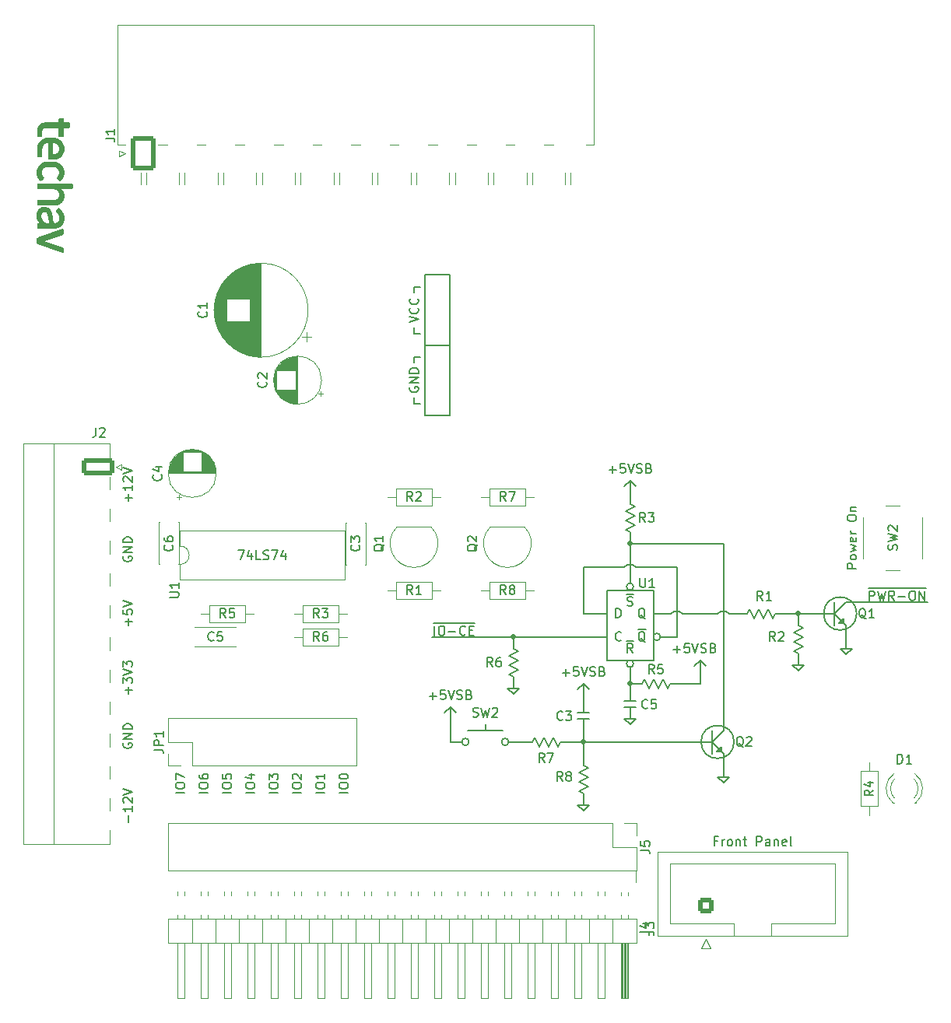
<source format=gto>
G04 #@! TF.GenerationSoftware,KiCad,Pcbnew,8.0.4*
G04 #@! TF.CreationDate,2024-09-22T21:37:46-05:00*
G04 #@! TF.ProjectId,ATX-PSU_8b,4154582d-5053-4555-9f38-622e6b696361,rev?*
G04 #@! TF.SameCoordinates,Original*
G04 #@! TF.FileFunction,Legend,Top*
G04 #@! TF.FilePolarity,Positive*
%FSLAX46Y46*%
G04 Gerber Fmt 4.6, Leading zero omitted, Abs format (unit mm)*
G04 Created by KiCad (PCBNEW 8.0.4) date 2024-09-22 21:37:46*
%MOMM*%
%LPD*%
G01*
G04 APERTURE LIST*
G04 Aperture macros list*
%AMRoundRect*
0 Rectangle with rounded corners*
0 $1 Rounding radius*
0 $2 $3 $4 $5 $6 $7 $8 $9 X,Y pos of 4 corners*
0 Add a 4 corners polygon primitive as box body*
4,1,4,$2,$3,$4,$5,$6,$7,$8,$9,$2,$3,0*
0 Add four circle primitives for the rounded corners*
1,1,$1+$1,$2,$3*
1,1,$1+$1,$4,$5*
1,1,$1+$1,$6,$7*
1,1,$1+$1,$8,$9*
0 Add four rect primitives between the rounded corners*
20,1,$1+$1,$2,$3,$4,$5,0*
20,1,$1+$1,$4,$5,$6,$7,0*
20,1,$1+$1,$6,$7,$8,$9,0*
20,1,$1+$1,$8,$9,$2,$3,0*%
G04 Aperture macros list end*
%ADD10C,0.152400*%
%ADD11C,0.150000*%
%ADD12C,0.329000*%
%ADD13C,0.000000*%
%ADD14C,0.328999*%
%ADD15C,0.120000*%
%ADD16R,1.700000X1.700000*%
%ADD17O,1.700000X1.700000*%
%ADD18C,1.700000*%
%ADD19RoundRect,0.250000X0.600000X-0.600000X0.600000X0.600000X-0.600000X0.600000X-0.600000X-0.600000X0*%
%ADD20R,1.050000X1.500000*%
%ADD21O,1.050000X1.500000*%
%ADD22R,1.600000X1.600000*%
%ADD23O,1.600000X1.600000*%
%ADD24C,1.400000*%
%ADD25O,1.400000X1.400000*%
%ADD26C,1.600000*%
%ADD27C,0.800000*%
%ADD28C,6.400000*%
%ADD29C,3.000000*%
%ADD30RoundRect,0.250001X-1.099999X-1.599999X1.099999X-1.599999X1.099999X1.599999X-1.099999X1.599999X0*%
%ADD31O,2.700000X3.700000*%
%ADD32C,2.000000*%
%ADD33R,1.800000X1.800000*%
%ADD34C,1.800000*%
%ADD35RoundRect,0.250000X-1.550000X0.650000X-1.550000X-0.650000X1.550000X-0.650000X1.550000X0.650000X0*%
%ADD36O,3.600000X1.800000*%
%ADD37R,2.000000X2.000000*%
G04 APERTURE END LIST*
D10*
X119320000Y-62230000D02*
X121980000Y-62230000D01*
D11*
X118110000Y-55880000D02*
X118110000Y-56515000D01*
X118745000Y-55880000D02*
X118110000Y-55880000D01*
X118110000Y-60960000D02*
X118110000Y-60325000D01*
X118745000Y-60960000D02*
X118110000Y-60960000D01*
X118110000Y-63500000D02*
X118745000Y-63500000D01*
X118110000Y-64135000D02*
X118110000Y-63500000D01*
X118110000Y-68580000D02*
X118110000Y-67945000D01*
X118745000Y-68580000D02*
X118110000Y-68580000D01*
X117662438Y-66801904D02*
X117614819Y-66897142D01*
X117614819Y-66897142D02*
X117614819Y-67039999D01*
X117614819Y-67039999D02*
X117662438Y-67182856D01*
X117662438Y-67182856D02*
X117757676Y-67278094D01*
X117757676Y-67278094D02*
X117852914Y-67325713D01*
X117852914Y-67325713D02*
X118043390Y-67373332D01*
X118043390Y-67373332D02*
X118186247Y-67373332D01*
X118186247Y-67373332D02*
X118376723Y-67325713D01*
X118376723Y-67325713D02*
X118471961Y-67278094D01*
X118471961Y-67278094D02*
X118567200Y-67182856D01*
X118567200Y-67182856D02*
X118614819Y-67039999D01*
X118614819Y-67039999D02*
X118614819Y-66944761D01*
X118614819Y-66944761D02*
X118567200Y-66801904D01*
X118567200Y-66801904D02*
X118519580Y-66754285D01*
X118519580Y-66754285D02*
X118186247Y-66754285D01*
X118186247Y-66754285D02*
X118186247Y-66944761D01*
X118614819Y-66325713D02*
X117614819Y-66325713D01*
X117614819Y-66325713D02*
X118614819Y-65754285D01*
X118614819Y-65754285D02*
X117614819Y-65754285D01*
X118614819Y-65278094D02*
X117614819Y-65278094D01*
X117614819Y-65278094D02*
X117614819Y-65039999D01*
X117614819Y-65039999D02*
X117662438Y-64897142D01*
X117662438Y-64897142D02*
X117757676Y-64801904D01*
X117757676Y-64801904D02*
X117852914Y-64754285D01*
X117852914Y-64754285D02*
X118043390Y-64706666D01*
X118043390Y-64706666D02*
X118186247Y-64706666D01*
X118186247Y-64706666D02*
X118376723Y-64754285D01*
X118376723Y-64754285D02*
X118471961Y-64801904D01*
X118471961Y-64801904D02*
X118567200Y-64897142D01*
X118567200Y-64897142D02*
X118614819Y-65039999D01*
X118614819Y-65039999D02*
X118614819Y-65278094D01*
X117614819Y-59753332D02*
X118614819Y-59419999D01*
X118614819Y-59419999D02*
X117614819Y-59086666D01*
X118519580Y-58181904D02*
X118567200Y-58229523D01*
X118567200Y-58229523D02*
X118614819Y-58372380D01*
X118614819Y-58372380D02*
X118614819Y-58467618D01*
X118614819Y-58467618D02*
X118567200Y-58610475D01*
X118567200Y-58610475D02*
X118471961Y-58705713D01*
X118471961Y-58705713D02*
X118376723Y-58753332D01*
X118376723Y-58753332D02*
X118186247Y-58800951D01*
X118186247Y-58800951D02*
X118043390Y-58800951D01*
X118043390Y-58800951D02*
X117852914Y-58753332D01*
X117852914Y-58753332D02*
X117757676Y-58705713D01*
X117757676Y-58705713D02*
X117662438Y-58610475D01*
X117662438Y-58610475D02*
X117614819Y-58467618D01*
X117614819Y-58467618D02*
X117614819Y-58372380D01*
X117614819Y-58372380D02*
X117662438Y-58229523D01*
X117662438Y-58229523D02*
X117710057Y-58181904D01*
X118519580Y-57181904D02*
X118567200Y-57229523D01*
X118567200Y-57229523D02*
X118614819Y-57372380D01*
X118614819Y-57372380D02*
X118614819Y-57467618D01*
X118614819Y-57467618D02*
X118567200Y-57610475D01*
X118567200Y-57610475D02*
X118471961Y-57705713D01*
X118471961Y-57705713D02*
X118376723Y-57753332D01*
X118376723Y-57753332D02*
X118186247Y-57800951D01*
X118186247Y-57800951D02*
X118043390Y-57800951D01*
X118043390Y-57800951D02*
X117852914Y-57753332D01*
X117852914Y-57753332D02*
X117757676Y-57705713D01*
X117757676Y-57705713D02*
X117662438Y-57610475D01*
X117662438Y-57610475D02*
X117614819Y-57467618D01*
X117614819Y-57467618D02*
X117614819Y-57372380D01*
X117614819Y-57372380D02*
X117662438Y-57229523D01*
X117662438Y-57229523D02*
X117710057Y-57181904D01*
X163830000Y-90169999D02*
X163830000Y-92710000D01*
X163830000Y-91440000D02*
X165100000Y-90169999D01*
X136525000Y-110998000D02*
X136017000Y-110743999D01*
X151765000Y-109855000D02*
X152400000Y-109220000D01*
X124079000Y-105410000D02*
G75*
G02*
X123317000Y-105410000I-381000J0D01*
G01*
X123317000Y-105410000D02*
G75*
G02*
X124079000Y-105410000I381000J0D01*
G01*
X159893001Y-91440000D02*
X159892999Y-92710000D01*
X140970000Y-77597002D02*
X141605000Y-76962001D01*
X142113000Y-81787999D02*
X141097000Y-81280000D01*
X159258000Y-97028000D02*
X159892998Y-97663000D01*
X125857000Y-104140001D02*
X125857000Y-103505000D01*
X146050000Y-91440001D02*
G75*
G02*
X147320000Y-91440000I635000J-634999D01*
G01*
X144145001Y-98552000D02*
X144653000Y-99567999D01*
X144653000Y-99567999D02*
X145161000Y-98552000D01*
X159892998Y-97663000D02*
X160528000Y-97028000D01*
X142239999Y-86360001D02*
X146685000Y-86360000D01*
X128270000Y-99568000D02*
X128905000Y-100203000D01*
X143129000Y-98552000D02*
X143637000Y-99568000D01*
X151764999Y-109220001D02*
X151130001Y-109220000D01*
X129413000Y-97536000D02*
X128397000Y-97028000D01*
X141097000Y-80264000D02*
X142113000Y-79755999D01*
X144145000Y-88900000D02*
X144145000Y-96520001D01*
X128397000Y-98044000D02*
X129413000Y-97536000D01*
X141097000Y-82296000D02*
X142113000Y-81787999D01*
X159893000Y-95758000D02*
X159893000Y-97028000D01*
X136525000Y-102235000D02*
X136525000Y-99060000D01*
X145922999Y-99060001D02*
X149225000Y-99060000D01*
X154305000Y-91440000D02*
X154559000Y-90932000D01*
X139065000Y-93980000D02*
X120015000Y-93980000D01*
X154559000Y-90932000D02*
X155067000Y-91948000D01*
X135890000Y-102235000D02*
X137160000Y-102235000D01*
X123952000Y-104140000D02*
X127762000Y-104140000D01*
X166261051Y-91440000D02*
G75*
G02*
X162668949Y-91440000I-1796051J0D01*
G01*
X162668949Y-91440000D02*
G75*
G02*
X166261051Y-91440000I1796051J0D01*
G01*
X144145000Y-88900000D02*
X139065000Y-88900000D01*
X133223000Y-104901999D02*
X133731000Y-105918000D01*
X142239998Y-102870000D02*
X141605001Y-102870000D01*
X160528000Y-97028000D02*
X159893000Y-97028000D01*
D12*
X129069500Y-93980000D02*
G75*
G02*
X128740500Y-93980000I-164500J0D01*
G01*
X128740500Y-93980000D02*
G75*
G02*
X129069500Y-93980000I164500J0D01*
G01*
D11*
X149860000Y-97155000D02*
X149225000Y-96520000D01*
X140970000Y-101600000D02*
X142240001Y-101600000D01*
D13*
G36*
X78897480Y-39642663D02*
G01*
X78924847Y-39643344D01*
X78986896Y-39647990D01*
X79047996Y-39655642D01*
X79108071Y-39666226D01*
X79167049Y-39679668D01*
X79224856Y-39695893D01*
X79281418Y-39714826D01*
X79336663Y-39736394D01*
X79390514Y-39760521D01*
X79442901Y-39787134D01*
X79493750Y-39816158D01*
X79542987Y-39847519D01*
X79590538Y-39881142D01*
X79636331Y-39916952D01*
X79680291Y-39954876D01*
X79722345Y-39994839D01*
X79762419Y-40036766D01*
X79800441Y-40080584D01*
X79836336Y-40126217D01*
X79870032Y-40173591D01*
X79901454Y-40222633D01*
X79930529Y-40273266D01*
X79957184Y-40325418D01*
X79981344Y-40379014D01*
X80002939Y-40433978D01*
X80021892Y-40490238D01*
X80038131Y-40547718D01*
X80051582Y-40606344D01*
X80062172Y-40666041D01*
X80069827Y-40726736D01*
X80074474Y-40788353D01*
X80076040Y-40850819D01*
X80074474Y-40913283D01*
X80069827Y-40974902D01*
X80062172Y-41035596D01*
X80051582Y-41095294D01*
X80038132Y-41153919D01*
X80021892Y-41211400D01*
X80002940Y-41267659D01*
X79981344Y-41322624D01*
X79957184Y-41376218D01*
X79930529Y-41428370D01*
X79901454Y-41479005D01*
X79870032Y-41528046D01*
X79836336Y-41575421D01*
X79800441Y-41621054D01*
X79762419Y-41664871D01*
X79722345Y-41706799D01*
X79680291Y-41746761D01*
X79636331Y-41784685D01*
X79590538Y-41820496D01*
X79542987Y-41854119D01*
X79493750Y-41885479D01*
X79442901Y-41914503D01*
X79390514Y-41941116D01*
X79336663Y-41965244D01*
X79281418Y-41986811D01*
X79224856Y-42005745D01*
X79167049Y-42021970D01*
X79108071Y-42035411D01*
X79047996Y-42045996D01*
X78986897Y-42053649D01*
X78924847Y-42058293D01*
X78861920Y-42059859D01*
X78521560Y-42059858D01*
X78510206Y-42059578D01*
X78499015Y-42058745D01*
X78487998Y-42057372D01*
X78477169Y-42055473D01*
X78466541Y-42053061D01*
X78456128Y-42050148D01*
X78445941Y-42046747D01*
X78435994Y-42042872D01*
X78426300Y-42038536D01*
X78416871Y-42033752D01*
X78407723Y-42028532D01*
X78398866Y-42022890D01*
X78390314Y-42016838D01*
X78382081Y-42010391D01*
X78374178Y-42003560D01*
X78366620Y-41996359D01*
X78359419Y-41988800D01*
X78352588Y-41980898D01*
X78346140Y-41972664D01*
X78340089Y-41964113D01*
X78334447Y-41955256D01*
X78329227Y-41946108D01*
X78324443Y-41936679D01*
X78320106Y-41926985D01*
X78316231Y-41917038D01*
X78312831Y-41906851D01*
X78309918Y-41896437D01*
X78307505Y-41885809D01*
X78305606Y-41874980D01*
X78304234Y-41863964D01*
X78303401Y-41852772D01*
X78303121Y-41841419D01*
X78303121Y-40251380D01*
X78851760Y-40251380D01*
X78851761Y-41450259D01*
X78897480Y-41450260D01*
X78928251Y-41449477D01*
X78958627Y-41447155D01*
X78988570Y-41443332D01*
X79018042Y-41438045D01*
X79047002Y-41431335D01*
X79075416Y-41423236D01*
X79103242Y-41413789D01*
X79130445Y-41403031D01*
X79156986Y-41391000D01*
X79182827Y-41377737D01*
X79207929Y-41363276D01*
X79232254Y-41347657D01*
X79255764Y-41330918D01*
X79278421Y-41313098D01*
X79300188Y-41294234D01*
X79321026Y-41274364D01*
X79340894Y-41253527D01*
X79359759Y-41231761D01*
X79377579Y-41209104D01*
X79394318Y-41185593D01*
X79409936Y-41161268D01*
X79424397Y-41136166D01*
X79437662Y-41110326D01*
X79449692Y-41083784D01*
X79460449Y-41056582D01*
X79469896Y-41028754D01*
X79477995Y-41000341D01*
X79484707Y-40971380D01*
X79489992Y-40941909D01*
X79493815Y-40911967D01*
X79496137Y-40881591D01*
X79496920Y-40850819D01*
X79496137Y-40820048D01*
X79493816Y-40789672D01*
X79489992Y-40759730D01*
X79484706Y-40730259D01*
X79477995Y-40701298D01*
X79469896Y-40672884D01*
X79460449Y-40645057D01*
X79449692Y-40617853D01*
X79437662Y-40591314D01*
X79424397Y-40565473D01*
X79409936Y-40540371D01*
X79394318Y-40516045D01*
X79377579Y-40492535D01*
X79359759Y-40469878D01*
X79340894Y-40448112D01*
X79321026Y-40427274D01*
X79300188Y-40407405D01*
X79278421Y-40388542D01*
X79255764Y-40370720D01*
X79232254Y-40353982D01*
X79207929Y-40338363D01*
X79182827Y-40323902D01*
X79156986Y-40310637D01*
X79130445Y-40298608D01*
X79103242Y-40287850D01*
X79075415Y-40278403D01*
X79047002Y-40270305D01*
X79018042Y-40263593D01*
X78988570Y-40258307D01*
X78958628Y-40254484D01*
X78928251Y-40252163D01*
X78897480Y-40251380D01*
X78851760Y-40251380D01*
X78303121Y-40251380D01*
X78303121Y-40251379D01*
X78277720Y-40251379D01*
X78246948Y-40252163D01*
X78216572Y-40254483D01*
X78186630Y-40258307D01*
X78157159Y-40263593D01*
X78128198Y-40270304D01*
X78099785Y-40278403D01*
X78071957Y-40287850D01*
X78044754Y-40298607D01*
X78018213Y-40310637D01*
X77992373Y-40323902D01*
X77967271Y-40338362D01*
X77942947Y-40353981D01*
X77919435Y-40370720D01*
X77896778Y-40388540D01*
X77875012Y-40407404D01*
X77854175Y-40427274D01*
X77834305Y-40448111D01*
X77815441Y-40469877D01*
X77797621Y-40492535D01*
X77780882Y-40516046D01*
X77765263Y-40540370D01*
X77750802Y-40565472D01*
X77737538Y-40591313D01*
X77725508Y-40617853D01*
X77714750Y-40645057D01*
X77705303Y-40672884D01*
X77697205Y-40701297D01*
X77690494Y-40730258D01*
X77685207Y-40759729D01*
X77681384Y-40789672D01*
X77679062Y-40820048D01*
X77678280Y-40850819D01*
X77678280Y-41658539D01*
X77678147Y-41664210D01*
X77677751Y-41669783D01*
X77677099Y-41675257D01*
X77676196Y-41680625D01*
X77675047Y-41685882D01*
X77673659Y-41691021D01*
X77672036Y-41696037D01*
X77670184Y-41700925D01*
X77668108Y-41705679D01*
X77665815Y-41710295D01*
X77663311Y-41714764D01*
X77660599Y-41719082D01*
X77657687Y-41723245D01*
X77654579Y-41727246D01*
X77651281Y-41731079D01*
X77647799Y-41734739D01*
X77644140Y-41738221D01*
X77640306Y-41741518D01*
X77636306Y-41744626D01*
X77632143Y-41747538D01*
X77627824Y-41750250D01*
X77623355Y-41752755D01*
X77618740Y-41755048D01*
X77613986Y-41757123D01*
X77609098Y-41758975D01*
X77604082Y-41760598D01*
X77598942Y-41761988D01*
X77593686Y-41763135D01*
X77588318Y-41764039D01*
X77582844Y-41764692D01*
X77577269Y-41765086D01*
X77571600Y-41765219D01*
X77205840Y-41765219D01*
X77200170Y-41765086D01*
X77194596Y-41764691D01*
X77189122Y-41764039D01*
X77183754Y-41763135D01*
X77178497Y-41761987D01*
X77173358Y-41760598D01*
X77168342Y-41758975D01*
X77163454Y-41757123D01*
X77158699Y-41755048D01*
X77154085Y-41752755D01*
X77149615Y-41750250D01*
X77145297Y-41747538D01*
X77141133Y-41744626D01*
X77137133Y-41741518D01*
X77133300Y-41738221D01*
X77129640Y-41734739D01*
X77126158Y-41731079D01*
X77122861Y-41727246D01*
X77119753Y-41723245D01*
X77116841Y-41719082D01*
X77114129Y-41714763D01*
X77111624Y-41710294D01*
X77109331Y-41705679D01*
X77107256Y-41700925D01*
X77105404Y-41696037D01*
X77103781Y-41691021D01*
X77102392Y-41685882D01*
X77101243Y-41680625D01*
X77100340Y-41675257D01*
X77099688Y-41669783D01*
X77099293Y-41664209D01*
X77099160Y-41658539D01*
X77099160Y-40850819D01*
X77100725Y-40788353D01*
X77105372Y-40726736D01*
X77113027Y-40666041D01*
X77123617Y-40606344D01*
X77137068Y-40547718D01*
X77153307Y-40490238D01*
X77172260Y-40433978D01*
X77193855Y-40379014D01*
X77218015Y-40325418D01*
X77244670Y-40273266D01*
X77273745Y-40222633D01*
X77305167Y-40173591D01*
X77338863Y-40126217D01*
X77374758Y-40080584D01*
X77412780Y-40036767D01*
X77452855Y-39994839D01*
X77494909Y-39954876D01*
X77538869Y-39916952D01*
X77584661Y-39881142D01*
X77632212Y-39847519D01*
X77681449Y-39816158D01*
X77732298Y-39787134D01*
X77784685Y-39760521D01*
X77838538Y-39736394D01*
X77893782Y-39714826D01*
X77950344Y-39695893D01*
X78008150Y-39679668D01*
X78067128Y-39666226D01*
X78127203Y-39655642D01*
X78188301Y-39647990D01*
X78250352Y-39643344D01*
X78313280Y-39641779D01*
X78861920Y-39641779D01*
X78897480Y-39642663D01*
G37*
D11*
X156591000Y-90932000D02*
X157099000Y-91948000D01*
X140970000Y-100965000D02*
X142240000Y-100965000D01*
X159385001Y-95504000D02*
X160401000Y-94996000D01*
X131191000Y-104901999D02*
X131699000Y-105918000D01*
X146050000Y-91440001D02*
X144145000Y-91440000D01*
X159893000Y-97028000D02*
X159258000Y-97028000D01*
X150495000Y-105410000D02*
X136525000Y-105410000D01*
X136525000Y-112903000D02*
X137159999Y-112268001D01*
X148590000Y-97155000D02*
X149225000Y-96520000D01*
X145669000Y-99568000D02*
X145922999Y-99060001D01*
X137033000Y-110236001D02*
X136017000Y-109728000D01*
D13*
G36*
X79899305Y-49580949D02*
G01*
X79905355Y-49581390D01*
X79911302Y-49582118D01*
X79917141Y-49583132D01*
X79922864Y-49584424D01*
X79928465Y-49585990D01*
X79933938Y-49587828D01*
X79939277Y-49589929D01*
X79944473Y-49592290D01*
X79949522Y-49594908D01*
X79954416Y-49597777D01*
X79959151Y-49600892D01*
X79963716Y-49604249D01*
X79968108Y-49607844D01*
X79972320Y-49611671D01*
X79976345Y-49615725D01*
X79980176Y-49620003D01*
X79983807Y-49624500D01*
X79987232Y-49629211D01*
X79990444Y-49634130D01*
X79993436Y-49639255D01*
X79996202Y-49644579D01*
X79998736Y-49650099D01*
X80001030Y-49655810D01*
X80003079Y-49661706D01*
X80004876Y-49667784D01*
X80006415Y-49674039D01*
X80007688Y-49680465D01*
X80008689Y-49687060D01*
X80009413Y-49693817D01*
X80009852Y-49700732D01*
X80010000Y-49707799D01*
X80010000Y-50063401D01*
X80009866Y-50070037D01*
X80009470Y-50076609D01*
X80008815Y-50083111D01*
X80007906Y-50089535D01*
X80006748Y-50095877D01*
X80005345Y-50102132D01*
X80003703Y-50108295D01*
X80001824Y-50114359D01*
X79999715Y-50120319D01*
X79997380Y-50126169D01*
X79994823Y-50131903D01*
X79992051Y-50137517D01*
X79989065Y-50143004D01*
X79985873Y-50148359D01*
X79982478Y-50153577D01*
X79978885Y-50158650D01*
X79975099Y-50163575D01*
X79971123Y-50168346D01*
X79966963Y-50172957D01*
X79962623Y-50177403D01*
X79958108Y-50181676D01*
X79953424Y-50185774D01*
X79948574Y-50189689D01*
X79943563Y-50193416D01*
X79938395Y-50196950D01*
X79933077Y-50200284D01*
X79927611Y-50203414D01*
X79922003Y-50206334D01*
X79916257Y-50209038D01*
X79910379Y-50211521D01*
X79904371Y-50213775D01*
X79898240Y-50215800D01*
X77856080Y-50901600D01*
X79898240Y-51587400D01*
X79910379Y-51591679D01*
X79922003Y-51596866D01*
X79933077Y-51602915D01*
X79943563Y-51609784D01*
X79953424Y-51617426D01*
X79962623Y-51625798D01*
X79971122Y-51634854D01*
X79978885Y-51644550D01*
X79985874Y-51654842D01*
X79992052Y-51665684D01*
X79997380Y-51677032D01*
X80001824Y-51688842D01*
X80005345Y-51701068D01*
X80007906Y-51713666D01*
X80009470Y-51726592D01*
X80009867Y-51733163D01*
X80010000Y-51739800D01*
X80010000Y-52070000D01*
X80009852Y-52077069D01*
X80009413Y-52083984D01*
X80008690Y-52090741D01*
X80007688Y-52097335D01*
X80006415Y-52103762D01*
X80004876Y-52110017D01*
X80003079Y-52116095D01*
X80001030Y-52121991D01*
X79998736Y-52127702D01*
X79996202Y-52133222D01*
X79993436Y-52138546D01*
X79990444Y-52143671D01*
X79987232Y-52148591D01*
X79983807Y-52153301D01*
X79980176Y-52157798D01*
X79976345Y-52162076D01*
X79972320Y-52166131D01*
X79968108Y-52169958D01*
X79963716Y-52173552D01*
X79959151Y-52176909D01*
X79954417Y-52180024D01*
X79949522Y-52182893D01*
X79944473Y-52185511D01*
X79939277Y-52187873D01*
X79933939Y-52189974D01*
X79928466Y-52191810D01*
X79922864Y-52193377D01*
X79917141Y-52194669D01*
X79911302Y-52195683D01*
X79905355Y-52196412D01*
X79899305Y-52196853D01*
X79893160Y-52197001D01*
X79890302Y-52196943D01*
X79887445Y-52196774D01*
X79884587Y-52196499D01*
X79881729Y-52196128D01*
X79878872Y-52195668D01*
X79876015Y-52195126D01*
X79873157Y-52194509D01*
X79870300Y-52193826D01*
X79864585Y-52192288D01*
X79858870Y-52190572D01*
X79847440Y-52186842D01*
X77175360Y-51247042D01*
X77163222Y-51241869D01*
X77151597Y-51235900D01*
X77140523Y-51229172D01*
X77130037Y-51221721D01*
X77120176Y-51213587D01*
X77110977Y-51204805D01*
X77102478Y-51195411D01*
X77094715Y-51185447D01*
X77087726Y-51174946D01*
X77081549Y-51163947D01*
X77076219Y-51152484D01*
X77071776Y-51140600D01*
X77068255Y-51128328D01*
X77065694Y-51115706D01*
X77064130Y-51102772D01*
X77063733Y-51096199D01*
X77063600Y-51089562D01*
X77068680Y-50688239D01*
X77069097Y-50675030D01*
X77069618Y-50668526D01*
X77070347Y-50662095D01*
X77071285Y-50655743D01*
X77072431Y-50649473D01*
X77073785Y-50643291D01*
X77075348Y-50637201D01*
X77077119Y-50631207D01*
X77079098Y-50625316D01*
X77081286Y-50619530D01*
X77083682Y-50613855D01*
X77086286Y-50608294D01*
X77089099Y-50602855D01*
X77092120Y-50597540D01*
X77095350Y-50592354D01*
X77098788Y-50587302D01*
X77102434Y-50582389D01*
X77106289Y-50577619D01*
X77110352Y-50572997D01*
X77114623Y-50568527D01*
X77119103Y-50564215D01*
X77123791Y-50560064D01*
X77128688Y-50556080D01*
X77133792Y-50552267D01*
X77139105Y-50548630D01*
X77144627Y-50545173D01*
X77150358Y-50541902D01*
X77156295Y-50538820D01*
X77162442Y-50535933D01*
X77168798Y-50533244D01*
X77175360Y-50530759D01*
X79847440Y-49590961D01*
X79858869Y-49587230D01*
X79864585Y-49585512D01*
X79870300Y-49583975D01*
X79873156Y-49583292D01*
X79876015Y-49582676D01*
X79878872Y-49582135D01*
X79881730Y-49581674D01*
X79884587Y-49581303D01*
X79887445Y-49581029D01*
X79890302Y-49580859D01*
X79893160Y-49580801D01*
X79899305Y-49580949D01*
G37*
D11*
X136525000Y-105410000D02*
X136525000Y-102870000D01*
X163830000Y-91440000D02*
X165099999Y-92710000D01*
X152400000Y-109220000D02*
X151764999Y-109220001D01*
X129539999Y-99568000D02*
X128905000Y-99568000D01*
X156083000Y-91948000D02*
X156591000Y-90932000D01*
X121412000Y-102235000D02*
X122047000Y-101599999D01*
X131699000Y-105918000D02*
X132207000Y-104902000D01*
X152400000Y-91440001D02*
X154305000Y-91440000D01*
X129413000Y-95504000D02*
X128904999Y-95250002D01*
X136525001Y-91440000D02*
X139065000Y-91440001D01*
X142239998Y-77597001D02*
X141605000Y-76962001D01*
X136525000Y-105410000D02*
X133985000Y-105410000D01*
X144907000Y-93980000D02*
G75*
G02*
X144145000Y-93980000I-381000J0D01*
G01*
X144145000Y-93980000D02*
G75*
G02*
X144907000Y-93980000I381000J0D01*
G01*
X128905000Y-93980000D02*
X128905000Y-95250000D01*
X128397000Y-97028000D02*
X129412999Y-96520000D01*
X130937000Y-105410000D02*
X131191000Y-104901999D01*
X132207000Y-104902000D02*
X132715000Y-105918001D01*
X164846000Y-92456000D02*
X164338000Y-92456000D01*
X164846000Y-91948000D01*
X164846000Y-92456000D01*
G36*
X164846000Y-92456000D02*
G01*
X164338000Y-92456000D01*
X164846000Y-91948000D01*
X164846000Y-92456000D01*
G37*
X146685000Y-93980000D02*
X146685000Y-86360000D01*
X165099999Y-95885000D02*
X165735000Y-95249999D01*
X151765000Y-104140000D02*
X150495000Y-105410000D01*
X136525000Y-86360000D02*
X140970000Y-86360001D01*
X142113000Y-80772000D02*
X141097000Y-80264000D01*
X140970000Y-86360001D02*
G75*
G02*
X142240000Y-86360000I635000J-634999D01*
G01*
X150495000Y-105410000D02*
X151765000Y-106680000D01*
X129412999Y-96520000D02*
X128397000Y-96012000D01*
X128397000Y-105410000D02*
G75*
G02*
X127635000Y-105410000I-381000J0D01*
G01*
X127635000Y-105410000D02*
G75*
G02*
X128397000Y-105410000I381000J0D01*
G01*
X139065000Y-96520000D02*
X144145000Y-96520001D01*
D13*
G36*
X79908989Y-37539422D02*
G01*
X79914563Y-37539817D01*
X79920037Y-37540470D01*
X79925405Y-37541372D01*
X79930662Y-37542522D01*
X79935801Y-37543910D01*
X79940817Y-37545533D01*
X79945706Y-37547385D01*
X79950460Y-37549460D01*
X79955074Y-37551754D01*
X79959544Y-37554258D01*
X79963863Y-37556969D01*
X79968025Y-37559882D01*
X79972026Y-37562989D01*
X79975859Y-37566287D01*
X79979519Y-37569769D01*
X79983001Y-37573429D01*
X79986298Y-37577262D01*
X79989406Y-37581263D01*
X79992318Y-37585425D01*
X79995030Y-37589744D01*
X79997534Y-37594214D01*
X79999828Y-37598828D01*
X80001903Y-37603582D01*
X80003755Y-37608470D01*
X80005378Y-37613487D01*
X80006766Y-37618626D01*
X80007915Y-37623882D01*
X80008819Y-37629250D01*
X80009471Y-37634725D01*
X80009866Y-37640299D01*
X80009999Y-37645969D01*
X80009999Y-37996488D01*
X80558639Y-37996488D01*
X80564309Y-37996621D01*
X80569883Y-37997017D01*
X80575357Y-37997669D01*
X80580725Y-37998572D01*
X80585982Y-37999721D01*
X80591121Y-38001110D01*
X80596137Y-38002734D01*
X80601025Y-38004585D01*
X80605780Y-38006660D01*
X80610394Y-38008953D01*
X80614864Y-38011458D01*
X80619182Y-38014169D01*
X80623345Y-38017082D01*
X80627346Y-38020189D01*
X80631178Y-38023487D01*
X80634839Y-38026968D01*
X80638321Y-38030630D01*
X80641617Y-38034462D01*
X80644726Y-38038463D01*
X80647638Y-38042625D01*
X80650350Y-38046944D01*
X80652855Y-38051413D01*
X80655148Y-38056028D01*
X80657223Y-38060782D01*
X80659075Y-38065670D01*
X80660698Y-38070687D01*
X80662087Y-38075826D01*
X80663236Y-38081082D01*
X80664139Y-38086450D01*
X80664791Y-38091924D01*
X80665186Y-38097499D01*
X80665319Y-38103168D01*
X80665319Y-38499410D01*
X80665186Y-38505078D01*
X80664791Y-38510653D01*
X80664140Y-38516127D01*
X80663236Y-38521495D01*
X80662087Y-38526751D01*
X80660698Y-38531891D01*
X80659075Y-38536907D01*
X80657223Y-38541795D01*
X80655148Y-38546550D01*
X80652856Y-38551164D01*
X80650350Y-38555633D01*
X80647638Y-38559952D01*
X80644726Y-38564113D01*
X80641618Y-38568115D01*
X80638321Y-38571948D01*
X80634839Y-38575610D01*
X80631179Y-38579090D01*
X80627346Y-38582389D01*
X80623344Y-38585495D01*
X80619182Y-38588408D01*
X80614864Y-38591119D01*
X80610394Y-38593624D01*
X80605781Y-38595917D01*
X80601025Y-38597992D01*
X80596137Y-38599844D01*
X80591122Y-38601467D01*
X80585982Y-38602856D01*
X80580725Y-38604005D01*
X80575357Y-38604908D01*
X80569883Y-38605560D01*
X80564309Y-38605956D01*
X80558639Y-38606089D01*
X80009999Y-38606089D01*
X80009999Y-39464608D01*
X80009866Y-39470278D01*
X80009470Y-39475852D01*
X80008819Y-39481327D01*
X80007916Y-39486695D01*
X80006767Y-39491951D01*
X80005378Y-39497090D01*
X80003755Y-39502108D01*
X80001904Y-39506995D01*
X79999828Y-39511749D01*
X79997535Y-39516363D01*
X79995031Y-39520833D01*
X79992318Y-39525152D01*
X79989406Y-39529314D01*
X79986298Y-39533315D01*
X79983001Y-39537148D01*
X79979519Y-39540808D01*
X79975859Y-39544290D01*
X79972026Y-39547588D01*
X79968025Y-39550695D01*
X79963863Y-39553608D01*
X79959544Y-39556319D01*
X79955074Y-39558824D01*
X79950460Y-39561117D01*
X79945706Y-39563192D01*
X79940817Y-39565044D01*
X79935801Y-39566667D01*
X79930662Y-39568056D01*
X79925405Y-39569205D01*
X79920037Y-39570108D01*
X79914563Y-39570760D01*
X79908988Y-39571155D01*
X79903319Y-39571288D01*
X79542639Y-39571288D01*
X79536970Y-39571155D01*
X79531395Y-39570760D01*
X79525921Y-39570108D01*
X79520553Y-39569205D01*
X79515297Y-39568056D01*
X79510158Y-39566667D01*
X79505141Y-39565044D01*
X79500253Y-39563192D01*
X79495499Y-39561117D01*
X79490884Y-39558824D01*
X79486415Y-39556319D01*
X79482096Y-39553608D01*
X79477933Y-39550695D01*
X79473933Y-39547588D01*
X79470101Y-39544290D01*
X79466439Y-39540808D01*
X79462958Y-39537147D01*
X79459660Y-39533315D01*
X79456552Y-39529314D01*
X79453640Y-39525152D01*
X79450929Y-39520833D01*
X79448424Y-39516363D01*
X79446131Y-39511749D01*
X79444056Y-39506995D01*
X79442204Y-39502107D01*
X79440580Y-39497090D01*
X79439192Y-39491951D01*
X79438043Y-39486695D01*
X79437140Y-39481327D01*
X79436488Y-39475852D01*
X79436092Y-39470278D01*
X79435959Y-39464608D01*
X79435959Y-38606088D01*
X78008480Y-38606088D01*
X77989640Y-38606459D01*
X77971228Y-38607563D01*
X77953255Y-38609391D01*
X77935733Y-38611932D01*
X77918671Y-38615176D01*
X77902082Y-38619115D01*
X77885977Y-38623735D01*
X77870367Y-38629029D01*
X77855262Y-38634983D01*
X77840676Y-38641590D01*
X77826617Y-38648839D01*
X77813098Y-38656720D01*
X77800130Y-38665223D01*
X77787722Y-38674335D01*
X77775889Y-38684049D01*
X77764640Y-38694353D01*
X77753986Y-38705239D01*
X77743938Y-38716694D01*
X77734508Y-38728709D01*
X77725706Y-38741274D01*
X77717545Y-38754378D01*
X77710035Y-38768012D01*
X77703187Y-38782165D01*
X77697012Y-38796827D01*
X77691522Y-38811988D01*
X77686729Y-38827635D01*
X77682641Y-38843762D01*
X77679272Y-38860356D01*
X77676632Y-38877408D01*
X77674733Y-38894908D01*
X77673586Y-38912845D01*
X77673200Y-38931208D01*
X77668120Y-39464608D01*
X77667987Y-39470278D01*
X77667591Y-39475852D01*
X77666939Y-39481326D01*
X77666036Y-39486694D01*
X77664887Y-39491951D01*
X77663499Y-39497090D01*
X77661875Y-39502106D01*
X77660024Y-39506995D01*
X77657949Y-39511749D01*
X77655655Y-39516363D01*
X77653149Y-39520833D01*
X77650439Y-39525151D01*
X77647527Y-39529314D01*
X77644420Y-39533315D01*
X77641121Y-39537148D01*
X77637640Y-39540808D01*
X77633981Y-39544290D01*
X77630146Y-39547587D01*
X77626146Y-39550695D01*
X77621983Y-39553608D01*
X77617664Y-39556319D01*
X77613195Y-39558825D01*
X77608581Y-39561117D01*
X77603826Y-39563192D01*
X77598938Y-39565044D01*
X77593921Y-39566667D01*
X77588782Y-39568056D01*
X77583526Y-39569205D01*
X77578158Y-39570109D01*
X77572684Y-39570760D01*
X77567109Y-39571155D01*
X77561441Y-39571288D01*
X77205839Y-39571288D01*
X77200170Y-39571155D01*
X77194596Y-39570760D01*
X77189122Y-39570109D01*
X77183754Y-39569205D01*
X77178497Y-39568057D01*
X77173358Y-39566667D01*
X77168342Y-39565044D01*
X77163454Y-39563192D01*
X77158699Y-39561117D01*
X77154086Y-39558824D01*
X77149615Y-39556319D01*
X77145297Y-39553608D01*
X77141134Y-39550695D01*
X77137133Y-39547587D01*
X77133299Y-39544290D01*
X77129640Y-39540807D01*
X77126158Y-39537148D01*
X77122860Y-39533315D01*
X77119753Y-39529314D01*
X77116841Y-39525152D01*
X77114129Y-39520833D01*
X77111624Y-39516363D01*
X77109331Y-39511749D01*
X77107256Y-39506995D01*
X77105404Y-39502105D01*
X77103781Y-39497090D01*
X77102392Y-39491951D01*
X77101244Y-39486694D01*
X77100340Y-39481326D01*
X77099688Y-39475852D01*
X77099293Y-39470278D01*
X77099160Y-39464608D01*
X77099160Y-38885488D01*
X77100195Y-38836455D01*
X77103282Y-38788440D01*
X77108385Y-38741478D01*
X77115471Y-38695604D01*
X77124507Y-38650853D01*
X77135459Y-38607262D01*
X77148293Y-38564865D01*
X77162977Y-38523697D01*
X77179477Y-38483795D01*
X77197758Y-38445193D01*
X77217789Y-38407927D01*
X77239534Y-38372031D01*
X77262962Y-38337543D01*
X77288037Y-38304496D01*
X77314727Y-38272926D01*
X77343000Y-38242868D01*
X77372819Y-38214359D01*
X77404153Y-38187432D01*
X77436968Y-38162125D01*
X77471230Y-38138470D01*
X77506906Y-38116506D01*
X77543962Y-38096265D01*
X77582365Y-38077785D01*
X77622082Y-38061100D01*
X77663079Y-38046245D01*
X77705322Y-38033257D01*
X77748778Y-38022169D01*
X77793413Y-38013018D01*
X77839193Y-38005840D01*
X77886087Y-38000668D01*
X77934061Y-37997539D01*
X77983079Y-37996488D01*
X79441039Y-37996488D01*
X79441039Y-37645969D01*
X79441171Y-37640299D01*
X79441568Y-37634725D01*
X79442220Y-37629250D01*
X79443122Y-37623882D01*
X79444271Y-37618626D01*
X79445660Y-37613487D01*
X79447284Y-37608470D01*
X79449136Y-37603582D01*
X79451211Y-37598828D01*
X79453503Y-37594214D01*
X79456009Y-37589744D01*
X79458720Y-37585425D01*
X79461633Y-37581263D01*
X79464740Y-37577262D01*
X79468038Y-37573429D01*
X79471519Y-37569769D01*
X79475180Y-37566287D01*
X79479013Y-37562989D01*
X79483014Y-37559882D01*
X79487176Y-37556969D01*
X79491495Y-37554258D01*
X79495964Y-37551753D01*
X79500579Y-37549460D01*
X79505333Y-37547385D01*
X79510221Y-37545533D01*
X79515238Y-37543910D01*
X79520377Y-37542521D01*
X79525633Y-37541372D01*
X79531001Y-37540470D01*
X79536475Y-37539817D01*
X79542050Y-37539422D01*
X79547719Y-37539289D01*
X79903319Y-37539289D01*
X79908989Y-37539422D01*
G37*
D11*
X159385000Y-94488000D02*
X160401000Y-93980000D01*
X145161000Y-98552000D02*
X145669000Y-99568000D01*
X128905000Y-100203000D02*
X129539999Y-99568000D01*
D12*
X136689500Y-105410000D02*
G75*
G02*
X136360500Y-105410000I-164500J0D01*
G01*
X136360500Y-105410000D02*
G75*
G02*
X136689500Y-105410000I164500J0D01*
G01*
D11*
X136525000Y-110998000D02*
X136525001Y-112268000D01*
X137033000Y-108204000D02*
X136525000Y-107950001D01*
X141605000Y-101600000D02*
X141605001Y-102870000D01*
X135890000Y-102870000D02*
X137160001Y-102870000D01*
X135890000Y-112268001D02*
X136525000Y-112903000D01*
X136525000Y-105410000D02*
X136525001Y-107950000D01*
X165100001Y-95250000D02*
X164465000Y-95250000D01*
X160401000Y-93980000D02*
X159385001Y-93472000D01*
X151511000Y-106426000D02*
X151003000Y-106426000D01*
X151511001Y-105918000D01*
X151511000Y-106426000D01*
G36*
X151511000Y-106426000D02*
G01*
X151003000Y-106426000D01*
X151511001Y-105918000D01*
X151511000Y-106426000D01*
G37*
X135890000Y-99695000D02*
X136525000Y-99060000D01*
X159893000Y-95758000D02*
X159385001Y-95504000D01*
X155575000Y-90932000D02*
X156083000Y-91948000D01*
X141605000Y-99060001D02*
X141605000Y-100965000D01*
X144907000Y-93980000D02*
X146685000Y-93980000D01*
X128905000Y-98298000D02*
X128905000Y-99568000D01*
X136525000Y-86360000D02*
X136525001Y-91440000D01*
D12*
X141769500Y-83820000D02*
G75*
G02*
X141440500Y-83820000I-164500J0D01*
G01*
X141440500Y-83820000D02*
G75*
G02*
X141769500Y-83820000I164500J0D01*
G01*
D11*
X150495000Y-106679999D02*
X150495000Y-104140000D01*
X165735000Y-95249999D02*
X165100001Y-95250000D01*
X136525001Y-112268000D02*
X135890000Y-112268001D01*
X141605000Y-82550000D02*
X141097000Y-82296000D01*
X159893001Y-91440000D02*
X157353001Y-91440000D01*
X128397000Y-96012000D02*
X129413000Y-95504000D01*
X140970000Y-102870001D02*
X141605000Y-103505000D01*
X128905000Y-99568000D02*
X128270000Y-99568000D01*
X160401000Y-92964000D02*
X159893000Y-92710001D01*
X137033000Y-109220000D02*
X136017000Y-108711999D01*
X164465000Y-95250000D02*
X165099999Y-95885000D01*
X151130000Y-91440000D02*
G75*
G02*
X152400001Y-91440001I635000J-634999D01*
G01*
X143637000Y-99568000D02*
X144145001Y-98552000D01*
X133731000Y-105918000D02*
X133985000Y-105410000D01*
X136017000Y-109728000D02*
X137033000Y-109220000D01*
X155067000Y-91948000D02*
X155575000Y-90932000D01*
X159385001Y-93472000D02*
X160401000Y-92964000D01*
X142875000Y-99060000D02*
X143129000Y-98552000D01*
X142113000Y-79755999D02*
X141605000Y-79502001D01*
X149225000Y-99060000D02*
X149225000Y-96520000D01*
X122682000Y-102235000D02*
X122047000Y-101599999D01*
D13*
G36*
X77922120Y-47173977D02*
G01*
X77945182Y-47174506D01*
X77987685Y-47177478D01*
X78029298Y-47182410D01*
X78070006Y-47189287D01*
X78109795Y-47198091D01*
X78148650Y-47208806D01*
X78186559Y-47221415D01*
X78223507Y-47235900D01*
X78259480Y-47252246D01*
X78294465Y-47270436D01*
X78328446Y-47290452D01*
X78361411Y-47312279D01*
X78393346Y-47335899D01*
X78424236Y-47361295D01*
X78454067Y-47388452D01*
X78482825Y-47417352D01*
X78510498Y-47447978D01*
X78537070Y-47480313D01*
X78562527Y-47514342D01*
X78586856Y-47550047D01*
X78632074Y-47626418D01*
X78672611Y-47709293D01*
X78708356Y-47798538D01*
X78739197Y-47894018D01*
X78765022Y-47995601D01*
X78785720Y-48103152D01*
X78831440Y-48440971D01*
X78857158Y-48626074D01*
X78868230Y-48698504D01*
X78877160Y-48748312D01*
X78881565Y-48771351D01*
X78887161Y-48792851D01*
X78890406Y-48803025D01*
X78893949Y-48812818D01*
X78897788Y-48822228D01*
X78901925Y-48831259D01*
X78906360Y-48839909D01*
X78911093Y-48848182D01*
X78916123Y-48856076D01*
X78921451Y-48863594D01*
X78927077Y-48870736D01*
X78933000Y-48877503D01*
X78939221Y-48883896D01*
X78945740Y-48889917D01*
X78952556Y-48895565D01*
X78959670Y-48900841D01*
X78967082Y-48905749D01*
X78974791Y-48910286D01*
X78982798Y-48914455D01*
X78991103Y-48918257D01*
X78999705Y-48921693D01*
X79008605Y-48924762D01*
X79017802Y-48927468D01*
X79027298Y-48929809D01*
X79037091Y-48931787D01*
X79047181Y-48933404D01*
X79057569Y-48934660D01*
X79068255Y-48935556D01*
X79090520Y-48936272D01*
X79114509Y-48935563D01*
X79137893Y-48933460D01*
X79160661Y-48929997D01*
X79182802Y-48925209D01*
X79204309Y-48919129D01*
X79225168Y-48911792D01*
X79245371Y-48903235D01*
X79264907Y-48893488D01*
X79283765Y-48882589D01*
X79301936Y-48870570D01*
X79319410Y-48857467D01*
X79336176Y-48843314D01*
X79352223Y-48828144D01*
X79367542Y-48811993D01*
X79382123Y-48794896D01*
X79395955Y-48776887D01*
X79409028Y-48757999D01*
X79421331Y-48738267D01*
X79443590Y-48696410D01*
X79462648Y-48651592D01*
X79478425Y-48604087D01*
X79490839Y-48554171D01*
X79499807Y-48502120D01*
X79505248Y-48448208D01*
X79507080Y-48392712D01*
X79505835Y-48342113D01*
X79502118Y-48293195D01*
X79499344Y-48269372D01*
X79495962Y-48245974D01*
X79491978Y-48223005D01*
X79487395Y-48200465D01*
X79482216Y-48178357D01*
X79476446Y-48156682D01*
X79470088Y-48135444D01*
X79463146Y-48114641D01*
X79455623Y-48094278D01*
X79447523Y-48074356D01*
X79438851Y-48054876D01*
X79429610Y-48035841D01*
X79419803Y-48017253D01*
X79409434Y-47999113D01*
X79398507Y-47981423D01*
X79387025Y-47964186D01*
X79374993Y-47947402D01*
X79362414Y-47931074D01*
X79349291Y-47915204D01*
X79335630Y-47899793D01*
X79321432Y-47884843D01*
X79306703Y-47870357D01*
X79291444Y-47856336D01*
X79275662Y-47842782D01*
X79259359Y-47829696D01*
X79242538Y-47817082D01*
X79225204Y-47804939D01*
X79207360Y-47793272D01*
X79199922Y-47788392D01*
X79192854Y-47783290D01*
X79186174Y-47777979D01*
X79179896Y-47772475D01*
X79174035Y-47766792D01*
X79168605Y-47760946D01*
X79163621Y-47754950D01*
X79159100Y-47748821D01*
X79155054Y-47742573D01*
X79151500Y-47736220D01*
X79148451Y-47729779D01*
X79145924Y-47723262D01*
X79143932Y-47716686D01*
X79142491Y-47710067D01*
X79141981Y-47706744D01*
X79141615Y-47703416D01*
X79141394Y-47700085D01*
X79141320Y-47696750D01*
X79141381Y-47692047D01*
X79141568Y-47687455D01*
X79141889Y-47682966D01*
X79142352Y-47678575D01*
X79142963Y-47674272D01*
X79143731Y-47670052D01*
X79144662Y-47665906D01*
X79145765Y-47661826D01*
X79147046Y-47657807D01*
X79148513Y-47653839D01*
X79150174Y-47649916D01*
X79152036Y-47646031D01*
X79154105Y-47642175D01*
X79156391Y-47638341D01*
X79158900Y-47634524D01*
X79161640Y-47630712D01*
X79354680Y-47346231D01*
X79358608Y-47340695D01*
X79362766Y-47335515D01*
X79367148Y-47330693D01*
X79371745Y-47326228D01*
X79376550Y-47322121D01*
X79381558Y-47318370D01*
X79386757Y-47314977D01*
X79392145Y-47311941D01*
X79397710Y-47309261D01*
X79403447Y-47306940D01*
X79409346Y-47304976D01*
X79415402Y-47303369D01*
X79421607Y-47302118D01*
X79427953Y-47301224D01*
X79434433Y-47300690D01*
X79441041Y-47300511D01*
X79443897Y-47300569D01*
X79446755Y-47300739D01*
X79449612Y-47301013D01*
X79452470Y-47301384D01*
X79455327Y-47301845D01*
X79458185Y-47302386D01*
X79461042Y-47303003D01*
X79463900Y-47303686D01*
X79469616Y-47305224D01*
X79475330Y-47306941D01*
X79486760Y-47310671D01*
X79554490Y-47350228D01*
X79618552Y-47394481D01*
X79678848Y-47443243D01*
X79735283Y-47496329D01*
X79787758Y-47553552D01*
X79836178Y-47614727D01*
X79880446Y-47679667D01*
X79920465Y-47748186D01*
X79956138Y-47820098D01*
X79987368Y-47895218D01*
X80014060Y-47973359D01*
X80036113Y-48054335D01*
X80053436Y-48137960D01*
X80065929Y-48224049D01*
X80073496Y-48312414D01*
X80076040Y-48402871D01*
X80074854Y-48465536D01*
X80071325Y-48526821D01*
X80065483Y-48586687D01*
X80057367Y-48645094D01*
X80047010Y-48702001D01*
X80034450Y-48757368D01*
X80019720Y-48811157D01*
X80002856Y-48863325D01*
X79983894Y-48913835D01*
X79962868Y-48962644D01*
X79939815Y-49009715D01*
X79914769Y-49055006D01*
X79887767Y-49098478D01*
X79858842Y-49140090D01*
X79828031Y-49179804D01*
X79795370Y-49217576D01*
X79760892Y-49253370D01*
X79724634Y-49287144D01*
X79686631Y-49318859D01*
X79646918Y-49348475D01*
X79605532Y-49375951D01*
X79562506Y-49401247D01*
X79517876Y-49424326D01*
X79471677Y-49445144D01*
X79423948Y-49463663D01*
X79374719Y-49479842D01*
X79324029Y-49493642D01*
X79271911Y-49505022D01*
X79218402Y-49513944D01*
X79163537Y-49520365D01*
X79107351Y-49524248D01*
X79049880Y-49525550D01*
X77205840Y-49525550D01*
X77200170Y-49525418D01*
X77194596Y-49525022D01*
X77189122Y-49524370D01*
X77183754Y-49523467D01*
X77178497Y-49522318D01*
X77173358Y-49520930D01*
X77168341Y-49519306D01*
X77163454Y-49517453D01*
X77158699Y-49515379D01*
X77154085Y-49513086D01*
X77149615Y-49510581D01*
X77145298Y-49507870D01*
X77141134Y-49504957D01*
X77137133Y-49501850D01*
X77133300Y-49498552D01*
X77129639Y-49495070D01*
X77126158Y-49491410D01*
X77122861Y-49487577D01*
X77119753Y-49483576D01*
X77116841Y-49479414D01*
X77114129Y-49475095D01*
X77111624Y-49470625D01*
X77109331Y-49466011D01*
X77107256Y-49461257D01*
X77105404Y-49456369D01*
X77103781Y-49451352D01*
X77102392Y-49446213D01*
X77101244Y-49440956D01*
X77100340Y-49435588D01*
X77099688Y-49430114D01*
X77099293Y-49424540D01*
X77099160Y-49418870D01*
X77099160Y-49073431D01*
X77099279Y-49067761D01*
X77099632Y-49062187D01*
X77100220Y-49056712D01*
X77101035Y-49051344D01*
X77102078Y-49046088D01*
X77103346Y-49040949D01*
X77104833Y-49035932D01*
X77106542Y-49031044D01*
X77108465Y-49026290D01*
X77110601Y-49021675D01*
X77112947Y-49017206D01*
X77115501Y-49012887D01*
X77118260Y-49008724D01*
X77121221Y-49004724D01*
X77124379Y-49000891D01*
X77127734Y-48997230D01*
X77131283Y-48993749D01*
X77135024Y-48990451D01*
X77138951Y-48987343D01*
X77143064Y-48984431D01*
X77147359Y-48981720D01*
X77151833Y-48979215D01*
X77156485Y-48976922D01*
X77161310Y-48974847D01*
X77166307Y-48972995D01*
X77171472Y-48971371D01*
X77176802Y-48969982D01*
X77182295Y-48968834D01*
X77187948Y-48967931D01*
X77193759Y-48967279D01*
X77199723Y-48966883D01*
X77205840Y-48966749D01*
X77403960Y-48966749D01*
X77358774Y-48922457D01*
X77316558Y-48877195D01*
X77277303Y-48830952D01*
X77241003Y-48783711D01*
X77207649Y-48735459D01*
X77177235Y-48686179D01*
X77149753Y-48635858D01*
X77125195Y-48584480D01*
X77103554Y-48532031D01*
X77084823Y-48478495D01*
X77068994Y-48423857D01*
X77056059Y-48368104D01*
X77046012Y-48311218D01*
X77038845Y-48253189D01*
X77034550Y-48193997D01*
X77034203Y-48179350D01*
X77576680Y-48179350D01*
X77577668Y-48216874D01*
X77580594Y-48254158D01*
X77585403Y-48291137D01*
X77592038Y-48327752D01*
X77600446Y-48363937D01*
X77610567Y-48399635D01*
X77622350Y-48434777D01*
X77635736Y-48469307D01*
X77650668Y-48503159D01*
X77667093Y-48536271D01*
X77684954Y-48568582D01*
X77704196Y-48600028D01*
X77724762Y-48630548D01*
X77746597Y-48660079D01*
X77769645Y-48688559D01*
X77793850Y-48715926D01*
X77819156Y-48742116D01*
X77845508Y-48767069D01*
X77872850Y-48790722D01*
X77901125Y-48813011D01*
X77930279Y-48833876D01*
X77960255Y-48853253D01*
X77990997Y-48871081D01*
X78022449Y-48887296D01*
X78054558Y-48901837D01*
X78087265Y-48914642D01*
X78120515Y-48925648D01*
X78154252Y-48934792D01*
X78188421Y-48942013D01*
X78222966Y-48947248D01*
X78257831Y-48950434D01*
X78292960Y-48951511D01*
X78394560Y-48951511D01*
X78365667Y-48752121D01*
X78334870Y-48526061D01*
X78305977Y-48317146D01*
X78293436Y-48232810D01*
X78282800Y-48169191D01*
X78272498Y-48118469D01*
X78260634Y-48071073D01*
X78254112Y-48048621D01*
X78247193Y-48026997D01*
X78239876Y-48006200D01*
X78232159Y-47986231D01*
X78224040Y-47967089D01*
X78215517Y-47948770D01*
X78206589Y-47931276D01*
X78197253Y-47914605D01*
X78187509Y-47898757D01*
X78177352Y-47883729D01*
X78166784Y-47869523D01*
X78155800Y-47856135D01*
X78144398Y-47843567D01*
X78132580Y-47831816D01*
X78120341Y-47820881D01*
X78107679Y-47810764D01*
X78094593Y-47801459D01*
X78081081Y-47792969D01*
X78067141Y-47785292D01*
X78052771Y-47778428D01*
X78037970Y-47772374D01*
X78022735Y-47767130D01*
X78007065Y-47762696D01*
X77990958Y-47759070D01*
X77974412Y-47756251D01*
X77957424Y-47754240D01*
X77939994Y-47753033D01*
X77922120Y-47752631D01*
X77902804Y-47753119D01*
X77883917Y-47754576D01*
X77865471Y-47756988D01*
X77847478Y-47760340D01*
X77829950Y-47764618D01*
X77812899Y-47769809D01*
X77796337Y-47775897D01*
X77780277Y-47782872D01*
X77764729Y-47790717D01*
X77749708Y-47799418D01*
X77735225Y-47808962D01*
X77721291Y-47819335D01*
X77707919Y-47830523D01*
X77695121Y-47842512D01*
X77682909Y-47855287D01*
X77671295Y-47868835D01*
X77660291Y-47883143D01*
X77649909Y-47898196D01*
X77640162Y-47913979D01*
X77631062Y-47930480D01*
X77622620Y-47947684D01*
X77614848Y-47965577D01*
X77607759Y-47984146D01*
X77601366Y-48003376D01*
X77595679Y-48023253D01*
X77590711Y-48043764D01*
X77582980Y-48086630D01*
X77578271Y-48131864D01*
X77576680Y-48179350D01*
X77034203Y-48179350D01*
X77033120Y-48133630D01*
X77033121Y-48133631D01*
X77034142Y-48080818D01*
X77037184Y-48029087D01*
X77042212Y-47978475D01*
X77049194Y-47929021D01*
X77058096Y-47880768D01*
X77068884Y-47833750D01*
X77081525Y-47788010D01*
X77095985Y-47743582D01*
X77112232Y-47700511D01*
X77130231Y-47658832D01*
X77149950Y-47618586D01*
X77171352Y-47579812D01*
X77194408Y-47542548D01*
X77219081Y-47506834D01*
X77245340Y-47472709D01*
X77273151Y-47440211D01*
X77302479Y-47409381D01*
X77333292Y-47380256D01*
X77365556Y-47352876D01*
X77399238Y-47327281D01*
X77434304Y-47303508D01*
X77470719Y-47281598D01*
X77508453Y-47261589D01*
X77547471Y-47243520D01*
X77587738Y-47227432D01*
X77629222Y-47213360D01*
X77671888Y-47201347D01*
X77715706Y-47191430D01*
X77760640Y-47183649D01*
X77806655Y-47178043D01*
X77853720Y-47174651D01*
X77901800Y-47173511D01*
X77922120Y-47173977D01*
G37*
D11*
X132715000Y-105918001D02*
X133223000Y-104901999D01*
X165099999Y-92710000D02*
X165100001Y-95250000D01*
X141097000Y-81280000D02*
X142113000Y-80772000D01*
X152926051Y-105410000D02*
G75*
G02*
X149333949Y-105410000I-1796051J0D01*
G01*
X149333949Y-105410000D02*
G75*
G02*
X152926051Y-105410000I1796051J0D01*
G01*
X130937000Y-105410000D02*
X128397000Y-105410000D01*
D12*
X141769500Y-99060001D02*
G75*
G02*
X141440500Y-99060001I-164500J0D01*
G01*
X141440500Y-99060001D02*
G75*
G02*
X141769500Y-99060001I164500J0D01*
G01*
D11*
X123317000Y-105410000D02*
X122047000Y-105410000D01*
X151130001Y-109220000D02*
X151765000Y-109855000D01*
X141605001Y-102870000D02*
X140970000Y-102870001D01*
D13*
G36*
X78924847Y-42243661D02*
G01*
X78986897Y-42248307D01*
X79047996Y-42255960D01*
X79108071Y-42266543D01*
X79167050Y-42279985D01*
X79224856Y-42296209D01*
X79281418Y-42315143D01*
X79336662Y-42336711D01*
X79390514Y-42360838D01*
X79442901Y-42387450D01*
X79493750Y-42416475D01*
X79542987Y-42447835D01*
X79590539Y-42481458D01*
X79636331Y-42517269D01*
X79680291Y-42555193D01*
X79722345Y-42595155D01*
X79762419Y-42637083D01*
X79800441Y-42680900D01*
X79836336Y-42726534D01*
X79870032Y-42773908D01*
X79901454Y-42822949D01*
X79930529Y-42873583D01*
X79957184Y-42925735D01*
X79981345Y-42979331D01*
X80002939Y-43034295D01*
X80021891Y-43090555D01*
X80038132Y-43148035D01*
X80051582Y-43206661D01*
X80062172Y-43266358D01*
X80069827Y-43327053D01*
X80074474Y-43388670D01*
X80076040Y-43451136D01*
X80074380Y-43514753D01*
X80069432Y-43577887D01*
X80061239Y-43640411D01*
X80049846Y-43702199D01*
X80035297Y-43763123D01*
X80017639Y-43823057D01*
X79996915Y-43881875D01*
X79973170Y-43939450D01*
X79946447Y-43995656D01*
X79916793Y-44050367D01*
X79884252Y-44103455D01*
X79848868Y-44154794D01*
X79810686Y-44204259D01*
X79769751Y-44251721D01*
X79726107Y-44297056D01*
X79679800Y-44340135D01*
X79674980Y-44344720D01*
X79670056Y-44348956D01*
X79665043Y-44352849D01*
X79659956Y-44356408D01*
X79654809Y-44359638D01*
X79649617Y-44362548D01*
X79644396Y-44365147D01*
X79639160Y-44367440D01*
X79633923Y-44369435D01*
X79628702Y-44371141D01*
X79623510Y-44372563D01*
X79618363Y-44373711D01*
X79613276Y-44374590D01*
X79608263Y-44375209D01*
X79603339Y-44375575D01*
X79598520Y-44375695D01*
X79591798Y-44375461D01*
X79584986Y-44374772D01*
X79578115Y-44373652D01*
X79571215Y-44372123D01*
X79564314Y-44370207D01*
X79557443Y-44367926D01*
X79550632Y-44365303D01*
X79543910Y-44362360D01*
X79537307Y-44359119D01*
X79530852Y-44355603D01*
X79524578Y-44351834D01*
X79518510Y-44347834D01*
X79512680Y-44343626D01*
X79507119Y-44339232D01*
X79501855Y-44334674D01*
X79496920Y-44329975D01*
X79278480Y-44111535D01*
X79273894Y-44106771D01*
X79269659Y-44102000D01*
X79265766Y-44097214D01*
X79262208Y-44092406D01*
X79258977Y-44087567D01*
X79256066Y-44082692D01*
X79253468Y-44077771D01*
X79251174Y-44072800D01*
X79249179Y-44067768D01*
X79247474Y-44062670D01*
X79246051Y-44057497D01*
X79244903Y-44052242D01*
X79244025Y-44046898D01*
X79243406Y-44041457D01*
X79243039Y-44035912D01*
X79242919Y-44030255D01*
X79243098Y-44024541D01*
X79243634Y-44018835D01*
X79244527Y-44013143D01*
X79245777Y-44007474D01*
X79247384Y-44001835D01*
X79249349Y-43996233D01*
X79251671Y-43990675D01*
X79254349Y-43985170D01*
X79257387Y-43979724D01*
X79260779Y-43974345D01*
X79264528Y-43969041D01*
X79268637Y-43963818D01*
X79273102Y-43958685D01*
X79277925Y-43953648D01*
X79283103Y-43948716D01*
X79288639Y-43943895D01*
X79311793Y-43919664D01*
X79333615Y-43894593D01*
X79354084Y-43868673D01*
X79373174Y-43841898D01*
X79390866Y-43814259D01*
X79407136Y-43785750D01*
X79421963Y-43756363D01*
X79435324Y-43726090D01*
X79447197Y-43694924D01*
X79457559Y-43662858D01*
X79466388Y-43629884D01*
X79473662Y-43595995D01*
X79479359Y-43561182D01*
X79483455Y-43525440D01*
X79485931Y-43488760D01*
X79486759Y-43451135D01*
X79485977Y-43420364D01*
X79483655Y-43389988D01*
X79479832Y-43360045D01*
X79474545Y-43330575D01*
X79467834Y-43301613D01*
X79459737Y-43273200D01*
X79450289Y-43245373D01*
X79439531Y-43218169D01*
X79427501Y-43191629D01*
X79414237Y-43165788D01*
X79399776Y-43140686D01*
X79384157Y-43116361D01*
X79367420Y-43092851D01*
X79349598Y-43070194D01*
X79330734Y-43048427D01*
X79310864Y-43027590D01*
X79290027Y-43007721D01*
X79268261Y-42988856D01*
X79245604Y-42971035D01*
X79222093Y-42954297D01*
X79197768Y-42938679D01*
X79172666Y-42924218D01*
X79146826Y-42910953D01*
X79120285Y-42898923D01*
X79093082Y-42888166D01*
X79065255Y-42878718D01*
X79036841Y-42870620D01*
X79007880Y-42863909D01*
X78978409Y-42858623D01*
X78948467Y-42854799D01*
X78918091Y-42852478D01*
X78887319Y-42851695D01*
X78221839Y-42851695D01*
X78191068Y-42852478D01*
X78160692Y-42854799D01*
X78130750Y-42858622D01*
X78101279Y-42863909D01*
X78072318Y-42870620D01*
X78043904Y-42878719D01*
X78016077Y-42888165D01*
X77988874Y-42898923D01*
X77962333Y-42910953D01*
X77936494Y-42924218D01*
X77911391Y-42938679D01*
X77887066Y-42954298D01*
X77863555Y-42971036D01*
X77840898Y-42988856D01*
X77819131Y-43007721D01*
X77798295Y-43027590D01*
X77778425Y-43048427D01*
X77759561Y-43070194D01*
X77741740Y-43092851D01*
X77725002Y-43116361D01*
X77709384Y-43140686D01*
X77694922Y-43165788D01*
X77681658Y-43191629D01*
X77669628Y-43218170D01*
X77658870Y-43245372D01*
X77649423Y-43273200D01*
X77641325Y-43301613D01*
X77634613Y-43330575D01*
X77629327Y-43360045D01*
X77625504Y-43389988D01*
X77623182Y-43420364D01*
X77622399Y-43451135D01*
X77623229Y-43488760D01*
X77625703Y-43525440D01*
X77629800Y-43561183D01*
X77635497Y-43595995D01*
X77642770Y-43629884D01*
X77651599Y-43662858D01*
X77661961Y-43694924D01*
X77673834Y-43726090D01*
X77687196Y-43756362D01*
X77702023Y-43785750D01*
X77718293Y-43814260D01*
X77735985Y-43841898D01*
X77755076Y-43868674D01*
X77775544Y-43894593D01*
X77797366Y-43919665D01*
X77820520Y-43943895D01*
X77826055Y-43948716D01*
X77831235Y-43953648D01*
X77836057Y-43958685D01*
X77840522Y-43963818D01*
X77844630Y-43969041D01*
X77848380Y-43974345D01*
X77851773Y-43979724D01*
X77854809Y-43985170D01*
X77857488Y-43990675D01*
X77859810Y-43996234D01*
X77861775Y-44001835D01*
X77863382Y-44007474D01*
X77864632Y-44013143D01*
X77865525Y-44018835D01*
X77866061Y-44024541D01*
X77866239Y-44030255D01*
X77866119Y-44035912D01*
X77865753Y-44041457D01*
X77865134Y-44046898D01*
X77864255Y-44052242D01*
X77863108Y-44057497D01*
X77861685Y-44062670D01*
X77859980Y-44067768D01*
X77857985Y-44072800D01*
X77855691Y-44077772D01*
X77853093Y-44082692D01*
X77850183Y-44087567D01*
X77846953Y-44092405D01*
X77843393Y-44097213D01*
X77839500Y-44102000D01*
X77835265Y-44106771D01*
X77830680Y-44111534D01*
X77612240Y-44329975D01*
X77607304Y-44334674D01*
X77602040Y-44339232D01*
X77596478Y-44343626D01*
X77590650Y-44347834D01*
X77584583Y-44351834D01*
X77578307Y-44355603D01*
X77571853Y-44359119D01*
X77565250Y-44362360D01*
X77558528Y-44365303D01*
X77551716Y-44367926D01*
X77544845Y-44370207D01*
X77537945Y-44372123D01*
X77531044Y-44373653D01*
X77524173Y-44374772D01*
X77517362Y-44375461D01*
X77510640Y-44375695D01*
X77505820Y-44375575D01*
X77500897Y-44375209D01*
X77495884Y-44374590D01*
X77490796Y-44373711D01*
X77485649Y-44372563D01*
X77480457Y-44371142D01*
X77475236Y-44369435D01*
X77470000Y-44367440D01*
X77464764Y-44365147D01*
X77459542Y-44362548D01*
X77454351Y-44359638D01*
X77449204Y-44356407D01*
X77444116Y-44352849D01*
X77439103Y-44348956D01*
X77434179Y-44344721D01*
X77429360Y-44340135D01*
X77383052Y-44297056D01*
X77339408Y-44251721D01*
X77298473Y-44204259D01*
X77260291Y-44154795D01*
X77224907Y-44103455D01*
X77192366Y-44050367D01*
X77162712Y-43995656D01*
X77135990Y-43939450D01*
X77112244Y-43881875D01*
X77091520Y-43823057D01*
X77073862Y-43763123D01*
X77059314Y-43702199D01*
X77047921Y-43640411D01*
X77039728Y-43577887D01*
X77034779Y-43514753D01*
X77033120Y-43451136D01*
X77034685Y-43388670D01*
X77039332Y-43327052D01*
X77046986Y-43266358D01*
X77057577Y-43206661D01*
X77071028Y-43148035D01*
X77087267Y-43090555D01*
X77106220Y-43034295D01*
X77127814Y-42979331D01*
X77151975Y-42925735D01*
X77178630Y-42873583D01*
X77207705Y-42822949D01*
X77239128Y-42773908D01*
X77272823Y-42726534D01*
X77308718Y-42680900D01*
X77346740Y-42637083D01*
X77386815Y-42595155D01*
X77428869Y-42555193D01*
X77472829Y-42517269D01*
X77518621Y-42481458D01*
X77566172Y-42447835D01*
X77615408Y-42416475D01*
X77666258Y-42387451D01*
X77718645Y-42360838D01*
X77772498Y-42336710D01*
X77827742Y-42315143D01*
X77884304Y-42296209D01*
X77942110Y-42279985D01*
X78001088Y-42266543D01*
X78061163Y-42255959D01*
X78122262Y-42248307D01*
X78184313Y-42243661D01*
X78247240Y-42242095D01*
X78861920Y-42242095D01*
X78924847Y-42243661D01*
G37*
D14*
X160057500Y-91440000D02*
G75*
G02*
X159728502Y-91440000I-164499J0D01*
G01*
X159728502Y-91440000D02*
G75*
G02*
X160057500Y-91440000I164499J0D01*
G01*
D11*
X136017000Y-108711999D02*
X137033000Y-108204000D01*
X151765000Y-83820000D02*
X151765000Y-104140000D01*
X141605000Y-88137999D02*
X141605000Y-82550000D01*
X165100000Y-90169999D02*
X173989999Y-90170000D01*
X141605000Y-83820000D02*
X151765000Y-83820000D01*
X139065000Y-88900000D02*
X139065000Y-96520000D01*
X141986001Y-96901000D02*
G75*
G02*
X141223999Y-96901000I-381001J0D01*
G01*
X141223999Y-96901000D02*
G75*
G02*
X141986001Y-96901000I381001J0D01*
G01*
X141605000Y-103505000D02*
X142239998Y-102870000D01*
X160401000Y-94996000D02*
X159385000Y-94488000D01*
X141986000Y-88519000D02*
G75*
G02*
X141224000Y-88519000I-381000J0D01*
G01*
X141224000Y-88519000D02*
G75*
G02*
X141986000Y-88519000I381000J0D01*
G01*
D13*
G36*
X80889429Y-44629196D02*
G01*
X80895004Y-44629592D01*
X80900477Y-44630244D01*
X80905846Y-44631147D01*
X80911102Y-44632296D01*
X80916241Y-44633685D01*
X80921258Y-44635308D01*
X80926146Y-44637159D01*
X80930900Y-44639235D01*
X80935514Y-44641528D01*
X80939984Y-44644032D01*
X80944303Y-44646744D01*
X80948465Y-44649657D01*
X80952466Y-44652764D01*
X80956299Y-44656062D01*
X80959959Y-44659544D01*
X80963441Y-44663204D01*
X80966739Y-44667037D01*
X80969846Y-44671038D01*
X80972759Y-44675200D01*
X80975470Y-44679519D01*
X80977975Y-44683989D01*
X80980268Y-44688603D01*
X80982343Y-44693357D01*
X80984195Y-44698246D01*
X80985818Y-44703262D01*
X80987207Y-44708401D01*
X80988356Y-44713658D01*
X80989259Y-44719026D01*
X80989911Y-44724500D01*
X80990306Y-44730075D01*
X80990439Y-44735744D01*
X80990439Y-45131984D01*
X80990306Y-45137652D01*
X80989911Y-45143228D01*
X80989259Y-45148702D01*
X80988356Y-45154070D01*
X80987207Y-45159327D01*
X80985818Y-45164467D01*
X80984195Y-45169482D01*
X80982343Y-45174370D01*
X80980268Y-45179124D01*
X80977975Y-45183739D01*
X80975469Y-45188209D01*
X80972759Y-45192527D01*
X80969847Y-45196690D01*
X80966740Y-45200691D01*
X80963441Y-45204524D01*
X80959959Y-45208184D01*
X80956299Y-45211666D01*
X80952466Y-45214963D01*
X80948465Y-45218072D01*
X80944303Y-45220984D01*
X80939984Y-45223695D01*
X80935514Y-45226200D01*
X80930901Y-45228493D01*
X80926146Y-45230568D01*
X80921258Y-45232420D01*
X80916241Y-45234043D01*
X80911102Y-45235432D01*
X80905846Y-45236581D01*
X80900477Y-45237484D01*
X80895003Y-45238136D01*
X80889429Y-45238531D01*
X80883759Y-45238664D01*
X79761080Y-45238664D01*
X79796429Y-45275620D01*
X79830037Y-45314042D01*
X79861829Y-45353846D01*
X79891731Y-45394953D01*
X79919668Y-45437281D01*
X79945567Y-45480748D01*
X79969352Y-45525271D01*
X79990950Y-45570769D01*
X80010285Y-45617161D01*
X80027285Y-45664362D01*
X80041871Y-45712294D01*
X80053973Y-45760872D01*
X80063516Y-45810017D01*
X80070424Y-45859645D01*
X80074623Y-45909674D01*
X80076040Y-45960024D01*
X80074782Y-46018939D01*
X80071035Y-46076593D01*
X80064843Y-46132946D01*
X80056245Y-46187960D01*
X80045286Y-46241592D01*
X80032005Y-46293805D01*
X80016446Y-46344556D01*
X79998649Y-46393809D01*
X79978657Y-46441520D01*
X79956512Y-46487651D01*
X79932255Y-46532162D01*
X79905929Y-46575012D01*
X79877575Y-46616162D01*
X79847235Y-46655572D01*
X79814951Y-46693200D01*
X79780765Y-46729010D01*
X79744718Y-46762958D01*
X79706853Y-46795006D01*
X79667211Y-46825114D01*
X79625835Y-46853241D01*
X79582765Y-46879348D01*
X79538045Y-46903395D01*
X79491715Y-46925342D01*
X79443817Y-46945148D01*
X79394395Y-46962773D01*
X79343489Y-46978179D01*
X79291141Y-46991324D01*
X79237393Y-47002169D01*
X79182287Y-47010673D01*
X79125865Y-47016797D01*
X79068169Y-47020501D01*
X79009240Y-47021744D01*
X77205839Y-47021744D01*
X77200170Y-47021611D01*
X77194596Y-47021216D01*
X77189122Y-47020565D01*
X77183754Y-47019661D01*
X77178497Y-47018513D01*
X77173358Y-47017123D01*
X77168342Y-47015500D01*
X77163454Y-47013648D01*
X77158699Y-47011573D01*
X77154086Y-47009280D01*
X77149615Y-47006775D01*
X77145297Y-47004064D01*
X77141134Y-47001151D01*
X77137133Y-46998043D01*
X77133299Y-46994746D01*
X77129640Y-46991264D01*
X77126158Y-46987604D01*
X77122860Y-46983771D01*
X77119753Y-46979770D01*
X77116841Y-46975607D01*
X77114129Y-46971289D01*
X77111624Y-46966819D01*
X77109331Y-46962204D01*
X77107256Y-46957450D01*
X77105404Y-46952561D01*
X77103781Y-46947546D01*
X77102392Y-46942407D01*
X77101244Y-46937150D01*
X77100340Y-46931782D01*
X77099688Y-46926308D01*
X77099293Y-46920734D01*
X77099160Y-46915064D01*
X77099160Y-46518824D01*
X77099293Y-46513154D01*
X77099688Y-46507580D01*
X77100340Y-46502106D01*
X77101244Y-46496738D01*
X77102392Y-46491481D01*
X77103781Y-46486342D01*
X77105404Y-46481326D01*
X77107256Y-46476437D01*
X77109331Y-46471683D01*
X77111624Y-46467069D01*
X77114129Y-46462599D01*
X77116841Y-46458280D01*
X77119753Y-46454118D01*
X77122861Y-46450117D01*
X77126158Y-46446284D01*
X77129640Y-46442624D01*
X77133300Y-46439142D01*
X77137133Y-46435845D01*
X77141134Y-46432738D01*
X77145297Y-46429824D01*
X77149615Y-46427113D01*
X77154085Y-46424608D01*
X77158699Y-46422315D01*
X77163454Y-46420239D01*
X77168342Y-46418388D01*
X77173358Y-46416765D01*
X77178497Y-46415376D01*
X77183754Y-46414227D01*
X77189122Y-46413324D01*
X77194596Y-46412672D01*
X77200170Y-46412277D01*
X77205840Y-46412144D01*
X78933040Y-46412144D01*
X78965929Y-46411594D01*
X78997917Y-46409951D01*
X79028992Y-46407221D01*
X79059147Y-46403412D01*
X79088370Y-46398532D01*
X79116656Y-46392588D01*
X79143993Y-46385586D01*
X79170372Y-46377536D01*
X79195782Y-46368444D01*
X79220216Y-46358317D01*
X79243664Y-46347163D01*
X79266117Y-46334991D01*
X79287565Y-46321806D01*
X79308000Y-46307617D01*
X79327411Y-46292430D01*
X79345791Y-46276254D01*
X79363127Y-46259095D01*
X79379412Y-46240962D01*
X79394638Y-46221861D01*
X79408794Y-46201800D01*
X79421870Y-46180787D01*
X79433859Y-46158828D01*
X79444750Y-46135932D01*
X79454533Y-46112106D01*
X79463201Y-46087357D01*
X79470743Y-46061693D01*
X79477151Y-46035121D01*
X79482414Y-46007649D01*
X79486524Y-45979283D01*
X79489471Y-45950033D01*
X79491246Y-45919903D01*
X79491840Y-45888905D01*
X79491024Y-45851729D01*
X79488591Y-45815466D01*
X79484561Y-45780130D01*
X79478951Y-45745741D01*
X79471783Y-45712315D01*
X79463075Y-45679871D01*
X79452847Y-45648425D01*
X79441118Y-45617997D01*
X79427910Y-45588602D01*
X79413240Y-45560260D01*
X79397128Y-45532987D01*
X79379594Y-45506802D01*
X79360657Y-45481722D01*
X79340336Y-45457764D01*
X79318653Y-45434947D01*
X79295625Y-45413288D01*
X79271272Y-45392806D01*
X79245615Y-45373515D01*
X79218673Y-45355437D01*
X79190463Y-45338587D01*
X79161007Y-45322983D01*
X79130325Y-45308644D01*
X79098435Y-45295586D01*
X79065358Y-45283828D01*
X79031112Y-45273387D01*
X78995717Y-45264280D01*
X78959194Y-45256527D01*
X78921560Y-45250143D01*
X78882836Y-45245147D01*
X78843042Y-45241557D01*
X78802197Y-45239390D01*
X78760320Y-45238663D01*
X77205840Y-45238663D01*
X77200170Y-45238530D01*
X77194596Y-45238135D01*
X77189122Y-45237483D01*
X77183754Y-45236580D01*
X77178497Y-45235431D01*
X77173358Y-45234042D01*
X77168341Y-45232419D01*
X77163454Y-45230568D01*
X77158699Y-45228492D01*
X77154085Y-45226199D01*
X77149615Y-45223694D01*
X77145297Y-45220982D01*
X77141134Y-45218070D01*
X77137133Y-45214962D01*
X77133300Y-45211665D01*
X77129640Y-45208183D01*
X77126158Y-45204523D01*
X77122861Y-45200690D01*
X77119753Y-45196689D01*
X77116841Y-45192526D01*
X77114128Y-45188207D01*
X77111624Y-45183738D01*
X77109331Y-45179123D01*
X77107256Y-45174370D01*
X77105404Y-45169481D01*
X77103781Y-45164465D01*
X77102392Y-45159326D01*
X77101244Y-45154069D01*
X77100340Y-45148701D01*
X77099688Y-45143227D01*
X77099293Y-45137652D01*
X77099160Y-45131983D01*
X77099160Y-44735744D01*
X77099293Y-44730074D01*
X77099688Y-44724500D01*
X77100340Y-44719025D01*
X77101243Y-44713657D01*
X77102392Y-44708401D01*
X77103781Y-44703262D01*
X77105404Y-44698246D01*
X77107256Y-44693357D01*
X77109331Y-44688603D01*
X77111624Y-44683988D01*
X77114129Y-44679519D01*
X77116840Y-44675200D01*
X77119753Y-44671038D01*
X77122860Y-44667037D01*
X77126158Y-44663204D01*
X77129640Y-44659544D01*
X77133300Y-44656062D01*
X77137133Y-44652764D01*
X77141134Y-44649656D01*
X77145296Y-44646744D01*
X77149615Y-44644033D01*
X77154085Y-44641528D01*
X77158699Y-44639235D01*
X77163453Y-44637160D01*
X77168341Y-44635308D01*
X77173358Y-44633684D01*
X77178497Y-44632296D01*
X77183753Y-44631147D01*
X77189121Y-44630244D01*
X77194596Y-44629592D01*
X77200170Y-44629196D01*
X77205839Y-44629063D01*
X80883759Y-44629063D01*
X80889429Y-44629196D01*
G37*
D11*
X122047000Y-105410000D02*
X122047000Y-101599999D01*
X157099000Y-91948000D02*
X157353001Y-91440000D01*
X141605000Y-79502001D02*
X141605000Y-76962001D01*
X163830000Y-91440000D02*
X159893001Y-91440000D01*
X137159999Y-112268001D02*
X136525001Y-112268000D01*
X136017000Y-110743999D02*
X137033000Y-110236001D01*
X147320000Y-91440000D02*
X151130000Y-91440000D01*
X137160001Y-99695000D02*
X136525000Y-99060000D01*
X141605000Y-99060001D02*
X142875000Y-99060000D01*
X151765000Y-106680000D02*
X151764999Y-109220001D01*
X128905000Y-98298000D02*
X128397000Y-98044000D01*
X141605000Y-97282000D02*
X141605000Y-99060001D01*
X141914523Y-95704819D02*
X141581190Y-95228628D01*
X141343095Y-95704819D02*
X141343095Y-94704819D01*
X141343095Y-94704819D02*
X141724047Y-94704819D01*
X141724047Y-94704819D02*
X141819285Y-94752438D01*
X141819285Y-94752438D02*
X141866904Y-94800057D01*
X141866904Y-94800057D02*
X141914523Y-94895295D01*
X141914523Y-94895295D02*
X141914523Y-95038152D01*
X141914523Y-95038152D02*
X141866904Y-95133390D01*
X141866904Y-95133390D02*
X141819285Y-95181009D01*
X141819285Y-95181009D02*
X141724047Y-95228628D01*
X141724047Y-95228628D02*
X141343095Y-95228628D01*
X141205000Y-94427200D02*
X142005000Y-94427200D01*
X153929496Y-105960057D02*
X153834258Y-105912438D01*
X153834258Y-105912438D02*
X153739020Y-105817200D01*
X153739020Y-105817200D02*
X153596163Y-105674342D01*
X153596163Y-105674342D02*
X153500925Y-105626723D01*
X153500925Y-105626723D02*
X153405687Y-105626723D01*
X153453306Y-105864819D02*
X153358068Y-105817200D01*
X153358068Y-105817200D02*
X153262830Y-105721961D01*
X153262830Y-105721961D02*
X153215211Y-105531485D01*
X153215211Y-105531485D02*
X153215211Y-105198152D01*
X153215211Y-105198152D02*
X153262830Y-105007676D01*
X153262830Y-105007676D02*
X153358068Y-104912438D01*
X153358068Y-104912438D02*
X153453306Y-104864819D01*
X153453306Y-104864819D02*
X153643782Y-104864819D01*
X153643782Y-104864819D02*
X153739020Y-104912438D01*
X153739020Y-104912438D02*
X153834258Y-105007676D01*
X153834258Y-105007676D02*
X153881877Y-105198152D01*
X153881877Y-105198152D02*
X153881877Y-105531485D01*
X153881877Y-105531485D02*
X153834258Y-105721961D01*
X153834258Y-105721961D02*
X153739020Y-105817200D01*
X153739020Y-105817200D02*
X153643782Y-105864819D01*
X153643782Y-105864819D02*
X153453306Y-105864819D01*
X154262830Y-104960057D02*
X154310449Y-104912438D01*
X154310449Y-104912438D02*
X154405687Y-104864819D01*
X154405687Y-104864819D02*
X154643782Y-104864819D01*
X154643782Y-104864819D02*
X154739020Y-104912438D01*
X154739020Y-104912438D02*
X154786639Y-104960057D01*
X154786639Y-104960057D02*
X154834258Y-105055295D01*
X154834258Y-105055295D02*
X154834258Y-105150533D01*
X154834258Y-105150533D02*
X154786639Y-105293390D01*
X154786639Y-105293390D02*
X154215211Y-105864819D01*
X154215211Y-105864819D02*
X154834258Y-105864819D01*
X143275205Y-81480819D02*
X142941872Y-81004628D01*
X142703777Y-81480819D02*
X142703777Y-80480819D01*
X142703777Y-80480819D02*
X143084729Y-80480819D01*
X143084729Y-80480819D02*
X143179967Y-80528438D01*
X143179967Y-80528438D02*
X143227586Y-80576057D01*
X143227586Y-80576057D02*
X143275205Y-80671295D01*
X143275205Y-80671295D02*
X143275205Y-80814152D01*
X143275205Y-80814152D02*
X143227586Y-80909390D01*
X143227586Y-80909390D02*
X143179967Y-80957009D01*
X143179967Y-80957009D02*
X143084729Y-81004628D01*
X143084729Y-81004628D02*
X142703777Y-81004628D01*
X143608539Y-80480819D02*
X144227586Y-80480819D01*
X144227586Y-80480819D02*
X143894253Y-80861771D01*
X143894253Y-80861771D02*
X144037110Y-80861771D01*
X144037110Y-80861771D02*
X144132348Y-80909390D01*
X144132348Y-80909390D02*
X144179967Y-80957009D01*
X144179967Y-80957009D02*
X144227586Y-81052247D01*
X144227586Y-81052247D02*
X144227586Y-81290342D01*
X144227586Y-81290342D02*
X144179967Y-81385580D01*
X144179967Y-81385580D02*
X144132348Y-81433200D01*
X144132348Y-81433200D02*
X144037110Y-81480819D01*
X144037110Y-81480819D02*
X143751396Y-81480819D01*
X143751396Y-81480819D02*
X143656158Y-81433200D01*
X143656158Y-81433200D02*
X143608539Y-81385580D01*
X93164819Y-110921778D02*
X92164819Y-110921778D01*
X92164819Y-110255112D02*
X92164819Y-110064636D01*
X92164819Y-110064636D02*
X92212438Y-109969398D01*
X92212438Y-109969398D02*
X92307676Y-109874160D01*
X92307676Y-109874160D02*
X92498152Y-109826541D01*
X92498152Y-109826541D02*
X92831485Y-109826541D01*
X92831485Y-109826541D02*
X93021961Y-109874160D01*
X93021961Y-109874160D02*
X93117200Y-109969398D01*
X93117200Y-109969398D02*
X93164819Y-110064636D01*
X93164819Y-110064636D02*
X93164819Y-110255112D01*
X93164819Y-110255112D02*
X93117200Y-110350350D01*
X93117200Y-110350350D02*
X93021961Y-110445588D01*
X93021961Y-110445588D02*
X92831485Y-110493207D01*
X92831485Y-110493207D02*
X92498152Y-110493207D01*
X92498152Y-110493207D02*
X92307676Y-110445588D01*
X92307676Y-110445588D02*
X92212438Y-110350350D01*
X92212438Y-110350350D02*
X92164819Y-110255112D01*
X92164819Y-109493207D02*
X92164819Y-108826541D01*
X92164819Y-108826541D02*
X93164819Y-109255112D01*
X143255951Y-91990057D02*
X143160713Y-91942438D01*
X143160713Y-91942438D02*
X143065475Y-91847200D01*
X143065475Y-91847200D02*
X142922618Y-91704342D01*
X142922618Y-91704342D02*
X142827380Y-91656723D01*
X142827380Y-91656723D02*
X142732142Y-91656723D01*
X142779761Y-91894819D02*
X142684523Y-91847200D01*
X142684523Y-91847200D02*
X142589285Y-91751961D01*
X142589285Y-91751961D02*
X142541666Y-91561485D01*
X142541666Y-91561485D02*
X142541666Y-91228152D01*
X142541666Y-91228152D02*
X142589285Y-91037676D01*
X142589285Y-91037676D02*
X142684523Y-90942438D01*
X142684523Y-90942438D02*
X142779761Y-90894819D01*
X142779761Y-90894819D02*
X142970237Y-90894819D01*
X142970237Y-90894819D02*
X143065475Y-90942438D01*
X143065475Y-90942438D02*
X143160713Y-91037676D01*
X143160713Y-91037676D02*
X143208332Y-91228152D01*
X143208332Y-91228152D02*
X143208332Y-91561485D01*
X143208332Y-91561485D02*
X143160713Y-91751961D01*
X143160713Y-91751961D02*
X143065475Y-91847200D01*
X143065475Y-91847200D02*
X142970237Y-91894819D01*
X142970237Y-91894819D02*
X142779761Y-91894819D01*
X95704819Y-110921778D02*
X94704819Y-110921778D01*
X94704819Y-110255112D02*
X94704819Y-110064636D01*
X94704819Y-110064636D02*
X94752438Y-109969398D01*
X94752438Y-109969398D02*
X94847676Y-109874160D01*
X94847676Y-109874160D02*
X95038152Y-109826541D01*
X95038152Y-109826541D02*
X95371485Y-109826541D01*
X95371485Y-109826541D02*
X95561961Y-109874160D01*
X95561961Y-109874160D02*
X95657200Y-109969398D01*
X95657200Y-109969398D02*
X95704819Y-110064636D01*
X95704819Y-110064636D02*
X95704819Y-110255112D01*
X95704819Y-110255112D02*
X95657200Y-110350350D01*
X95657200Y-110350350D02*
X95561961Y-110445588D01*
X95561961Y-110445588D02*
X95371485Y-110493207D01*
X95371485Y-110493207D02*
X95038152Y-110493207D01*
X95038152Y-110493207D02*
X94847676Y-110445588D01*
X94847676Y-110445588D02*
X94752438Y-110350350D01*
X94752438Y-110350350D02*
X94704819Y-110255112D01*
X94704819Y-108969398D02*
X94704819Y-109159874D01*
X94704819Y-109159874D02*
X94752438Y-109255112D01*
X94752438Y-109255112D02*
X94800057Y-109302731D01*
X94800057Y-109302731D02*
X94942914Y-109397969D01*
X94942914Y-109397969D02*
X95133390Y-109445588D01*
X95133390Y-109445588D02*
X95514342Y-109445588D01*
X95514342Y-109445588D02*
X95609580Y-109397969D01*
X95609580Y-109397969D02*
X95657200Y-109350350D01*
X95657200Y-109350350D02*
X95704819Y-109255112D01*
X95704819Y-109255112D02*
X95704819Y-109064636D01*
X95704819Y-109064636D02*
X95657200Y-108969398D01*
X95657200Y-108969398D02*
X95609580Y-108921779D01*
X95609580Y-108921779D02*
X95514342Y-108874160D01*
X95514342Y-108874160D02*
X95276247Y-108874160D01*
X95276247Y-108874160D02*
X95181009Y-108921779D01*
X95181009Y-108921779D02*
X95133390Y-108969398D01*
X95133390Y-108969398D02*
X95085771Y-109064636D01*
X95085771Y-109064636D02*
X95085771Y-109255112D01*
X95085771Y-109255112D02*
X95133390Y-109350350D01*
X95133390Y-109350350D02*
X95181009Y-109397969D01*
X95181009Y-109397969D02*
X95276247Y-109445588D01*
X157381458Y-94434819D02*
X157048125Y-93958628D01*
X156810030Y-94434819D02*
X156810030Y-93434819D01*
X156810030Y-93434819D02*
X157190982Y-93434819D01*
X157190982Y-93434819D02*
X157286220Y-93482438D01*
X157286220Y-93482438D02*
X157333839Y-93530057D01*
X157333839Y-93530057D02*
X157381458Y-93625295D01*
X157381458Y-93625295D02*
X157381458Y-93768152D01*
X157381458Y-93768152D02*
X157333839Y-93863390D01*
X157333839Y-93863390D02*
X157286220Y-93911009D01*
X157286220Y-93911009D02*
X157190982Y-93958628D01*
X157190982Y-93958628D02*
X156810030Y-93958628D01*
X157762411Y-93530057D02*
X157810030Y-93482438D01*
X157810030Y-93482438D02*
X157905268Y-93434819D01*
X157905268Y-93434819D02*
X158143363Y-93434819D01*
X158143363Y-93434819D02*
X158238601Y-93482438D01*
X158238601Y-93482438D02*
X158286220Y-93530057D01*
X158286220Y-93530057D02*
X158333839Y-93625295D01*
X158333839Y-93625295D02*
X158333839Y-93720533D01*
X158333839Y-93720533D02*
X158286220Y-93863390D01*
X158286220Y-93863390D02*
X157714792Y-94434819D01*
X157714792Y-94434819D02*
X158333839Y-94434819D01*
X134267459Y-109674819D02*
X133934126Y-109198628D01*
X133696031Y-109674819D02*
X133696031Y-108674819D01*
X133696031Y-108674819D02*
X134076983Y-108674819D01*
X134076983Y-108674819D02*
X134172221Y-108722438D01*
X134172221Y-108722438D02*
X134219840Y-108770057D01*
X134219840Y-108770057D02*
X134267459Y-108865295D01*
X134267459Y-108865295D02*
X134267459Y-109008152D01*
X134267459Y-109008152D02*
X134219840Y-109103390D01*
X134219840Y-109103390D02*
X134172221Y-109151009D01*
X134172221Y-109151009D02*
X134076983Y-109198628D01*
X134076983Y-109198628D02*
X133696031Y-109198628D01*
X134838888Y-109103390D02*
X134743650Y-109055771D01*
X134743650Y-109055771D02*
X134696031Y-109008152D01*
X134696031Y-109008152D02*
X134648412Y-108912914D01*
X134648412Y-108912914D02*
X134648412Y-108865295D01*
X134648412Y-108865295D02*
X134696031Y-108770057D01*
X134696031Y-108770057D02*
X134743650Y-108722438D01*
X134743650Y-108722438D02*
X134838888Y-108674819D01*
X134838888Y-108674819D02*
X135029364Y-108674819D01*
X135029364Y-108674819D02*
X135124602Y-108722438D01*
X135124602Y-108722438D02*
X135172221Y-108770057D01*
X135172221Y-108770057D02*
X135219840Y-108865295D01*
X135219840Y-108865295D02*
X135219840Y-108912914D01*
X135219840Y-108912914D02*
X135172221Y-109008152D01*
X135172221Y-109008152D02*
X135124602Y-109055771D01*
X135124602Y-109055771D02*
X135029364Y-109103390D01*
X135029364Y-109103390D02*
X134838888Y-109103390D01*
X134838888Y-109103390D02*
X134743650Y-109151009D01*
X134743650Y-109151009D02*
X134696031Y-109198628D01*
X134696031Y-109198628D02*
X134648412Y-109293866D01*
X134648412Y-109293866D02*
X134648412Y-109484342D01*
X134648412Y-109484342D02*
X134696031Y-109579580D01*
X134696031Y-109579580D02*
X134743650Y-109627200D01*
X134743650Y-109627200D02*
X134838888Y-109674819D01*
X134838888Y-109674819D02*
X135029364Y-109674819D01*
X135029364Y-109674819D02*
X135124602Y-109627200D01*
X135124602Y-109627200D02*
X135172221Y-109579580D01*
X135172221Y-109579580D02*
X135219840Y-109484342D01*
X135219840Y-109484342D02*
X135219840Y-109293866D01*
X135219840Y-109293866D02*
X135172221Y-109198628D01*
X135172221Y-109198628D02*
X135124602Y-109151009D01*
X135124602Y-109151009D02*
X135029364Y-109103390D01*
X167653221Y-89989819D02*
X167653221Y-88989819D01*
X167653221Y-88989819D02*
X168034173Y-88989819D01*
X168034173Y-88989819D02*
X168129411Y-89037438D01*
X168129411Y-89037438D02*
X168177030Y-89085057D01*
X168177030Y-89085057D02*
X168224649Y-89180295D01*
X168224649Y-89180295D02*
X168224649Y-89323152D01*
X168224649Y-89323152D02*
X168177030Y-89418390D01*
X168177030Y-89418390D02*
X168129411Y-89466009D01*
X168129411Y-89466009D02*
X168034173Y-89513628D01*
X168034173Y-89513628D02*
X167653221Y-89513628D01*
X168557983Y-88989819D02*
X168796078Y-89989819D01*
X168796078Y-89989819D02*
X168986554Y-89275533D01*
X168986554Y-89275533D02*
X169177030Y-89989819D01*
X169177030Y-89989819D02*
X169415126Y-88989819D01*
X170367506Y-89989819D02*
X170034173Y-89513628D01*
X169796078Y-89989819D02*
X169796078Y-88989819D01*
X169796078Y-88989819D02*
X170177030Y-88989819D01*
X170177030Y-88989819D02*
X170272268Y-89037438D01*
X170272268Y-89037438D02*
X170319887Y-89085057D01*
X170319887Y-89085057D02*
X170367506Y-89180295D01*
X170367506Y-89180295D02*
X170367506Y-89323152D01*
X170367506Y-89323152D02*
X170319887Y-89418390D01*
X170319887Y-89418390D02*
X170272268Y-89466009D01*
X170272268Y-89466009D02*
X170177030Y-89513628D01*
X170177030Y-89513628D02*
X169796078Y-89513628D01*
X170796078Y-89608866D02*
X171557983Y-89608866D01*
X172224649Y-88989819D02*
X172415125Y-88989819D01*
X172415125Y-88989819D02*
X172510363Y-89037438D01*
X172510363Y-89037438D02*
X172605601Y-89132676D01*
X172605601Y-89132676D02*
X172653220Y-89323152D01*
X172653220Y-89323152D02*
X172653220Y-89656485D01*
X172653220Y-89656485D02*
X172605601Y-89846961D01*
X172605601Y-89846961D02*
X172510363Y-89942200D01*
X172510363Y-89942200D02*
X172415125Y-89989819D01*
X172415125Y-89989819D02*
X172224649Y-89989819D01*
X172224649Y-89989819D02*
X172129411Y-89942200D01*
X172129411Y-89942200D02*
X172034173Y-89846961D01*
X172034173Y-89846961D02*
X171986554Y-89656485D01*
X171986554Y-89656485D02*
X171986554Y-89323152D01*
X171986554Y-89323152D02*
X172034173Y-89132676D01*
X172034173Y-89132676D02*
X172129411Y-89037438D01*
X172129411Y-89037438D02*
X172224649Y-88989819D01*
X173081792Y-89989819D02*
X173081792Y-88989819D01*
X173081792Y-88989819D02*
X173653220Y-89989819D01*
X173653220Y-89989819D02*
X173653220Y-88989819D01*
X167515126Y-88712200D02*
X173791316Y-88712200D01*
X108404819Y-110921778D02*
X107404819Y-110921778D01*
X107404819Y-110255112D02*
X107404819Y-110064636D01*
X107404819Y-110064636D02*
X107452438Y-109969398D01*
X107452438Y-109969398D02*
X107547676Y-109874160D01*
X107547676Y-109874160D02*
X107738152Y-109826541D01*
X107738152Y-109826541D02*
X108071485Y-109826541D01*
X108071485Y-109826541D02*
X108261961Y-109874160D01*
X108261961Y-109874160D02*
X108357200Y-109969398D01*
X108357200Y-109969398D02*
X108404819Y-110064636D01*
X108404819Y-110064636D02*
X108404819Y-110255112D01*
X108404819Y-110255112D02*
X108357200Y-110350350D01*
X108357200Y-110350350D02*
X108261961Y-110445588D01*
X108261961Y-110445588D02*
X108071485Y-110493207D01*
X108071485Y-110493207D02*
X107738152Y-110493207D01*
X107738152Y-110493207D02*
X107547676Y-110445588D01*
X107547676Y-110445588D02*
X107452438Y-110350350D01*
X107452438Y-110350350D02*
X107404819Y-110255112D01*
X108404819Y-108874160D02*
X108404819Y-109445588D01*
X108404819Y-109159874D02*
X107404819Y-109159874D01*
X107404819Y-109159874D02*
X107547676Y-109255112D01*
X107547676Y-109255112D02*
X107642914Y-109350350D01*
X107642914Y-109350350D02*
X107690533Y-109445588D01*
X151106665Y-116186009D02*
X150773332Y-116186009D01*
X150773332Y-116709819D02*
X150773332Y-115709819D01*
X150773332Y-115709819D02*
X151249522Y-115709819D01*
X151630475Y-116709819D02*
X151630475Y-116043152D01*
X151630475Y-116233628D02*
X151678094Y-116138390D01*
X151678094Y-116138390D02*
X151725713Y-116090771D01*
X151725713Y-116090771D02*
X151820951Y-116043152D01*
X151820951Y-116043152D02*
X151916189Y-116043152D01*
X152392380Y-116709819D02*
X152297142Y-116662200D01*
X152297142Y-116662200D02*
X152249523Y-116614580D01*
X152249523Y-116614580D02*
X152201904Y-116519342D01*
X152201904Y-116519342D02*
X152201904Y-116233628D01*
X152201904Y-116233628D02*
X152249523Y-116138390D01*
X152249523Y-116138390D02*
X152297142Y-116090771D01*
X152297142Y-116090771D02*
X152392380Y-116043152D01*
X152392380Y-116043152D02*
X152535237Y-116043152D01*
X152535237Y-116043152D02*
X152630475Y-116090771D01*
X152630475Y-116090771D02*
X152678094Y-116138390D01*
X152678094Y-116138390D02*
X152725713Y-116233628D01*
X152725713Y-116233628D02*
X152725713Y-116519342D01*
X152725713Y-116519342D02*
X152678094Y-116614580D01*
X152678094Y-116614580D02*
X152630475Y-116662200D01*
X152630475Y-116662200D02*
X152535237Y-116709819D01*
X152535237Y-116709819D02*
X152392380Y-116709819D01*
X153154285Y-116043152D02*
X153154285Y-116709819D01*
X153154285Y-116138390D02*
X153201904Y-116090771D01*
X153201904Y-116090771D02*
X153297142Y-116043152D01*
X153297142Y-116043152D02*
X153439999Y-116043152D01*
X153439999Y-116043152D02*
X153535237Y-116090771D01*
X153535237Y-116090771D02*
X153582856Y-116186009D01*
X153582856Y-116186009D02*
X153582856Y-116709819D01*
X153916190Y-116043152D02*
X154297142Y-116043152D01*
X154059047Y-115709819D02*
X154059047Y-116566961D01*
X154059047Y-116566961D02*
X154106666Y-116662200D01*
X154106666Y-116662200D02*
X154201904Y-116709819D01*
X154201904Y-116709819D02*
X154297142Y-116709819D01*
X155392381Y-116709819D02*
X155392381Y-115709819D01*
X155392381Y-115709819D02*
X155773333Y-115709819D01*
X155773333Y-115709819D02*
X155868571Y-115757438D01*
X155868571Y-115757438D02*
X155916190Y-115805057D01*
X155916190Y-115805057D02*
X155963809Y-115900295D01*
X155963809Y-115900295D02*
X155963809Y-116043152D01*
X155963809Y-116043152D02*
X155916190Y-116138390D01*
X155916190Y-116138390D02*
X155868571Y-116186009D01*
X155868571Y-116186009D02*
X155773333Y-116233628D01*
X155773333Y-116233628D02*
X155392381Y-116233628D01*
X156820952Y-116709819D02*
X156820952Y-116186009D01*
X156820952Y-116186009D02*
X156773333Y-116090771D01*
X156773333Y-116090771D02*
X156678095Y-116043152D01*
X156678095Y-116043152D02*
X156487619Y-116043152D01*
X156487619Y-116043152D02*
X156392381Y-116090771D01*
X156820952Y-116662200D02*
X156725714Y-116709819D01*
X156725714Y-116709819D02*
X156487619Y-116709819D01*
X156487619Y-116709819D02*
X156392381Y-116662200D01*
X156392381Y-116662200D02*
X156344762Y-116566961D01*
X156344762Y-116566961D02*
X156344762Y-116471723D01*
X156344762Y-116471723D02*
X156392381Y-116376485D01*
X156392381Y-116376485D02*
X156487619Y-116328866D01*
X156487619Y-116328866D02*
X156725714Y-116328866D01*
X156725714Y-116328866D02*
X156820952Y-116281247D01*
X157297143Y-116043152D02*
X157297143Y-116709819D01*
X157297143Y-116138390D02*
X157344762Y-116090771D01*
X157344762Y-116090771D02*
X157440000Y-116043152D01*
X157440000Y-116043152D02*
X157582857Y-116043152D01*
X157582857Y-116043152D02*
X157678095Y-116090771D01*
X157678095Y-116090771D02*
X157725714Y-116186009D01*
X157725714Y-116186009D02*
X157725714Y-116709819D01*
X158582857Y-116662200D02*
X158487619Y-116709819D01*
X158487619Y-116709819D02*
X158297143Y-116709819D01*
X158297143Y-116709819D02*
X158201905Y-116662200D01*
X158201905Y-116662200D02*
X158154286Y-116566961D01*
X158154286Y-116566961D02*
X158154286Y-116186009D01*
X158154286Y-116186009D02*
X158201905Y-116090771D01*
X158201905Y-116090771D02*
X158297143Y-116043152D01*
X158297143Y-116043152D02*
X158487619Y-116043152D01*
X158487619Y-116043152D02*
X158582857Y-116090771D01*
X158582857Y-116090771D02*
X158630476Y-116186009D01*
X158630476Y-116186009D02*
X158630476Y-116281247D01*
X158630476Y-116281247D02*
X158154286Y-116376485D01*
X159201905Y-116709819D02*
X159106667Y-116662200D01*
X159106667Y-116662200D02*
X159059048Y-116566961D01*
X159059048Y-116566961D02*
X159059048Y-115709819D01*
X140644523Y-94339580D02*
X140596904Y-94387200D01*
X140596904Y-94387200D02*
X140454047Y-94434819D01*
X140454047Y-94434819D02*
X140358809Y-94434819D01*
X140358809Y-94434819D02*
X140215952Y-94387200D01*
X140215952Y-94387200D02*
X140120714Y-94291961D01*
X140120714Y-94291961D02*
X140073095Y-94196723D01*
X140073095Y-94196723D02*
X140025476Y-94006247D01*
X140025476Y-94006247D02*
X140025476Y-93863390D01*
X140025476Y-93863390D02*
X140073095Y-93672914D01*
X140073095Y-93672914D02*
X140120714Y-93577676D01*
X140120714Y-93577676D02*
X140215952Y-93482438D01*
X140215952Y-93482438D02*
X140358809Y-93434819D01*
X140358809Y-93434819D02*
X140454047Y-93434819D01*
X140454047Y-93434819D02*
X140596904Y-93482438D01*
X140596904Y-93482438D02*
X140644523Y-93530057D01*
X103324819Y-110921778D02*
X102324819Y-110921778D01*
X102324819Y-110255112D02*
X102324819Y-110064636D01*
X102324819Y-110064636D02*
X102372438Y-109969398D01*
X102372438Y-109969398D02*
X102467676Y-109874160D01*
X102467676Y-109874160D02*
X102658152Y-109826541D01*
X102658152Y-109826541D02*
X102991485Y-109826541D01*
X102991485Y-109826541D02*
X103181961Y-109874160D01*
X103181961Y-109874160D02*
X103277200Y-109969398D01*
X103277200Y-109969398D02*
X103324819Y-110064636D01*
X103324819Y-110064636D02*
X103324819Y-110255112D01*
X103324819Y-110255112D02*
X103277200Y-110350350D01*
X103277200Y-110350350D02*
X103181961Y-110445588D01*
X103181961Y-110445588D02*
X102991485Y-110493207D01*
X102991485Y-110493207D02*
X102658152Y-110493207D01*
X102658152Y-110493207D02*
X102467676Y-110445588D01*
X102467676Y-110445588D02*
X102372438Y-110350350D01*
X102372438Y-110350350D02*
X102324819Y-110255112D01*
X102324819Y-109493207D02*
X102324819Y-108874160D01*
X102324819Y-108874160D02*
X102705771Y-109207493D01*
X102705771Y-109207493D02*
X102705771Y-109064636D01*
X102705771Y-109064636D02*
X102753390Y-108969398D01*
X102753390Y-108969398D02*
X102801009Y-108921779D01*
X102801009Y-108921779D02*
X102896247Y-108874160D01*
X102896247Y-108874160D02*
X103134342Y-108874160D01*
X103134342Y-108874160D02*
X103229580Y-108921779D01*
X103229580Y-108921779D02*
X103277200Y-108969398D01*
X103277200Y-108969398D02*
X103324819Y-109064636D01*
X103324819Y-109064636D02*
X103324819Y-109350350D01*
X103324819Y-109350350D02*
X103277200Y-109445588D01*
X103277200Y-109445588D02*
X103229580Y-109493207D01*
X144232331Y-97990819D02*
X143898998Y-97514628D01*
X143660903Y-97990819D02*
X143660903Y-96990819D01*
X143660903Y-96990819D02*
X144041855Y-96990819D01*
X144041855Y-96990819D02*
X144137093Y-97038438D01*
X144137093Y-97038438D02*
X144184712Y-97086057D01*
X144184712Y-97086057D02*
X144232331Y-97181295D01*
X144232331Y-97181295D02*
X144232331Y-97324152D01*
X144232331Y-97324152D02*
X144184712Y-97419390D01*
X144184712Y-97419390D02*
X144137093Y-97467009D01*
X144137093Y-97467009D02*
X144041855Y-97514628D01*
X144041855Y-97514628D02*
X143660903Y-97514628D01*
X145137093Y-96990819D02*
X144660903Y-96990819D01*
X144660903Y-96990819D02*
X144613284Y-97467009D01*
X144613284Y-97467009D02*
X144660903Y-97419390D01*
X144660903Y-97419390D02*
X144756141Y-97371771D01*
X144756141Y-97371771D02*
X144994236Y-97371771D01*
X144994236Y-97371771D02*
X145089474Y-97419390D01*
X145089474Y-97419390D02*
X145137093Y-97467009D01*
X145137093Y-97467009D02*
X145184712Y-97562247D01*
X145184712Y-97562247D02*
X145184712Y-97800342D01*
X145184712Y-97800342D02*
X145137093Y-97895580D01*
X145137093Y-97895580D02*
X145089474Y-97943200D01*
X145089474Y-97943200D02*
X144994236Y-97990819D01*
X144994236Y-97990819D02*
X144756141Y-97990819D01*
X144756141Y-97990819D02*
X144660903Y-97943200D01*
X144660903Y-97943200D02*
X144613284Y-97895580D01*
X167264497Y-91990057D02*
X167169259Y-91942438D01*
X167169259Y-91942438D02*
X167074021Y-91847200D01*
X167074021Y-91847200D02*
X166931164Y-91704342D01*
X166931164Y-91704342D02*
X166835926Y-91656723D01*
X166835926Y-91656723D02*
X166740688Y-91656723D01*
X166788307Y-91894819D02*
X166693069Y-91847200D01*
X166693069Y-91847200D02*
X166597831Y-91751961D01*
X166597831Y-91751961D02*
X166550212Y-91561485D01*
X166550212Y-91561485D02*
X166550212Y-91228152D01*
X166550212Y-91228152D02*
X166597831Y-91037676D01*
X166597831Y-91037676D02*
X166693069Y-90942438D01*
X166693069Y-90942438D02*
X166788307Y-90894819D01*
X166788307Y-90894819D02*
X166978783Y-90894819D01*
X166978783Y-90894819D02*
X167074021Y-90942438D01*
X167074021Y-90942438D02*
X167169259Y-91037676D01*
X167169259Y-91037676D02*
X167216878Y-91228152D01*
X167216878Y-91228152D02*
X167216878Y-91561485D01*
X167216878Y-91561485D02*
X167169259Y-91751961D01*
X167169259Y-91751961D02*
X167074021Y-91847200D01*
X167074021Y-91847200D02*
X166978783Y-91894819D01*
X166978783Y-91894819D02*
X166788307Y-91894819D01*
X168169259Y-91894819D02*
X167597831Y-91894819D01*
X167883545Y-91894819D02*
X167883545Y-90894819D01*
X167883545Y-90894819D02*
X167788307Y-91037676D01*
X167788307Y-91037676D02*
X167693069Y-91132914D01*
X167693069Y-91132914D02*
X167597831Y-91180533D01*
X139343095Y-75765867D02*
X140105000Y-75765867D01*
X139724047Y-76146820D02*
X139724047Y-75384915D01*
X141057380Y-75146820D02*
X140581190Y-75146820D01*
X140581190Y-75146820D02*
X140533571Y-75623010D01*
X140533571Y-75623010D02*
X140581190Y-75575391D01*
X140581190Y-75575391D02*
X140676428Y-75527772D01*
X140676428Y-75527772D02*
X140914523Y-75527772D01*
X140914523Y-75527772D02*
X141009761Y-75575391D01*
X141009761Y-75575391D02*
X141057380Y-75623010D01*
X141057380Y-75623010D02*
X141104999Y-75718248D01*
X141104999Y-75718248D02*
X141104999Y-75956343D01*
X141104999Y-75956343D02*
X141057380Y-76051581D01*
X141057380Y-76051581D02*
X141009761Y-76099201D01*
X141009761Y-76099201D02*
X140914523Y-76146820D01*
X140914523Y-76146820D02*
X140676428Y-76146820D01*
X140676428Y-76146820D02*
X140581190Y-76099201D01*
X140581190Y-76099201D02*
X140533571Y-76051581D01*
X141390714Y-75146820D02*
X141724047Y-76146820D01*
X141724047Y-76146820D02*
X142057380Y-75146820D01*
X142343095Y-76099201D02*
X142485952Y-76146820D01*
X142485952Y-76146820D02*
X142724047Y-76146820D01*
X142724047Y-76146820D02*
X142819285Y-76099201D01*
X142819285Y-76099201D02*
X142866904Y-76051581D01*
X142866904Y-76051581D02*
X142914523Y-75956343D01*
X142914523Y-75956343D02*
X142914523Y-75861105D01*
X142914523Y-75861105D02*
X142866904Y-75765867D01*
X142866904Y-75765867D02*
X142819285Y-75718248D01*
X142819285Y-75718248D02*
X142724047Y-75670629D01*
X142724047Y-75670629D02*
X142533571Y-75623010D01*
X142533571Y-75623010D02*
X142438333Y-75575391D01*
X142438333Y-75575391D02*
X142390714Y-75527772D01*
X142390714Y-75527772D02*
X142343095Y-75432534D01*
X142343095Y-75432534D02*
X142343095Y-75337296D01*
X142343095Y-75337296D02*
X142390714Y-75242058D01*
X142390714Y-75242058D02*
X142438333Y-75194439D01*
X142438333Y-75194439D02*
X142533571Y-75146820D01*
X142533571Y-75146820D02*
X142771666Y-75146820D01*
X142771666Y-75146820D02*
X142914523Y-75194439D01*
X143676428Y-75623010D02*
X143819285Y-75670629D01*
X143819285Y-75670629D02*
X143866904Y-75718248D01*
X143866904Y-75718248D02*
X143914523Y-75813486D01*
X143914523Y-75813486D02*
X143914523Y-75956343D01*
X143914523Y-75956343D02*
X143866904Y-76051581D01*
X143866904Y-76051581D02*
X143819285Y-76099201D01*
X143819285Y-76099201D02*
X143724047Y-76146820D01*
X143724047Y-76146820D02*
X143343095Y-76146820D01*
X143343095Y-76146820D02*
X143343095Y-75146820D01*
X143343095Y-75146820D02*
X143676428Y-75146820D01*
X143676428Y-75146820D02*
X143771666Y-75194439D01*
X143771666Y-75194439D02*
X143819285Y-75242058D01*
X143819285Y-75242058D02*
X143866904Y-75337296D01*
X143866904Y-75337296D02*
X143866904Y-75432534D01*
X143866904Y-75432534D02*
X143819285Y-75527772D01*
X143819285Y-75527772D02*
X143771666Y-75575391D01*
X143771666Y-75575391D02*
X143676428Y-75623010D01*
X143676428Y-75623010D02*
X143343095Y-75623010D01*
X156043333Y-89989819D02*
X155710000Y-89513628D01*
X155471905Y-89989819D02*
X155471905Y-88989819D01*
X155471905Y-88989819D02*
X155852857Y-88989819D01*
X155852857Y-88989819D02*
X155948095Y-89037438D01*
X155948095Y-89037438D02*
X155995714Y-89085057D01*
X155995714Y-89085057D02*
X156043333Y-89180295D01*
X156043333Y-89180295D02*
X156043333Y-89323152D01*
X156043333Y-89323152D02*
X155995714Y-89418390D01*
X155995714Y-89418390D02*
X155948095Y-89466009D01*
X155948095Y-89466009D02*
X155852857Y-89513628D01*
X155852857Y-89513628D02*
X155471905Y-89513628D01*
X156995714Y-89989819D02*
X156424286Y-89989819D01*
X156710000Y-89989819D02*
X156710000Y-88989819D01*
X156710000Y-88989819D02*
X156614762Y-89132676D01*
X156614762Y-89132676D02*
X156519524Y-89227914D01*
X156519524Y-89227914D02*
X156424286Y-89275533D01*
X146328095Y-95323866D02*
X147090000Y-95323866D01*
X146709047Y-95704819D02*
X146709047Y-94942914D01*
X148042380Y-94704819D02*
X147566190Y-94704819D01*
X147566190Y-94704819D02*
X147518571Y-95181009D01*
X147518571Y-95181009D02*
X147566190Y-95133390D01*
X147566190Y-95133390D02*
X147661428Y-95085771D01*
X147661428Y-95085771D02*
X147899523Y-95085771D01*
X147899523Y-95085771D02*
X147994761Y-95133390D01*
X147994761Y-95133390D02*
X148042380Y-95181009D01*
X148042380Y-95181009D02*
X148089999Y-95276247D01*
X148089999Y-95276247D02*
X148089999Y-95514342D01*
X148089999Y-95514342D02*
X148042380Y-95609580D01*
X148042380Y-95609580D02*
X147994761Y-95657200D01*
X147994761Y-95657200D02*
X147899523Y-95704819D01*
X147899523Y-95704819D02*
X147661428Y-95704819D01*
X147661428Y-95704819D02*
X147566190Y-95657200D01*
X147566190Y-95657200D02*
X147518571Y-95609580D01*
X148375714Y-94704819D02*
X148709047Y-95704819D01*
X148709047Y-95704819D02*
X149042380Y-94704819D01*
X149328095Y-95657200D02*
X149470952Y-95704819D01*
X149470952Y-95704819D02*
X149709047Y-95704819D01*
X149709047Y-95704819D02*
X149804285Y-95657200D01*
X149804285Y-95657200D02*
X149851904Y-95609580D01*
X149851904Y-95609580D02*
X149899523Y-95514342D01*
X149899523Y-95514342D02*
X149899523Y-95419104D01*
X149899523Y-95419104D02*
X149851904Y-95323866D01*
X149851904Y-95323866D02*
X149804285Y-95276247D01*
X149804285Y-95276247D02*
X149709047Y-95228628D01*
X149709047Y-95228628D02*
X149518571Y-95181009D01*
X149518571Y-95181009D02*
X149423333Y-95133390D01*
X149423333Y-95133390D02*
X149375714Y-95085771D01*
X149375714Y-95085771D02*
X149328095Y-94990533D01*
X149328095Y-94990533D02*
X149328095Y-94895295D01*
X149328095Y-94895295D02*
X149375714Y-94800057D01*
X149375714Y-94800057D02*
X149423333Y-94752438D01*
X149423333Y-94752438D02*
X149518571Y-94704819D01*
X149518571Y-94704819D02*
X149756666Y-94704819D01*
X149756666Y-94704819D02*
X149899523Y-94752438D01*
X150661428Y-95181009D02*
X150804285Y-95228628D01*
X150804285Y-95228628D02*
X150851904Y-95276247D01*
X150851904Y-95276247D02*
X150899523Y-95371485D01*
X150899523Y-95371485D02*
X150899523Y-95514342D01*
X150899523Y-95514342D02*
X150851904Y-95609580D01*
X150851904Y-95609580D02*
X150804285Y-95657200D01*
X150804285Y-95657200D02*
X150709047Y-95704819D01*
X150709047Y-95704819D02*
X150328095Y-95704819D01*
X150328095Y-95704819D02*
X150328095Y-94704819D01*
X150328095Y-94704819D02*
X150661428Y-94704819D01*
X150661428Y-94704819D02*
X150756666Y-94752438D01*
X150756666Y-94752438D02*
X150804285Y-94800057D01*
X150804285Y-94800057D02*
X150851904Y-94895295D01*
X150851904Y-94895295D02*
X150851904Y-94990533D01*
X150851904Y-94990533D02*
X150804285Y-95085771D01*
X150804285Y-95085771D02*
X150756666Y-95133390D01*
X150756666Y-95133390D02*
X150661428Y-95181009D01*
X150661428Y-95181009D02*
X150328095Y-95181009D01*
X142703779Y-87592819D02*
X142703779Y-88402342D01*
X142703779Y-88402342D02*
X142751398Y-88497580D01*
X142751398Y-88497580D02*
X142799017Y-88545200D01*
X142799017Y-88545200D02*
X142894255Y-88592819D01*
X142894255Y-88592819D02*
X143084731Y-88592819D01*
X143084731Y-88592819D02*
X143179969Y-88545200D01*
X143179969Y-88545200D02*
X143227588Y-88497580D01*
X143227588Y-88497580D02*
X143275207Y-88402342D01*
X143275207Y-88402342D02*
X143275207Y-87592819D01*
X144275207Y-88592819D02*
X143703779Y-88592819D01*
X143989493Y-88592819D02*
X143989493Y-87592819D01*
X143989493Y-87592819D02*
X143894255Y-87735676D01*
X143894255Y-87735676D02*
X143799017Y-87830914D01*
X143799017Y-87830914D02*
X143703779Y-87878533D01*
X141319286Y-90577199D02*
X141462143Y-90624818D01*
X141462143Y-90624818D02*
X141700238Y-90624818D01*
X141700238Y-90624818D02*
X141795476Y-90577199D01*
X141795476Y-90577199D02*
X141843095Y-90529579D01*
X141843095Y-90529579D02*
X141890714Y-90434341D01*
X141890714Y-90434341D02*
X141890714Y-90339103D01*
X141890714Y-90339103D02*
X141843095Y-90243865D01*
X141843095Y-90243865D02*
X141795476Y-90196246D01*
X141795476Y-90196246D02*
X141700238Y-90148627D01*
X141700238Y-90148627D02*
X141509762Y-90101008D01*
X141509762Y-90101008D02*
X141414524Y-90053389D01*
X141414524Y-90053389D02*
X141366905Y-90005770D01*
X141366905Y-90005770D02*
X141319286Y-89910532D01*
X141319286Y-89910532D02*
X141319286Y-89815294D01*
X141319286Y-89815294D02*
X141366905Y-89720056D01*
X141366905Y-89720056D02*
X141414524Y-89672437D01*
X141414524Y-89672437D02*
X141509762Y-89624818D01*
X141509762Y-89624818D02*
X141747857Y-89624818D01*
X141747857Y-89624818D02*
X141890714Y-89672437D01*
X141228810Y-89347199D02*
X141981191Y-89347199D01*
X132294333Y-107642819D02*
X131961000Y-107166628D01*
X131722905Y-107642819D02*
X131722905Y-106642819D01*
X131722905Y-106642819D02*
X132103857Y-106642819D01*
X132103857Y-106642819D02*
X132199095Y-106690438D01*
X132199095Y-106690438D02*
X132246714Y-106738057D01*
X132246714Y-106738057D02*
X132294333Y-106833295D01*
X132294333Y-106833295D02*
X132294333Y-106976152D01*
X132294333Y-106976152D02*
X132246714Y-107071390D01*
X132246714Y-107071390D02*
X132199095Y-107119009D01*
X132199095Y-107119009D02*
X132103857Y-107166628D01*
X132103857Y-107166628D02*
X131722905Y-107166628D01*
X132627667Y-106642819D02*
X133294333Y-106642819D01*
X133294333Y-106642819D02*
X132865762Y-107642819D01*
X124523667Y-102642200D02*
X124666524Y-102689819D01*
X124666524Y-102689819D02*
X124904619Y-102689819D01*
X124904619Y-102689819D02*
X124999857Y-102642200D01*
X124999857Y-102642200D02*
X125047476Y-102594580D01*
X125047476Y-102594580D02*
X125095095Y-102499342D01*
X125095095Y-102499342D02*
X125095095Y-102404104D01*
X125095095Y-102404104D02*
X125047476Y-102308866D01*
X125047476Y-102308866D02*
X124999857Y-102261247D01*
X124999857Y-102261247D02*
X124904619Y-102213628D01*
X124904619Y-102213628D02*
X124714143Y-102166009D01*
X124714143Y-102166009D02*
X124618905Y-102118390D01*
X124618905Y-102118390D02*
X124571286Y-102070771D01*
X124571286Y-102070771D02*
X124523667Y-101975533D01*
X124523667Y-101975533D02*
X124523667Y-101880295D01*
X124523667Y-101880295D02*
X124571286Y-101785057D01*
X124571286Y-101785057D02*
X124618905Y-101737438D01*
X124618905Y-101737438D02*
X124714143Y-101689819D01*
X124714143Y-101689819D02*
X124952238Y-101689819D01*
X124952238Y-101689819D02*
X125095095Y-101737438D01*
X125428429Y-101689819D02*
X125666524Y-102689819D01*
X125666524Y-102689819D02*
X125857000Y-101975533D01*
X125857000Y-101975533D02*
X126047476Y-102689819D01*
X126047476Y-102689819D02*
X126285572Y-101689819D01*
X126618905Y-101785057D02*
X126666524Y-101737438D01*
X126666524Y-101737438D02*
X126761762Y-101689819D01*
X126761762Y-101689819D02*
X126999857Y-101689819D01*
X126999857Y-101689819D02*
X127095095Y-101737438D01*
X127095095Y-101737438D02*
X127142714Y-101785057D01*
X127142714Y-101785057D02*
X127190333Y-101880295D01*
X127190333Y-101880295D02*
X127190333Y-101975533D01*
X127190333Y-101975533D02*
X127142714Y-102118390D01*
X127142714Y-102118390D02*
X126571286Y-102689819D01*
X126571286Y-102689819D02*
X127190333Y-102689819D01*
X100784819Y-110921778D02*
X99784819Y-110921778D01*
X99784819Y-110255112D02*
X99784819Y-110064636D01*
X99784819Y-110064636D02*
X99832438Y-109969398D01*
X99832438Y-109969398D02*
X99927676Y-109874160D01*
X99927676Y-109874160D02*
X100118152Y-109826541D01*
X100118152Y-109826541D02*
X100451485Y-109826541D01*
X100451485Y-109826541D02*
X100641961Y-109874160D01*
X100641961Y-109874160D02*
X100737200Y-109969398D01*
X100737200Y-109969398D02*
X100784819Y-110064636D01*
X100784819Y-110064636D02*
X100784819Y-110255112D01*
X100784819Y-110255112D02*
X100737200Y-110350350D01*
X100737200Y-110350350D02*
X100641961Y-110445588D01*
X100641961Y-110445588D02*
X100451485Y-110493207D01*
X100451485Y-110493207D02*
X100118152Y-110493207D01*
X100118152Y-110493207D02*
X99927676Y-110445588D01*
X99927676Y-110445588D02*
X99832438Y-110350350D01*
X99832438Y-110350350D02*
X99784819Y-110255112D01*
X100118152Y-108969398D02*
X100784819Y-108969398D01*
X99737200Y-109207493D02*
X100451485Y-109445588D01*
X100451485Y-109445588D02*
X100451485Y-108826541D01*
X119785095Y-100403866D02*
X120547000Y-100403866D01*
X120166047Y-100784819D02*
X120166047Y-100022914D01*
X121499380Y-99784819D02*
X121023190Y-99784819D01*
X121023190Y-99784819D02*
X120975571Y-100261009D01*
X120975571Y-100261009D02*
X121023190Y-100213390D01*
X121023190Y-100213390D02*
X121118428Y-100165771D01*
X121118428Y-100165771D02*
X121356523Y-100165771D01*
X121356523Y-100165771D02*
X121451761Y-100213390D01*
X121451761Y-100213390D02*
X121499380Y-100261009D01*
X121499380Y-100261009D02*
X121546999Y-100356247D01*
X121546999Y-100356247D02*
X121546999Y-100594342D01*
X121546999Y-100594342D02*
X121499380Y-100689580D01*
X121499380Y-100689580D02*
X121451761Y-100737200D01*
X121451761Y-100737200D02*
X121356523Y-100784819D01*
X121356523Y-100784819D02*
X121118428Y-100784819D01*
X121118428Y-100784819D02*
X121023190Y-100737200D01*
X121023190Y-100737200D02*
X120975571Y-100689580D01*
X121832714Y-99784819D02*
X122166047Y-100784819D01*
X122166047Y-100784819D02*
X122499380Y-99784819D01*
X122785095Y-100737200D02*
X122927952Y-100784819D01*
X122927952Y-100784819D02*
X123166047Y-100784819D01*
X123166047Y-100784819D02*
X123261285Y-100737200D01*
X123261285Y-100737200D02*
X123308904Y-100689580D01*
X123308904Y-100689580D02*
X123356523Y-100594342D01*
X123356523Y-100594342D02*
X123356523Y-100499104D01*
X123356523Y-100499104D02*
X123308904Y-100403866D01*
X123308904Y-100403866D02*
X123261285Y-100356247D01*
X123261285Y-100356247D02*
X123166047Y-100308628D01*
X123166047Y-100308628D02*
X122975571Y-100261009D01*
X122975571Y-100261009D02*
X122880333Y-100213390D01*
X122880333Y-100213390D02*
X122832714Y-100165771D01*
X122832714Y-100165771D02*
X122785095Y-100070533D01*
X122785095Y-100070533D02*
X122785095Y-99975295D01*
X122785095Y-99975295D02*
X122832714Y-99880057D01*
X122832714Y-99880057D02*
X122880333Y-99832438D01*
X122880333Y-99832438D02*
X122975571Y-99784819D01*
X122975571Y-99784819D02*
X123213666Y-99784819D01*
X123213666Y-99784819D02*
X123356523Y-99832438D01*
X124118428Y-100261009D02*
X124261285Y-100308628D01*
X124261285Y-100308628D02*
X124308904Y-100356247D01*
X124308904Y-100356247D02*
X124356523Y-100451485D01*
X124356523Y-100451485D02*
X124356523Y-100594342D01*
X124356523Y-100594342D02*
X124308904Y-100689580D01*
X124308904Y-100689580D02*
X124261285Y-100737200D01*
X124261285Y-100737200D02*
X124166047Y-100784819D01*
X124166047Y-100784819D02*
X123785095Y-100784819D01*
X123785095Y-100784819D02*
X123785095Y-99784819D01*
X123785095Y-99784819D02*
X124118428Y-99784819D01*
X124118428Y-99784819D02*
X124213666Y-99832438D01*
X124213666Y-99832438D02*
X124261285Y-99880057D01*
X124261285Y-99880057D02*
X124308904Y-99975295D01*
X124308904Y-99975295D02*
X124308904Y-100070533D01*
X124308904Y-100070533D02*
X124261285Y-100165771D01*
X124261285Y-100165771D02*
X124213666Y-100213390D01*
X124213666Y-100213390D02*
X124118428Y-100261009D01*
X124118428Y-100261009D02*
X123785095Y-100261009D01*
X86497438Y-105536904D02*
X86449819Y-105632142D01*
X86449819Y-105632142D02*
X86449819Y-105774999D01*
X86449819Y-105774999D02*
X86497438Y-105917856D01*
X86497438Y-105917856D02*
X86592676Y-106013094D01*
X86592676Y-106013094D02*
X86687914Y-106060713D01*
X86687914Y-106060713D02*
X86878390Y-106108332D01*
X86878390Y-106108332D02*
X87021247Y-106108332D01*
X87021247Y-106108332D02*
X87211723Y-106060713D01*
X87211723Y-106060713D02*
X87306961Y-106013094D01*
X87306961Y-106013094D02*
X87402200Y-105917856D01*
X87402200Y-105917856D02*
X87449819Y-105774999D01*
X87449819Y-105774999D02*
X87449819Y-105679761D01*
X87449819Y-105679761D02*
X87402200Y-105536904D01*
X87402200Y-105536904D02*
X87354580Y-105489285D01*
X87354580Y-105489285D02*
X87021247Y-105489285D01*
X87021247Y-105489285D02*
X87021247Y-105679761D01*
X87449819Y-105060713D02*
X86449819Y-105060713D01*
X86449819Y-105060713D02*
X87449819Y-104489285D01*
X87449819Y-104489285D02*
X86449819Y-104489285D01*
X87449819Y-104013094D02*
X86449819Y-104013094D01*
X86449819Y-104013094D02*
X86449819Y-103774999D01*
X86449819Y-103774999D02*
X86497438Y-103632142D01*
X86497438Y-103632142D02*
X86592676Y-103536904D01*
X86592676Y-103536904D02*
X86687914Y-103489285D01*
X86687914Y-103489285D02*
X86878390Y-103441666D01*
X86878390Y-103441666D02*
X87021247Y-103441666D01*
X87021247Y-103441666D02*
X87211723Y-103489285D01*
X87211723Y-103489285D02*
X87306961Y-103536904D01*
X87306961Y-103536904D02*
X87402200Y-103632142D01*
X87402200Y-103632142D02*
X87449819Y-103774999D01*
X87449819Y-103774999D02*
X87449819Y-104013094D01*
X110944819Y-110921778D02*
X109944819Y-110921778D01*
X109944819Y-110255112D02*
X109944819Y-110064636D01*
X109944819Y-110064636D02*
X109992438Y-109969398D01*
X109992438Y-109969398D02*
X110087676Y-109874160D01*
X110087676Y-109874160D02*
X110278152Y-109826541D01*
X110278152Y-109826541D02*
X110611485Y-109826541D01*
X110611485Y-109826541D02*
X110801961Y-109874160D01*
X110801961Y-109874160D02*
X110897200Y-109969398D01*
X110897200Y-109969398D02*
X110944819Y-110064636D01*
X110944819Y-110064636D02*
X110944819Y-110255112D01*
X110944819Y-110255112D02*
X110897200Y-110350350D01*
X110897200Y-110350350D02*
X110801961Y-110445588D01*
X110801961Y-110445588D02*
X110611485Y-110493207D01*
X110611485Y-110493207D02*
X110278152Y-110493207D01*
X110278152Y-110493207D02*
X110087676Y-110445588D01*
X110087676Y-110445588D02*
X109992438Y-110350350D01*
X109992438Y-110350350D02*
X109944819Y-110255112D01*
X109944819Y-109207493D02*
X109944819Y-109112255D01*
X109944819Y-109112255D02*
X109992438Y-109017017D01*
X109992438Y-109017017D02*
X110040057Y-108969398D01*
X110040057Y-108969398D02*
X110135295Y-108921779D01*
X110135295Y-108921779D02*
X110325771Y-108874160D01*
X110325771Y-108874160D02*
X110563866Y-108874160D01*
X110563866Y-108874160D02*
X110754342Y-108921779D01*
X110754342Y-108921779D02*
X110849580Y-108969398D01*
X110849580Y-108969398D02*
X110897200Y-109017017D01*
X110897200Y-109017017D02*
X110944819Y-109112255D01*
X110944819Y-109112255D02*
X110944819Y-109207493D01*
X110944819Y-109207493D02*
X110897200Y-109302731D01*
X110897200Y-109302731D02*
X110849580Y-109350350D01*
X110849580Y-109350350D02*
X110754342Y-109397969D01*
X110754342Y-109397969D02*
X110563866Y-109445588D01*
X110563866Y-109445588D02*
X110325771Y-109445588D01*
X110325771Y-109445588D02*
X110135295Y-109397969D01*
X110135295Y-109397969D02*
X110040057Y-109350350D01*
X110040057Y-109350350D02*
X109992438Y-109302731D01*
X109992438Y-109302731D02*
X109944819Y-109207493D01*
X105864819Y-110921778D02*
X104864819Y-110921778D01*
X104864819Y-110255112D02*
X104864819Y-110064636D01*
X104864819Y-110064636D02*
X104912438Y-109969398D01*
X104912438Y-109969398D02*
X105007676Y-109874160D01*
X105007676Y-109874160D02*
X105198152Y-109826541D01*
X105198152Y-109826541D02*
X105531485Y-109826541D01*
X105531485Y-109826541D02*
X105721961Y-109874160D01*
X105721961Y-109874160D02*
X105817200Y-109969398D01*
X105817200Y-109969398D02*
X105864819Y-110064636D01*
X105864819Y-110064636D02*
X105864819Y-110255112D01*
X105864819Y-110255112D02*
X105817200Y-110350350D01*
X105817200Y-110350350D02*
X105721961Y-110445588D01*
X105721961Y-110445588D02*
X105531485Y-110493207D01*
X105531485Y-110493207D02*
X105198152Y-110493207D01*
X105198152Y-110493207D02*
X105007676Y-110445588D01*
X105007676Y-110445588D02*
X104912438Y-110350350D01*
X104912438Y-110350350D02*
X104864819Y-110255112D01*
X104960057Y-109445588D02*
X104912438Y-109397969D01*
X104912438Y-109397969D02*
X104864819Y-109302731D01*
X104864819Y-109302731D02*
X104864819Y-109064636D01*
X104864819Y-109064636D02*
X104912438Y-108969398D01*
X104912438Y-108969398D02*
X104960057Y-108921779D01*
X104960057Y-108921779D02*
X105055295Y-108874160D01*
X105055295Y-108874160D02*
X105150533Y-108874160D01*
X105150533Y-108874160D02*
X105293390Y-108921779D01*
X105293390Y-108921779D02*
X105864819Y-109493207D01*
X105864819Y-109493207D02*
X105864819Y-108874160D01*
X98244819Y-110921778D02*
X97244819Y-110921778D01*
X97244819Y-110255112D02*
X97244819Y-110064636D01*
X97244819Y-110064636D02*
X97292438Y-109969398D01*
X97292438Y-109969398D02*
X97387676Y-109874160D01*
X97387676Y-109874160D02*
X97578152Y-109826541D01*
X97578152Y-109826541D02*
X97911485Y-109826541D01*
X97911485Y-109826541D02*
X98101961Y-109874160D01*
X98101961Y-109874160D02*
X98197200Y-109969398D01*
X98197200Y-109969398D02*
X98244819Y-110064636D01*
X98244819Y-110064636D02*
X98244819Y-110255112D01*
X98244819Y-110255112D02*
X98197200Y-110350350D01*
X98197200Y-110350350D02*
X98101961Y-110445588D01*
X98101961Y-110445588D02*
X97911485Y-110493207D01*
X97911485Y-110493207D02*
X97578152Y-110493207D01*
X97578152Y-110493207D02*
X97387676Y-110445588D01*
X97387676Y-110445588D02*
X97292438Y-110350350D01*
X97292438Y-110350350D02*
X97244819Y-110255112D01*
X97244819Y-108921779D02*
X97244819Y-109397969D01*
X97244819Y-109397969D02*
X97721009Y-109445588D01*
X97721009Y-109445588D02*
X97673390Y-109397969D01*
X97673390Y-109397969D02*
X97625771Y-109302731D01*
X97625771Y-109302731D02*
X97625771Y-109064636D01*
X97625771Y-109064636D02*
X97673390Y-108969398D01*
X97673390Y-108969398D02*
X97721009Y-108921779D01*
X97721009Y-108921779D02*
X97816247Y-108874160D01*
X97816247Y-108874160D02*
X98054342Y-108874160D01*
X98054342Y-108874160D02*
X98149580Y-108921779D01*
X98149580Y-108921779D02*
X98197200Y-108969398D01*
X98197200Y-108969398D02*
X98244819Y-109064636D01*
X98244819Y-109064636D02*
X98244819Y-109302731D01*
X98244819Y-109302731D02*
X98197200Y-109397969D01*
X98197200Y-109397969D02*
X98149580Y-109445588D01*
X87068866Y-79231904D02*
X87068866Y-78470000D01*
X87449819Y-78850952D02*
X86687914Y-78850952D01*
X87449819Y-77470000D02*
X87449819Y-78041428D01*
X87449819Y-77755714D02*
X86449819Y-77755714D01*
X86449819Y-77755714D02*
X86592676Y-77850952D01*
X86592676Y-77850952D02*
X86687914Y-77946190D01*
X86687914Y-77946190D02*
X86735533Y-78041428D01*
X86545057Y-77089047D02*
X86497438Y-77041428D01*
X86497438Y-77041428D02*
X86449819Y-76946190D01*
X86449819Y-76946190D02*
X86449819Y-76708095D01*
X86449819Y-76708095D02*
X86497438Y-76612857D01*
X86497438Y-76612857D02*
X86545057Y-76565238D01*
X86545057Y-76565238D02*
X86640295Y-76517619D01*
X86640295Y-76517619D02*
X86735533Y-76517619D01*
X86735533Y-76517619D02*
X86878390Y-76565238D01*
X86878390Y-76565238D02*
X87449819Y-77136666D01*
X87449819Y-77136666D02*
X87449819Y-76517619D01*
X86449819Y-76231904D02*
X87449819Y-75898571D01*
X87449819Y-75898571D02*
X86449819Y-75565238D01*
X134263096Y-97863866D02*
X135025001Y-97863866D01*
X134644048Y-98244819D02*
X134644048Y-97482914D01*
X135977381Y-97244819D02*
X135501191Y-97244819D01*
X135501191Y-97244819D02*
X135453572Y-97721009D01*
X135453572Y-97721009D02*
X135501191Y-97673390D01*
X135501191Y-97673390D02*
X135596429Y-97625771D01*
X135596429Y-97625771D02*
X135834524Y-97625771D01*
X135834524Y-97625771D02*
X135929762Y-97673390D01*
X135929762Y-97673390D02*
X135977381Y-97721009D01*
X135977381Y-97721009D02*
X136025000Y-97816247D01*
X136025000Y-97816247D02*
X136025000Y-98054342D01*
X136025000Y-98054342D02*
X135977381Y-98149580D01*
X135977381Y-98149580D02*
X135929762Y-98197200D01*
X135929762Y-98197200D02*
X135834524Y-98244819D01*
X135834524Y-98244819D02*
X135596429Y-98244819D01*
X135596429Y-98244819D02*
X135501191Y-98197200D01*
X135501191Y-98197200D02*
X135453572Y-98149580D01*
X136310715Y-97244819D02*
X136644048Y-98244819D01*
X136644048Y-98244819D02*
X136977381Y-97244819D01*
X137263096Y-98197200D02*
X137405953Y-98244819D01*
X137405953Y-98244819D02*
X137644048Y-98244819D01*
X137644048Y-98244819D02*
X137739286Y-98197200D01*
X137739286Y-98197200D02*
X137786905Y-98149580D01*
X137786905Y-98149580D02*
X137834524Y-98054342D01*
X137834524Y-98054342D02*
X137834524Y-97959104D01*
X137834524Y-97959104D02*
X137786905Y-97863866D01*
X137786905Y-97863866D02*
X137739286Y-97816247D01*
X137739286Y-97816247D02*
X137644048Y-97768628D01*
X137644048Y-97768628D02*
X137453572Y-97721009D01*
X137453572Y-97721009D02*
X137358334Y-97673390D01*
X137358334Y-97673390D02*
X137310715Y-97625771D01*
X137310715Y-97625771D02*
X137263096Y-97530533D01*
X137263096Y-97530533D02*
X137263096Y-97435295D01*
X137263096Y-97435295D02*
X137310715Y-97340057D01*
X137310715Y-97340057D02*
X137358334Y-97292438D01*
X137358334Y-97292438D02*
X137453572Y-97244819D01*
X137453572Y-97244819D02*
X137691667Y-97244819D01*
X137691667Y-97244819D02*
X137834524Y-97292438D01*
X138596429Y-97721009D02*
X138739286Y-97768628D01*
X138739286Y-97768628D02*
X138786905Y-97816247D01*
X138786905Y-97816247D02*
X138834524Y-97911485D01*
X138834524Y-97911485D02*
X138834524Y-98054342D01*
X138834524Y-98054342D02*
X138786905Y-98149580D01*
X138786905Y-98149580D02*
X138739286Y-98197200D01*
X138739286Y-98197200D02*
X138644048Y-98244819D01*
X138644048Y-98244819D02*
X138263096Y-98244819D01*
X138263096Y-98244819D02*
X138263096Y-97244819D01*
X138263096Y-97244819D02*
X138596429Y-97244819D01*
X138596429Y-97244819D02*
X138691667Y-97292438D01*
X138691667Y-97292438D02*
X138739286Y-97340057D01*
X138739286Y-97340057D02*
X138786905Y-97435295D01*
X138786905Y-97435295D02*
X138786905Y-97530533D01*
X138786905Y-97530533D02*
X138739286Y-97625771D01*
X138739286Y-97625771D02*
X138691667Y-97673390D01*
X138691667Y-97673390D02*
X138596429Y-97721009D01*
X138596429Y-97721009D02*
X138263096Y-97721009D01*
X140073094Y-91894820D02*
X140073094Y-90894820D01*
X140073094Y-90894820D02*
X140311189Y-90894820D01*
X140311189Y-90894820D02*
X140454046Y-90942439D01*
X140454046Y-90942439D02*
X140549284Y-91037677D01*
X140549284Y-91037677D02*
X140596903Y-91132915D01*
X140596903Y-91132915D02*
X140644522Y-91323391D01*
X140644522Y-91323391D02*
X140644522Y-91466248D01*
X140644522Y-91466248D02*
X140596903Y-91656724D01*
X140596903Y-91656724D02*
X140549284Y-91751962D01*
X140549284Y-91751962D02*
X140454046Y-91847201D01*
X140454046Y-91847201D02*
X140311189Y-91894820D01*
X140311189Y-91894820D02*
X140073094Y-91894820D01*
X166239819Y-86518333D02*
X165239819Y-86518333D01*
X165239819Y-86518333D02*
X165239819Y-86137381D01*
X165239819Y-86137381D02*
X165287438Y-86042143D01*
X165287438Y-86042143D02*
X165335057Y-85994524D01*
X165335057Y-85994524D02*
X165430295Y-85946905D01*
X165430295Y-85946905D02*
X165573152Y-85946905D01*
X165573152Y-85946905D02*
X165668390Y-85994524D01*
X165668390Y-85994524D02*
X165716009Y-86042143D01*
X165716009Y-86042143D02*
X165763628Y-86137381D01*
X165763628Y-86137381D02*
X165763628Y-86518333D01*
X166239819Y-85375476D02*
X166192200Y-85470714D01*
X166192200Y-85470714D02*
X166144580Y-85518333D01*
X166144580Y-85518333D02*
X166049342Y-85565952D01*
X166049342Y-85565952D02*
X165763628Y-85565952D01*
X165763628Y-85565952D02*
X165668390Y-85518333D01*
X165668390Y-85518333D02*
X165620771Y-85470714D01*
X165620771Y-85470714D02*
X165573152Y-85375476D01*
X165573152Y-85375476D02*
X165573152Y-85232619D01*
X165573152Y-85232619D02*
X165620771Y-85137381D01*
X165620771Y-85137381D02*
X165668390Y-85089762D01*
X165668390Y-85089762D02*
X165763628Y-85042143D01*
X165763628Y-85042143D02*
X166049342Y-85042143D01*
X166049342Y-85042143D02*
X166144580Y-85089762D01*
X166144580Y-85089762D02*
X166192200Y-85137381D01*
X166192200Y-85137381D02*
X166239819Y-85232619D01*
X166239819Y-85232619D02*
X166239819Y-85375476D01*
X165573152Y-84708809D02*
X166239819Y-84518333D01*
X166239819Y-84518333D02*
X165763628Y-84327857D01*
X165763628Y-84327857D02*
X166239819Y-84137381D01*
X166239819Y-84137381D02*
X165573152Y-83946905D01*
X166192200Y-83185000D02*
X166239819Y-83280238D01*
X166239819Y-83280238D02*
X166239819Y-83470714D01*
X166239819Y-83470714D02*
X166192200Y-83565952D01*
X166192200Y-83565952D02*
X166096961Y-83613571D01*
X166096961Y-83613571D02*
X165716009Y-83613571D01*
X165716009Y-83613571D02*
X165620771Y-83565952D01*
X165620771Y-83565952D02*
X165573152Y-83470714D01*
X165573152Y-83470714D02*
X165573152Y-83280238D01*
X165573152Y-83280238D02*
X165620771Y-83185000D01*
X165620771Y-83185000D02*
X165716009Y-83137381D01*
X165716009Y-83137381D02*
X165811247Y-83137381D01*
X165811247Y-83137381D02*
X165906485Y-83613571D01*
X166239819Y-82708809D02*
X165573152Y-82708809D01*
X165763628Y-82708809D02*
X165668390Y-82661190D01*
X165668390Y-82661190D02*
X165620771Y-82613571D01*
X165620771Y-82613571D02*
X165573152Y-82518333D01*
X165573152Y-82518333D02*
X165573152Y-82423095D01*
X165239819Y-81137380D02*
X165239819Y-80946904D01*
X165239819Y-80946904D02*
X165287438Y-80851666D01*
X165287438Y-80851666D02*
X165382676Y-80756428D01*
X165382676Y-80756428D02*
X165573152Y-80708809D01*
X165573152Y-80708809D02*
X165906485Y-80708809D01*
X165906485Y-80708809D02*
X166096961Y-80756428D01*
X166096961Y-80756428D02*
X166192200Y-80851666D01*
X166192200Y-80851666D02*
X166239819Y-80946904D01*
X166239819Y-80946904D02*
X166239819Y-81137380D01*
X166239819Y-81137380D02*
X166192200Y-81232618D01*
X166192200Y-81232618D02*
X166096961Y-81327856D01*
X166096961Y-81327856D02*
X165906485Y-81375475D01*
X165906485Y-81375475D02*
X165573152Y-81375475D01*
X165573152Y-81375475D02*
X165382676Y-81327856D01*
X165382676Y-81327856D02*
X165287438Y-81232618D01*
X165287438Y-81232618D02*
X165239819Y-81137380D01*
X165573152Y-80280237D02*
X166239819Y-80280237D01*
X165668390Y-80280237D02*
X165620771Y-80232618D01*
X165620771Y-80232618D02*
X165573152Y-80137380D01*
X165573152Y-80137380D02*
X165573152Y-79994523D01*
X165573152Y-79994523D02*
X165620771Y-79899285D01*
X165620771Y-79899285D02*
X165716009Y-79851666D01*
X165716009Y-79851666D02*
X166239819Y-79851666D01*
X87068866Y-100186904D02*
X87068866Y-99425000D01*
X87449819Y-99805952D02*
X86687914Y-99805952D01*
X86449819Y-99044047D02*
X86449819Y-98425000D01*
X86449819Y-98425000D02*
X86830771Y-98758333D01*
X86830771Y-98758333D02*
X86830771Y-98615476D01*
X86830771Y-98615476D02*
X86878390Y-98520238D01*
X86878390Y-98520238D02*
X86926009Y-98472619D01*
X86926009Y-98472619D02*
X87021247Y-98425000D01*
X87021247Y-98425000D02*
X87259342Y-98425000D01*
X87259342Y-98425000D02*
X87354580Y-98472619D01*
X87354580Y-98472619D02*
X87402200Y-98520238D01*
X87402200Y-98520238D02*
X87449819Y-98615476D01*
X87449819Y-98615476D02*
X87449819Y-98901190D01*
X87449819Y-98901190D02*
X87402200Y-98996428D01*
X87402200Y-98996428D02*
X87354580Y-99044047D01*
X86449819Y-98139285D02*
X87449819Y-97805952D01*
X87449819Y-97805952D02*
X86449819Y-97472619D01*
X86449819Y-97234523D02*
X86449819Y-96615476D01*
X86449819Y-96615476D02*
X86830771Y-96948809D01*
X86830771Y-96948809D02*
X86830771Y-96805952D01*
X86830771Y-96805952D02*
X86878390Y-96710714D01*
X86878390Y-96710714D02*
X86926009Y-96663095D01*
X86926009Y-96663095D02*
X87021247Y-96615476D01*
X87021247Y-96615476D02*
X87259342Y-96615476D01*
X87259342Y-96615476D02*
X87354580Y-96663095D01*
X87354580Y-96663095D02*
X87402200Y-96710714D01*
X87402200Y-96710714D02*
X87449819Y-96805952D01*
X87449819Y-96805952D02*
X87449819Y-97091666D01*
X87449819Y-97091666D02*
X87402200Y-97186904D01*
X87402200Y-97186904D02*
X87354580Y-97234523D01*
X87068866Y-92725713D02*
X87068866Y-91963809D01*
X87449819Y-92344761D02*
X86687914Y-92344761D01*
X86449819Y-91011428D02*
X86449819Y-91487618D01*
X86449819Y-91487618D02*
X86926009Y-91535237D01*
X86926009Y-91535237D02*
X86878390Y-91487618D01*
X86878390Y-91487618D02*
X86830771Y-91392380D01*
X86830771Y-91392380D02*
X86830771Y-91154285D01*
X86830771Y-91154285D02*
X86878390Y-91059047D01*
X86878390Y-91059047D02*
X86926009Y-91011428D01*
X86926009Y-91011428D02*
X87021247Y-90963809D01*
X87021247Y-90963809D02*
X87259342Y-90963809D01*
X87259342Y-90963809D02*
X87354580Y-91011428D01*
X87354580Y-91011428D02*
X87402200Y-91059047D01*
X87402200Y-91059047D02*
X87449819Y-91154285D01*
X87449819Y-91154285D02*
X87449819Y-91392380D01*
X87449819Y-91392380D02*
X87402200Y-91487618D01*
X87402200Y-91487618D02*
X87354580Y-91535237D01*
X86449819Y-90678094D02*
X87449819Y-90344761D01*
X87449819Y-90344761D02*
X86449819Y-90011428D01*
X126647458Y-97228819D02*
X126314125Y-96752628D01*
X126076030Y-97228819D02*
X126076030Y-96228819D01*
X126076030Y-96228819D02*
X126456982Y-96228819D01*
X126456982Y-96228819D02*
X126552220Y-96276438D01*
X126552220Y-96276438D02*
X126599839Y-96324057D01*
X126599839Y-96324057D02*
X126647458Y-96419295D01*
X126647458Y-96419295D02*
X126647458Y-96562152D01*
X126647458Y-96562152D02*
X126599839Y-96657390D01*
X126599839Y-96657390D02*
X126552220Y-96705009D01*
X126552220Y-96705009D02*
X126456982Y-96752628D01*
X126456982Y-96752628D02*
X126076030Y-96752628D01*
X127504601Y-96228819D02*
X127314125Y-96228819D01*
X127314125Y-96228819D02*
X127218887Y-96276438D01*
X127218887Y-96276438D02*
X127171268Y-96324057D01*
X127171268Y-96324057D02*
X127076030Y-96466914D01*
X127076030Y-96466914D02*
X127028411Y-96657390D01*
X127028411Y-96657390D02*
X127028411Y-97038342D01*
X127028411Y-97038342D02*
X127076030Y-97133580D01*
X127076030Y-97133580D02*
X127123649Y-97181200D01*
X127123649Y-97181200D02*
X127218887Y-97228819D01*
X127218887Y-97228819D02*
X127409363Y-97228819D01*
X127409363Y-97228819D02*
X127504601Y-97181200D01*
X127504601Y-97181200D02*
X127552220Y-97133580D01*
X127552220Y-97133580D02*
X127599839Y-97038342D01*
X127599839Y-97038342D02*
X127599839Y-96800247D01*
X127599839Y-96800247D02*
X127552220Y-96705009D01*
X127552220Y-96705009D02*
X127504601Y-96657390D01*
X127504601Y-96657390D02*
X127409363Y-96609771D01*
X127409363Y-96609771D02*
X127218887Y-96609771D01*
X127218887Y-96609771D02*
X127123649Y-96657390D01*
X127123649Y-96657390D02*
X127076030Y-96705009D01*
X127076030Y-96705009D02*
X127028411Y-96800247D01*
X86497438Y-85216904D02*
X86449819Y-85312142D01*
X86449819Y-85312142D02*
X86449819Y-85454999D01*
X86449819Y-85454999D02*
X86497438Y-85597856D01*
X86497438Y-85597856D02*
X86592676Y-85693094D01*
X86592676Y-85693094D02*
X86687914Y-85740713D01*
X86687914Y-85740713D02*
X86878390Y-85788332D01*
X86878390Y-85788332D02*
X87021247Y-85788332D01*
X87021247Y-85788332D02*
X87211723Y-85740713D01*
X87211723Y-85740713D02*
X87306961Y-85693094D01*
X87306961Y-85693094D02*
X87402200Y-85597856D01*
X87402200Y-85597856D02*
X87449819Y-85454999D01*
X87449819Y-85454999D02*
X87449819Y-85359761D01*
X87449819Y-85359761D02*
X87402200Y-85216904D01*
X87402200Y-85216904D02*
X87354580Y-85169285D01*
X87354580Y-85169285D02*
X87021247Y-85169285D01*
X87021247Y-85169285D02*
X87021247Y-85359761D01*
X87449819Y-84740713D02*
X86449819Y-84740713D01*
X86449819Y-84740713D02*
X87449819Y-84169285D01*
X87449819Y-84169285D02*
X86449819Y-84169285D01*
X87449819Y-83693094D02*
X86449819Y-83693094D01*
X86449819Y-83693094D02*
X86449819Y-83454999D01*
X86449819Y-83454999D02*
X86497438Y-83312142D01*
X86497438Y-83312142D02*
X86592676Y-83216904D01*
X86592676Y-83216904D02*
X86687914Y-83169285D01*
X86687914Y-83169285D02*
X86878390Y-83121666D01*
X86878390Y-83121666D02*
X87021247Y-83121666D01*
X87021247Y-83121666D02*
X87211723Y-83169285D01*
X87211723Y-83169285D02*
X87306961Y-83216904D01*
X87306961Y-83216904D02*
X87402200Y-83312142D01*
X87402200Y-83312142D02*
X87449819Y-83454999D01*
X87449819Y-83454999D02*
X87449819Y-83693094D01*
X143255952Y-94530057D02*
X143160714Y-94482438D01*
X143160714Y-94482438D02*
X143065476Y-94387200D01*
X143065476Y-94387200D02*
X142922619Y-94244342D01*
X142922619Y-94244342D02*
X142827381Y-94196723D01*
X142827381Y-94196723D02*
X142732143Y-94196723D01*
X142779762Y-94434819D02*
X142684524Y-94387200D01*
X142684524Y-94387200D02*
X142589286Y-94291961D01*
X142589286Y-94291961D02*
X142541667Y-94101485D01*
X142541667Y-94101485D02*
X142541667Y-93768152D01*
X142541667Y-93768152D02*
X142589286Y-93577676D01*
X142589286Y-93577676D02*
X142684524Y-93482438D01*
X142684524Y-93482438D02*
X142779762Y-93434819D01*
X142779762Y-93434819D02*
X142970238Y-93434819D01*
X142970238Y-93434819D02*
X143065476Y-93482438D01*
X143065476Y-93482438D02*
X143160714Y-93577676D01*
X143160714Y-93577676D02*
X143208333Y-93768152D01*
X143208333Y-93768152D02*
X143208333Y-94101485D01*
X143208333Y-94101485D02*
X143160714Y-94291961D01*
X143160714Y-94291961D02*
X143065476Y-94387200D01*
X143065476Y-94387200D02*
X142970238Y-94434819D01*
X142970238Y-94434819D02*
X142779762Y-94434819D01*
X142451191Y-93157200D02*
X143298810Y-93157200D01*
X87068866Y-114156904D02*
X87068866Y-113395000D01*
X87449819Y-112395000D02*
X87449819Y-112966428D01*
X87449819Y-112680714D02*
X86449819Y-112680714D01*
X86449819Y-112680714D02*
X86592676Y-112775952D01*
X86592676Y-112775952D02*
X86687914Y-112871190D01*
X86687914Y-112871190D02*
X86735533Y-112966428D01*
X86545057Y-112014047D02*
X86497438Y-111966428D01*
X86497438Y-111966428D02*
X86449819Y-111871190D01*
X86449819Y-111871190D02*
X86449819Y-111633095D01*
X86449819Y-111633095D02*
X86497438Y-111537857D01*
X86497438Y-111537857D02*
X86545057Y-111490238D01*
X86545057Y-111490238D02*
X86640295Y-111442619D01*
X86640295Y-111442619D02*
X86735533Y-111442619D01*
X86735533Y-111442619D02*
X86878390Y-111490238D01*
X86878390Y-111490238D02*
X87449819Y-112061666D01*
X87449819Y-112061666D02*
X87449819Y-111442619D01*
X86449819Y-111156904D02*
X87449819Y-110823571D01*
X87449819Y-110823571D02*
X86449819Y-110490238D01*
X143529207Y-101705580D02*
X143481588Y-101753200D01*
X143481588Y-101753200D02*
X143338731Y-101800819D01*
X143338731Y-101800819D02*
X143243493Y-101800819D01*
X143243493Y-101800819D02*
X143100636Y-101753200D01*
X143100636Y-101753200D02*
X143005398Y-101657961D01*
X143005398Y-101657961D02*
X142957779Y-101562723D01*
X142957779Y-101562723D02*
X142910160Y-101372247D01*
X142910160Y-101372247D02*
X142910160Y-101229390D01*
X142910160Y-101229390D02*
X142957779Y-101038914D01*
X142957779Y-101038914D02*
X143005398Y-100943676D01*
X143005398Y-100943676D02*
X143100636Y-100848438D01*
X143100636Y-100848438D02*
X143243493Y-100800819D01*
X143243493Y-100800819D02*
X143338731Y-100800819D01*
X143338731Y-100800819D02*
X143481588Y-100848438D01*
X143481588Y-100848438D02*
X143529207Y-100896057D01*
X144433969Y-100800819D02*
X143957779Y-100800819D01*
X143957779Y-100800819D02*
X143910160Y-101277009D01*
X143910160Y-101277009D02*
X143957779Y-101229390D01*
X143957779Y-101229390D02*
X144053017Y-101181771D01*
X144053017Y-101181771D02*
X144291112Y-101181771D01*
X144291112Y-101181771D02*
X144386350Y-101229390D01*
X144386350Y-101229390D02*
X144433969Y-101277009D01*
X144433969Y-101277009D02*
X144481588Y-101372247D01*
X144481588Y-101372247D02*
X144481588Y-101610342D01*
X144481588Y-101610342D02*
X144433969Y-101705580D01*
X144433969Y-101705580D02*
X144386350Y-101753200D01*
X144386350Y-101753200D02*
X144291112Y-101800819D01*
X144291112Y-101800819D02*
X144053017Y-101800819D01*
X144053017Y-101800819D02*
X143957779Y-101753200D01*
X143957779Y-101753200D02*
X143910160Y-101705580D01*
X134267458Y-102975579D02*
X134219839Y-103023199D01*
X134219839Y-103023199D02*
X134076982Y-103070818D01*
X134076982Y-103070818D02*
X133981744Y-103070818D01*
X133981744Y-103070818D02*
X133838887Y-103023199D01*
X133838887Y-103023199D02*
X133743649Y-102927960D01*
X133743649Y-102927960D02*
X133696030Y-102832722D01*
X133696030Y-102832722D02*
X133648411Y-102642246D01*
X133648411Y-102642246D02*
X133648411Y-102499389D01*
X133648411Y-102499389D02*
X133696030Y-102308913D01*
X133696030Y-102308913D02*
X133743649Y-102213675D01*
X133743649Y-102213675D02*
X133838887Y-102118437D01*
X133838887Y-102118437D02*
X133981744Y-102070818D01*
X133981744Y-102070818D02*
X134076982Y-102070818D01*
X134076982Y-102070818D02*
X134219839Y-102118437D01*
X134219839Y-102118437D02*
X134267458Y-102166056D01*
X134600792Y-102070818D02*
X135219839Y-102070818D01*
X135219839Y-102070818D02*
X134886506Y-102451770D01*
X134886506Y-102451770D02*
X135029363Y-102451770D01*
X135029363Y-102451770D02*
X135124601Y-102499389D01*
X135124601Y-102499389D02*
X135172220Y-102547008D01*
X135172220Y-102547008D02*
X135219839Y-102642246D01*
X135219839Y-102642246D02*
X135219839Y-102880341D01*
X135219839Y-102880341D02*
X135172220Y-102975579D01*
X135172220Y-102975579D02*
X135124601Y-103023199D01*
X135124601Y-103023199D02*
X135029363Y-103070818D01*
X135029363Y-103070818D02*
X134743649Y-103070818D01*
X134743649Y-103070818D02*
X134648411Y-103023199D01*
X134648411Y-103023199D02*
X134600792Y-102975579D01*
X120351779Y-93799819D02*
X120351779Y-92799819D01*
X121018445Y-92799819D02*
X121208921Y-92799819D01*
X121208921Y-92799819D02*
X121304159Y-92847438D01*
X121304159Y-92847438D02*
X121399397Y-92942676D01*
X121399397Y-92942676D02*
X121447016Y-93133152D01*
X121447016Y-93133152D02*
X121447016Y-93466485D01*
X121447016Y-93466485D02*
X121399397Y-93656961D01*
X121399397Y-93656961D02*
X121304159Y-93752200D01*
X121304159Y-93752200D02*
X121208921Y-93799819D01*
X121208921Y-93799819D02*
X121018445Y-93799819D01*
X121018445Y-93799819D02*
X120923207Y-93752200D01*
X120923207Y-93752200D02*
X120827969Y-93656961D01*
X120827969Y-93656961D02*
X120780350Y-93466485D01*
X120780350Y-93466485D02*
X120780350Y-93133152D01*
X120780350Y-93133152D02*
X120827969Y-92942676D01*
X120827969Y-92942676D02*
X120923207Y-92847438D01*
X120923207Y-92847438D02*
X121018445Y-92799819D01*
X121875588Y-93418866D02*
X122637493Y-93418866D01*
X123685111Y-93704580D02*
X123637492Y-93752200D01*
X123637492Y-93752200D02*
X123494635Y-93799819D01*
X123494635Y-93799819D02*
X123399397Y-93799819D01*
X123399397Y-93799819D02*
X123256540Y-93752200D01*
X123256540Y-93752200D02*
X123161302Y-93656961D01*
X123161302Y-93656961D02*
X123113683Y-93561723D01*
X123113683Y-93561723D02*
X123066064Y-93371247D01*
X123066064Y-93371247D02*
X123066064Y-93228390D01*
X123066064Y-93228390D02*
X123113683Y-93037914D01*
X123113683Y-93037914D02*
X123161302Y-92942676D01*
X123161302Y-92942676D02*
X123256540Y-92847438D01*
X123256540Y-92847438D02*
X123399397Y-92799819D01*
X123399397Y-92799819D02*
X123494635Y-92799819D01*
X123494635Y-92799819D02*
X123637492Y-92847438D01*
X123637492Y-92847438D02*
X123685111Y-92895057D01*
X124113683Y-93276009D02*
X124447016Y-93276009D01*
X124589873Y-93799819D02*
X124113683Y-93799819D01*
X124113683Y-93799819D02*
X124113683Y-92799819D01*
X124113683Y-92799819D02*
X124589873Y-92799819D01*
X120213684Y-92522200D02*
X124680350Y-92522200D01*
X142754819Y-117173333D02*
X143469104Y-117173333D01*
X143469104Y-117173333D02*
X143611961Y-117220952D01*
X143611961Y-117220952D02*
X143707200Y-117316190D01*
X143707200Y-117316190D02*
X143754819Y-117459047D01*
X143754819Y-117459047D02*
X143754819Y-117554285D01*
X142754819Y-116220952D02*
X142754819Y-116697142D01*
X142754819Y-116697142D02*
X143231009Y-116744761D01*
X143231009Y-116744761D02*
X143183390Y-116697142D01*
X143183390Y-116697142D02*
X143135771Y-116601904D01*
X143135771Y-116601904D02*
X143135771Y-116363809D01*
X143135771Y-116363809D02*
X143183390Y-116268571D01*
X143183390Y-116268571D02*
X143231009Y-116220952D01*
X143231009Y-116220952D02*
X143326247Y-116173333D01*
X143326247Y-116173333D02*
X143564342Y-116173333D01*
X143564342Y-116173333D02*
X143659580Y-116220952D01*
X143659580Y-116220952D02*
X143707200Y-116268571D01*
X143707200Y-116268571D02*
X143754819Y-116363809D01*
X143754819Y-116363809D02*
X143754819Y-116601904D01*
X143754819Y-116601904D02*
X143707200Y-116697142D01*
X143707200Y-116697142D02*
X143659580Y-116744761D01*
X143214819Y-126063333D02*
X143929104Y-126063333D01*
X143929104Y-126063333D02*
X144071961Y-126110952D01*
X144071961Y-126110952D02*
X144167200Y-126206190D01*
X144167200Y-126206190D02*
X144214819Y-126349047D01*
X144214819Y-126349047D02*
X144214819Y-126444285D01*
X143214819Y-125682380D02*
X143214819Y-125063333D01*
X143214819Y-125063333D02*
X143595771Y-125396666D01*
X143595771Y-125396666D02*
X143595771Y-125253809D01*
X143595771Y-125253809D02*
X143643390Y-125158571D01*
X143643390Y-125158571D02*
X143691009Y-125110952D01*
X143691009Y-125110952D02*
X143786247Y-125063333D01*
X143786247Y-125063333D02*
X144024342Y-125063333D01*
X144024342Y-125063333D02*
X144119580Y-125110952D01*
X144119580Y-125110952D02*
X144167200Y-125158571D01*
X144167200Y-125158571D02*
X144214819Y-125253809D01*
X144214819Y-125253809D02*
X144214819Y-125539523D01*
X144214819Y-125539523D02*
X144167200Y-125634761D01*
X144167200Y-125634761D02*
X144119580Y-125682380D01*
X114850057Y-83915238D02*
X114802438Y-84010476D01*
X114802438Y-84010476D02*
X114707200Y-84105714D01*
X114707200Y-84105714D02*
X114564342Y-84248571D01*
X114564342Y-84248571D02*
X114516723Y-84343809D01*
X114516723Y-84343809D02*
X114516723Y-84439047D01*
X114754819Y-84391428D02*
X114707200Y-84486666D01*
X114707200Y-84486666D02*
X114611961Y-84581904D01*
X114611961Y-84581904D02*
X114421485Y-84629523D01*
X114421485Y-84629523D02*
X114088152Y-84629523D01*
X114088152Y-84629523D02*
X113897676Y-84581904D01*
X113897676Y-84581904D02*
X113802438Y-84486666D01*
X113802438Y-84486666D02*
X113754819Y-84391428D01*
X113754819Y-84391428D02*
X113754819Y-84200952D01*
X113754819Y-84200952D02*
X113802438Y-84105714D01*
X113802438Y-84105714D02*
X113897676Y-84010476D01*
X113897676Y-84010476D02*
X114088152Y-83962857D01*
X114088152Y-83962857D02*
X114421485Y-83962857D01*
X114421485Y-83962857D02*
X114611961Y-84010476D01*
X114611961Y-84010476D02*
X114707200Y-84105714D01*
X114707200Y-84105714D02*
X114754819Y-84200952D01*
X114754819Y-84200952D02*
X114754819Y-84391428D01*
X114754819Y-83010476D02*
X114754819Y-83581904D01*
X114754819Y-83296190D02*
X113754819Y-83296190D01*
X113754819Y-83296190D02*
X113897676Y-83391428D01*
X113897676Y-83391428D02*
X113992914Y-83486666D01*
X113992914Y-83486666D02*
X114040533Y-83581904D01*
X91529819Y-89661904D02*
X92339342Y-89661904D01*
X92339342Y-89661904D02*
X92434580Y-89614285D01*
X92434580Y-89614285D02*
X92482200Y-89566666D01*
X92482200Y-89566666D02*
X92529819Y-89471428D01*
X92529819Y-89471428D02*
X92529819Y-89280952D01*
X92529819Y-89280952D02*
X92482200Y-89185714D01*
X92482200Y-89185714D02*
X92434580Y-89138095D01*
X92434580Y-89138095D02*
X92339342Y-89090476D01*
X92339342Y-89090476D02*
X91529819Y-89090476D01*
X92529819Y-88090476D02*
X92529819Y-88661904D01*
X92529819Y-88376190D02*
X91529819Y-88376190D01*
X91529819Y-88376190D02*
X91672676Y-88471428D01*
X91672676Y-88471428D02*
X91767914Y-88566666D01*
X91767914Y-88566666D02*
X91815533Y-88661904D01*
X98962142Y-84554819D02*
X99628808Y-84554819D01*
X99628808Y-84554819D02*
X99200237Y-85554819D01*
X100438332Y-84888152D02*
X100438332Y-85554819D01*
X100200237Y-84507200D02*
X99962142Y-85221485D01*
X99962142Y-85221485D02*
X100581189Y-85221485D01*
X101438332Y-85554819D02*
X100962142Y-85554819D01*
X100962142Y-85554819D02*
X100962142Y-84554819D01*
X101724047Y-85507200D02*
X101866904Y-85554819D01*
X101866904Y-85554819D02*
X102104999Y-85554819D01*
X102104999Y-85554819D02*
X102200237Y-85507200D01*
X102200237Y-85507200D02*
X102247856Y-85459580D01*
X102247856Y-85459580D02*
X102295475Y-85364342D01*
X102295475Y-85364342D02*
X102295475Y-85269104D01*
X102295475Y-85269104D02*
X102247856Y-85173866D01*
X102247856Y-85173866D02*
X102200237Y-85126247D01*
X102200237Y-85126247D02*
X102104999Y-85078628D01*
X102104999Y-85078628D02*
X101914523Y-85031009D01*
X101914523Y-85031009D02*
X101819285Y-84983390D01*
X101819285Y-84983390D02*
X101771666Y-84935771D01*
X101771666Y-84935771D02*
X101724047Y-84840533D01*
X101724047Y-84840533D02*
X101724047Y-84745295D01*
X101724047Y-84745295D02*
X101771666Y-84650057D01*
X101771666Y-84650057D02*
X101819285Y-84602438D01*
X101819285Y-84602438D02*
X101914523Y-84554819D01*
X101914523Y-84554819D02*
X102152618Y-84554819D01*
X102152618Y-84554819D02*
X102295475Y-84602438D01*
X102628809Y-84554819D02*
X103295475Y-84554819D01*
X103295475Y-84554819D02*
X102866904Y-85554819D01*
X104104999Y-84888152D02*
X104104999Y-85554819D01*
X103866904Y-84507200D02*
X103628809Y-85221485D01*
X103628809Y-85221485D02*
X104247856Y-85221485D01*
X117943333Y-79194819D02*
X117610000Y-78718628D01*
X117371905Y-79194819D02*
X117371905Y-78194819D01*
X117371905Y-78194819D02*
X117752857Y-78194819D01*
X117752857Y-78194819D02*
X117848095Y-78242438D01*
X117848095Y-78242438D02*
X117895714Y-78290057D01*
X117895714Y-78290057D02*
X117943333Y-78385295D01*
X117943333Y-78385295D02*
X117943333Y-78528152D01*
X117943333Y-78528152D02*
X117895714Y-78623390D01*
X117895714Y-78623390D02*
X117848095Y-78671009D01*
X117848095Y-78671009D02*
X117752857Y-78718628D01*
X117752857Y-78718628D02*
X117371905Y-78718628D01*
X118324286Y-78290057D02*
X118371905Y-78242438D01*
X118371905Y-78242438D02*
X118467143Y-78194819D01*
X118467143Y-78194819D02*
X118705238Y-78194819D01*
X118705238Y-78194819D02*
X118800476Y-78242438D01*
X118800476Y-78242438D02*
X118848095Y-78290057D01*
X118848095Y-78290057D02*
X118895714Y-78385295D01*
X118895714Y-78385295D02*
X118895714Y-78480533D01*
X118895714Y-78480533D02*
X118848095Y-78623390D01*
X118848095Y-78623390D02*
X118276667Y-79194819D01*
X118276667Y-79194819D02*
X118895714Y-79194819D01*
X91799580Y-83986666D02*
X91847200Y-84034285D01*
X91847200Y-84034285D02*
X91894819Y-84177142D01*
X91894819Y-84177142D02*
X91894819Y-84272380D01*
X91894819Y-84272380D02*
X91847200Y-84415237D01*
X91847200Y-84415237D02*
X91751961Y-84510475D01*
X91751961Y-84510475D02*
X91656723Y-84558094D01*
X91656723Y-84558094D02*
X91466247Y-84605713D01*
X91466247Y-84605713D02*
X91323390Y-84605713D01*
X91323390Y-84605713D02*
X91132914Y-84558094D01*
X91132914Y-84558094D02*
X91037676Y-84510475D01*
X91037676Y-84510475D02*
X90942438Y-84415237D01*
X90942438Y-84415237D02*
X90894819Y-84272380D01*
X90894819Y-84272380D02*
X90894819Y-84177142D01*
X90894819Y-84177142D02*
X90942438Y-84034285D01*
X90942438Y-84034285D02*
X90990057Y-83986666D01*
X90894819Y-83129523D02*
X90894819Y-83319999D01*
X90894819Y-83319999D02*
X90942438Y-83415237D01*
X90942438Y-83415237D02*
X90990057Y-83462856D01*
X90990057Y-83462856D02*
X91132914Y-83558094D01*
X91132914Y-83558094D02*
X91323390Y-83605713D01*
X91323390Y-83605713D02*
X91704342Y-83605713D01*
X91704342Y-83605713D02*
X91799580Y-83558094D01*
X91799580Y-83558094D02*
X91847200Y-83510475D01*
X91847200Y-83510475D02*
X91894819Y-83415237D01*
X91894819Y-83415237D02*
X91894819Y-83224761D01*
X91894819Y-83224761D02*
X91847200Y-83129523D01*
X91847200Y-83129523D02*
X91799580Y-83081904D01*
X91799580Y-83081904D02*
X91704342Y-83034285D01*
X91704342Y-83034285D02*
X91466247Y-83034285D01*
X91466247Y-83034285D02*
X91371009Y-83081904D01*
X91371009Y-83081904D02*
X91323390Y-83129523D01*
X91323390Y-83129523D02*
X91275771Y-83224761D01*
X91275771Y-83224761D02*
X91275771Y-83415237D01*
X91275771Y-83415237D02*
X91323390Y-83510475D01*
X91323390Y-83510475D02*
X91371009Y-83558094D01*
X91371009Y-83558094D02*
X91466247Y-83605713D01*
X128103333Y-79194819D02*
X127770000Y-78718628D01*
X127531905Y-79194819D02*
X127531905Y-78194819D01*
X127531905Y-78194819D02*
X127912857Y-78194819D01*
X127912857Y-78194819D02*
X128008095Y-78242438D01*
X128008095Y-78242438D02*
X128055714Y-78290057D01*
X128055714Y-78290057D02*
X128103333Y-78385295D01*
X128103333Y-78385295D02*
X128103333Y-78528152D01*
X128103333Y-78528152D02*
X128055714Y-78623390D01*
X128055714Y-78623390D02*
X128008095Y-78671009D01*
X128008095Y-78671009D02*
X127912857Y-78718628D01*
X127912857Y-78718628D02*
X127531905Y-78718628D01*
X128436667Y-78194819D02*
X129103333Y-78194819D01*
X129103333Y-78194819D02*
X128674762Y-79194819D01*
X128103333Y-89354819D02*
X127770000Y-88878628D01*
X127531905Y-89354819D02*
X127531905Y-88354819D01*
X127531905Y-88354819D02*
X127912857Y-88354819D01*
X127912857Y-88354819D02*
X128008095Y-88402438D01*
X128008095Y-88402438D02*
X128055714Y-88450057D01*
X128055714Y-88450057D02*
X128103333Y-88545295D01*
X128103333Y-88545295D02*
X128103333Y-88688152D01*
X128103333Y-88688152D02*
X128055714Y-88783390D01*
X128055714Y-88783390D02*
X128008095Y-88831009D01*
X128008095Y-88831009D02*
X127912857Y-88878628D01*
X127912857Y-88878628D02*
X127531905Y-88878628D01*
X128674762Y-88783390D02*
X128579524Y-88735771D01*
X128579524Y-88735771D02*
X128531905Y-88688152D01*
X128531905Y-88688152D02*
X128484286Y-88592914D01*
X128484286Y-88592914D02*
X128484286Y-88545295D01*
X128484286Y-88545295D02*
X128531905Y-88450057D01*
X128531905Y-88450057D02*
X128579524Y-88402438D01*
X128579524Y-88402438D02*
X128674762Y-88354819D01*
X128674762Y-88354819D02*
X128865238Y-88354819D01*
X128865238Y-88354819D02*
X128960476Y-88402438D01*
X128960476Y-88402438D02*
X129008095Y-88450057D01*
X129008095Y-88450057D02*
X129055714Y-88545295D01*
X129055714Y-88545295D02*
X129055714Y-88592914D01*
X129055714Y-88592914D02*
X129008095Y-88688152D01*
X129008095Y-88688152D02*
X128960476Y-88735771D01*
X128960476Y-88735771D02*
X128865238Y-88783390D01*
X128865238Y-88783390D02*
X128674762Y-88783390D01*
X128674762Y-88783390D02*
X128579524Y-88831009D01*
X128579524Y-88831009D02*
X128531905Y-88878628D01*
X128531905Y-88878628D02*
X128484286Y-88973866D01*
X128484286Y-88973866D02*
X128484286Y-89164342D01*
X128484286Y-89164342D02*
X128531905Y-89259580D01*
X128531905Y-89259580D02*
X128579524Y-89307200D01*
X128579524Y-89307200D02*
X128674762Y-89354819D01*
X128674762Y-89354819D02*
X128865238Y-89354819D01*
X128865238Y-89354819D02*
X128960476Y-89307200D01*
X128960476Y-89307200D02*
X129008095Y-89259580D01*
X129008095Y-89259580D02*
X129055714Y-89164342D01*
X129055714Y-89164342D02*
X129055714Y-88973866D01*
X129055714Y-88973866D02*
X129008095Y-88878628D01*
X129008095Y-88878628D02*
X128960476Y-88831009D01*
X128960476Y-88831009D02*
X128865238Y-88783390D01*
X125010057Y-83915238D02*
X124962438Y-84010476D01*
X124962438Y-84010476D02*
X124867200Y-84105714D01*
X124867200Y-84105714D02*
X124724342Y-84248571D01*
X124724342Y-84248571D02*
X124676723Y-84343809D01*
X124676723Y-84343809D02*
X124676723Y-84439047D01*
X124914819Y-84391428D02*
X124867200Y-84486666D01*
X124867200Y-84486666D02*
X124771961Y-84581904D01*
X124771961Y-84581904D02*
X124581485Y-84629523D01*
X124581485Y-84629523D02*
X124248152Y-84629523D01*
X124248152Y-84629523D02*
X124057676Y-84581904D01*
X124057676Y-84581904D02*
X123962438Y-84486666D01*
X123962438Y-84486666D02*
X123914819Y-84391428D01*
X123914819Y-84391428D02*
X123914819Y-84200952D01*
X123914819Y-84200952D02*
X123962438Y-84105714D01*
X123962438Y-84105714D02*
X124057676Y-84010476D01*
X124057676Y-84010476D02*
X124248152Y-83962857D01*
X124248152Y-83962857D02*
X124581485Y-83962857D01*
X124581485Y-83962857D02*
X124771961Y-84010476D01*
X124771961Y-84010476D02*
X124867200Y-84105714D01*
X124867200Y-84105714D02*
X124914819Y-84200952D01*
X124914819Y-84200952D02*
X124914819Y-84391428D01*
X124010057Y-83581904D02*
X123962438Y-83534285D01*
X123962438Y-83534285D02*
X123914819Y-83439047D01*
X123914819Y-83439047D02*
X123914819Y-83200952D01*
X123914819Y-83200952D02*
X123962438Y-83105714D01*
X123962438Y-83105714D02*
X124010057Y-83058095D01*
X124010057Y-83058095D02*
X124105295Y-83010476D01*
X124105295Y-83010476D02*
X124200533Y-83010476D01*
X124200533Y-83010476D02*
X124343390Y-83058095D01*
X124343390Y-83058095D02*
X124914819Y-83629523D01*
X124914819Y-83629523D02*
X124914819Y-83010476D01*
X142694819Y-126063333D02*
X143409104Y-126063333D01*
X143409104Y-126063333D02*
X143551961Y-126110952D01*
X143551961Y-126110952D02*
X143647200Y-126206190D01*
X143647200Y-126206190D02*
X143694819Y-126349047D01*
X143694819Y-126349047D02*
X143694819Y-126444285D01*
X143028152Y-125158571D02*
X143694819Y-125158571D01*
X142647200Y-125396666D02*
X143361485Y-125634761D01*
X143361485Y-125634761D02*
X143361485Y-125015714D01*
X84544819Y-39703333D02*
X85259104Y-39703333D01*
X85259104Y-39703333D02*
X85401961Y-39750952D01*
X85401961Y-39750952D02*
X85497200Y-39846190D01*
X85497200Y-39846190D02*
X85544819Y-39989047D01*
X85544819Y-39989047D02*
X85544819Y-40084285D01*
X85544819Y-38703333D02*
X85544819Y-39274761D01*
X85544819Y-38989047D02*
X84544819Y-38989047D01*
X84544819Y-38989047D02*
X84687676Y-39084285D01*
X84687676Y-39084285D02*
X84782914Y-39179523D01*
X84782914Y-39179523D02*
X84830533Y-39274761D01*
X170623200Y-84518332D02*
X170670819Y-84375475D01*
X170670819Y-84375475D02*
X170670819Y-84137380D01*
X170670819Y-84137380D02*
X170623200Y-84042142D01*
X170623200Y-84042142D02*
X170575580Y-83994523D01*
X170575580Y-83994523D02*
X170480342Y-83946904D01*
X170480342Y-83946904D02*
X170385104Y-83946904D01*
X170385104Y-83946904D02*
X170289866Y-83994523D01*
X170289866Y-83994523D02*
X170242247Y-84042142D01*
X170242247Y-84042142D02*
X170194628Y-84137380D01*
X170194628Y-84137380D02*
X170147009Y-84327856D01*
X170147009Y-84327856D02*
X170099390Y-84423094D01*
X170099390Y-84423094D02*
X170051771Y-84470713D01*
X170051771Y-84470713D02*
X169956533Y-84518332D01*
X169956533Y-84518332D02*
X169861295Y-84518332D01*
X169861295Y-84518332D02*
X169766057Y-84470713D01*
X169766057Y-84470713D02*
X169718438Y-84423094D01*
X169718438Y-84423094D02*
X169670819Y-84327856D01*
X169670819Y-84327856D02*
X169670819Y-84089761D01*
X169670819Y-84089761D02*
X169718438Y-83946904D01*
X169670819Y-83613570D02*
X170670819Y-83375475D01*
X170670819Y-83375475D02*
X169956533Y-83184999D01*
X169956533Y-83184999D02*
X170670819Y-82994523D01*
X170670819Y-82994523D02*
X169670819Y-82756428D01*
X169766057Y-82423094D02*
X169718438Y-82375475D01*
X169718438Y-82375475D02*
X169670819Y-82280237D01*
X169670819Y-82280237D02*
X169670819Y-82042142D01*
X169670819Y-82042142D02*
X169718438Y-81946904D01*
X169718438Y-81946904D02*
X169766057Y-81899285D01*
X169766057Y-81899285D02*
X169861295Y-81851666D01*
X169861295Y-81851666D02*
X169956533Y-81851666D01*
X169956533Y-81851666D02*
X170099390Y-81899285D01*
X170099390Y-81899285D02*
X170670819Y-82470713D01*
X170670819Y-82470713D02*
X170670819Y-81851666D01*
X168094819Y-110656666D02*
X167618628Y-110989999D01*
X168094819Y-111228094D02*
X167094819Y-111228094D01*
X167094819Y-111228094D02*
X167094819Y-110847142D01*
X167094819Y-110847142D02*
X167142438Y-110751904D01*
X167142438Y-110751904D02*
X167190057Y-110704285D01*
X167190057Y-110704285D02*
X167285295Y-110656666D01*
X167285295Y-110656666D02*
X167428152Y-110656666D01*
X167428152Y-110656666D02*
X167523390Y-110704285D01*
X167523390Y-110704285D02*
X167571009Y-110751904D01*
X167571009Y-110751904D02*
X167618628Y-110847142D01*
X167618628Y-110847142D02*
X167618628Y-111228094D01*
X167428152Y-109799523D02*
X168094819Y-109799523D01*
X167047200Y-110037618D02*
X167761485Y-110275713D01*
X167761485Y-110275713D02*
X167761485Y-109656666D01*
X107783333Y-94434819D02*
X107450000Y-93958628D01*
X107211905Y-94434819D02*
X107211905Y-93434819D01*
X107211905Y-93434819D02*
X107592857Y-93434819D01*
X107592857Y-93434819D02*
X107688095Y-93482438D01*
X107688095Y-93482438D02*
X107735714Y-93530057D01*
X107735714Y-93530057D02*
X107783333Y-93625295D01*
X107783333Y-93625295D02*
X107783333Y-93768152D01*
X107783333Y-93768152D02*
X107735714Y-93863390D01*
X107735714Y-93863390D02*
X107688095Y-93911009D01*
X107688095Y-93911009D02*
X107592857Y-93958628D01*
X107592857Y-93958628D02*
X107211905Y-93958628D01*
X108640476Y-93434819D02*
X108450000Y-93434819D01*
X108450000Y-93434819D02*
X108354762Y-93482438D01*
X108354762Y-93482438D02*
X108307143Y-93530057D01*
X108307143Y-93530057D02*
X108211905Y-93672914D01*
X108211905Y-93672914D02*
X108164286Y-93863390D01*
X108164286Y-93863390D02*
X108164286Y-94244342D01*
X108164286Y-94244342D02*
X108211905Y-94339580D01*
X108211905Y-94339580D02*
X108259524Y-94387200D01*
X108259524Y-94387200D02*
X108354762Y-94434819D01*
X108354762Y-94434819D02*
X108545238Y-94434819D01*
X108545238Y-94434819D02*
X108640476Y-94387200D01*
X108640476Y-94387200D02*
X108688095Y-94339580D01*
X108688095Y-94339580D02*
X108735714Y-94244342D01*
X108735714Y-94244342D02*
X108735714Y-94006247D01*
X108735714Y-94006247D02*
X108688095Y-93911009D01*
X108688095Y-93911009D02*
X108640476Y-93863390D01*
X108640476Y-93863390D02*
X108545238Y-93815771D01*
X108545238Y-93815771D02*
X108354762Y-93815771D01*
X108354762Y-93815771D02*
X108259524Y-93863390D01*
X108259524Y-93863390D02*
X108211905Y-93911009D01*
X108211905Y-93911009D02*
X108164286Y-94006247D01*
X89834819Y-106243333D02*
X90549104Y-106243333D01*
X90549104Y-106243333D02*
X90691961Y-106290952D01*
X90691961Y-106290952D02*
X90787200Y-106386190D01*
X90787200Y-106386190D02*
X90834819Y-106529047D01*
X90834819Y-106529047D02*
X90834819Y-106624285D01*
X90834819Y-105767142D02*
X89834819Y-105767142D01*
X89834819Y-105767142D02*
X89834819Y-105386190D01*
X89834819Y-105386190D02*
X89882438Y-105290952D01*
X89882438Y-105290952D02*
X89930057Y-105243333D01*
X89930057Y-105243333D02*
X90025295Y-105195714D01*
X90025295Y-105195714D02*
X90168152Y-105195714D01*
X90168152Y-105195714D02*
X90263390Y-105243333D01*
X90263390Y-105243333D02*
X90311009Y-105290952D01*
X90311009Y-105290952D02*
X90358628Y-105386190D01*
X90358628Y-105386190D02*
X90358628Y-105767142D01*
X90834819Y-104243333D02*
X90834819Y-104814761D01*
X90834819Y-104529047D02*
X89834819Y-104529047D01*
X89834819Y-104529047D02*
X89977676Y-104624285D01*
X89977676Y-104624285D02*
X90072914Y-104719523D01*
X90072914Y-104719523D02*
X90120533Y-104814761D01*
X170711905Y-107769819D02*
X170711905Y-106769819D01*
X170711905Y-106769819D02*
X170950000Y-106769819D01*
X170950000Y-106769819D02*
X171092857Y-106817438D01*
X171092857Y-106817438D02*
X171188095Y-106912676D01*
X171188095Y-106912676D02*
X171235714Y-107007914D01*
X171235714Y-107007914D02*
X171283333Y-107198390D01*
X171283333Y-107198390D02*
X171283333Y-107341247D01*
X171283333Y-107341247D02*
X171235714Y-107531723D01*
X171235714Y-107531723D02*
X171188095Y-107626961D01*
X171188095Y-107626961D02*
X171092857Y-107722200D01*
X171092857Y-107722200D02*
X170950000Y-107769819D01*
X170950000Y-107769819D02*
X170711905Y-107769819D01*
X172235714Y-107769819D02*
X171664286Y-107769819D01*
X171950000Y-107769819D02*
X171950000Y-106769819D01*
X171950000Y-106769819D02*
X171854762Y-106912676D01*
X171854762Y-106912676D02*
X171759524Y-107007914D01*
X171759524Y-107007914D02*
X171664286Y-107055533D01*
X112119580Y-83986666D02*
X112167200Y-84034285D01*
X112167200Y-84034285D02*
X112214819Y-84177142D01*
X112214819Y-84177142D02*
X112214819Y-84272380D01*
X112214819Y-84272380D02*
X112167200Y-84415237D01*
X112167200Y-84415237D02*
X112071961Y-84510475D01*
X112071961Y-84510475D02*
X111976723Y-84558094D01*
X111976723Y-84558094D02*
X111786247Y-84605713D01*
X111786247Y-84605713D02*
X111643390Y-84605713D01*
X111643390Y-84605713D02*
X111452914Y-84558094D01*
X111452914Y-84558094D02*
X111357676Y-84510475D01*
X111357676Y-84510475D02*
X111262438Y-84415237D01*
X111262438Y-84415237D02*
X111214819Y-84272380D01*
X111214819Y-84272380D02*
X111214819Y-84177142D01*
X111214819Y-84177142D02*
X111262438Y-84034285D01*
X111262438Y-84034285D02*
X111310057Y-83986666D01*
X111214819Y-83653332D02*
X111214819Y-83034285D01*
X111214819Y-83034285D02*
X111595771Y-83367618D01*
X111595771Y-83367618D02*
X111595771Y-83224761D01*
X111595771Y-83224761D02*
X111643390Y-83129523D01*
X111643390Y-83129523D02*
X111691009Y-83081904D01*
X111691009Y-83081904D02*
X111786247Y-83034285D01*
X111786247Y-83034285D02*
X112024342Y-83034285D01*
X112024342Y-83034285D02*
X112119580Y-83081904D01*
X112119580Y-83081904D02*
X112167200Y-83129523D01*
X112167200Y-83129523D02*
X112214819Y-83224761D01*
X112214819Y-83224761D02*
X112214819Y-83510475D01*
X112214819Y-83510475D02*
X112167200Y-83605713D01*
X112167200Y-83605713D02*
X112119580Y-83653332D01*
X96313333Y-94339580D02*
X96265714Y-94387200D01*
X96265714Y-94387200D02*
X96122857Y-94434819D01*
X96122857Y-94434819D02*
X96027619Y-94434819D01*
X96027619Y-94434819D02*
X95884762Y-94387200D01*
X95884762Y-94387200D02*
X95789524Y-94291961D01*
X95789524Y-94291961D02*
X95741905Y-94196723D01*
X95741905Y-94196723D02*
X95694286Y-94006247D01*
X95694286Y-94006247D02*
X95694286Y-93863390D01*
X95694286Y-93863390D02*
X95741905Y-93672914D01*
X95741905Y-93672914D02*
X95789524Y-93577676D01*
X95789524Y-93577676D02*
X95884762Y-93482438D01*
X95884762Y-93482438D02*
X96027619Y-93434819D01*
X96027619Y-93434819D02*
X96122857Y-93434819D01*
X96122857Y-93434819D02*
X96265714Y-93482438D01*
X96265714Y-93482438D02*
X96313333Y-93530057D01*
X97218095Y-93434819D02*
X96741905Y-93434819D01*
X96741905Y-93434819D02*
X96694286Y-93911009D01*
X96694286Y-93911009D02*
X96741905Y-93863390D01*
X96741905Y-93863390D02*
X96837143Y-93815771D01*
X96837143Y-93815771D02*
X97075238Y-93815771D01*
X97075238Y-93815771D02*
X97170476Y-93863390D01*
X97170476Y-93863390D02*
X97218095Y-93911009D01*
X97218095Y-93911009D02*
X97265714Y-94006247D01*
X97265714Y-94006247D02*
X97265714Y-94244342D01*
X97265714Y-94244342D02*
X97218095Y-94339580D01*
X97218095Y-94339580D02*
X97170476Y-94387200D01*
X97170476Y-94387200D02*
X97075238Y-94434819D01*
X97075238Y-94434819D02*
X96837143Y-94434819D01*
X96837143Y-94434819D02*
X96741905Y-94387200D01*
X96741905Y-94387200D02*
X96694286Y-94339580D01*
X117943333Y-89354819D02*
X117610000Y-88878628D01*
X117371905Y-89354819D02*
X117371905Y-88354819D01*
X117371905Y-88354819D02*
X117752857Y-88354819D01*
X117752857Y-88354819D02*
X117848095Y-88402438D01*
X117848095Y-88402438D02*
X117895714Y-88450057D01*
X117895714Y-88450057D02*
X117943333Y-88545295D01*
X117943333Y-88545295D02*
X117943333Y-88688152D01*
X117943333Y-88688152D02*
X117895714Y-88783390D01*
X117895714Y-88783390D02*
X117848095Y-88831009D01*
X117848095Y-88831009D02*
X117752857Y-88878628D01*
X117752857Y-88878628D02*
X117371905Y-88878628D01*
X118895714Y-89354819D02*
X118324286Y-89354819D01*
X118610000Y-89354819D02*
X118610000Y-88354819D01*
X118610000Y-88354819D02*
X118514762Y-88497676D01*
X118514762Y-88497676D02*
X118419524Y-88592914D01*
X118419524Y-88592914D02*
X118324286Y-88640533D01*
X83486666Y-71209819D02*
X83486666Y-71924104D01*
X83486666Y-71924104D02*
X83439047Y-72066961D01*
X83439047Y-72066961D02*
X83343809Y-72162200D01*
X83343809Y-72162200D02*
X83200952Y-72209819D01*
X83200952Y-72209819D02*
X83105714Y-72209819D01*
X83915238Y-71305057D02*
X83962857Y-71257438D01*
X83962857Y-71257438D02*
X84058095Y-71209819D01*
X84058095Y-71209819D02*
X84296190Y-71209819D01*
X84296190Y-71209819D02*
X84391428Y-71257438D01*
X84391428Y-71257438D02*
X84439047Y-71305057D01*
X84439047Y-71305057D02*
X84486666Y-71400295D01*
X84486666Y-71400295D02*
X84486666Y-71495533D01*
X84486666Y-71495533D02*
X84439047Y-71638390D01*
X84439047Y-71638390D02*
X83867619Y-72209819D01*
X83867619Y-72209819D02*
X84486666Y-72209819D01*
X95517258Y-58586666D02*
X95564878Y-58634285D01*
X95564878Y-58634285D02*
X95612497Y-58777142D01*
X95612497Y-58777142D02*
X95612497Y-58872380D01*
X95612497Y-58872380D02*
X95564878Y-59015237D01*
X95564878Y-59015237D02*
X95469639Y-59110475D01*
X95469639Y-59110475D02*
X95374401Y-59158094D01*
X95374401Y-59158094D02*
X95183925Y-59205713D01*
X95183925Y-59205713D02*
X95041068Y-59205713D01*
X95041068Y-59205713D02*
X94850592Y-59158094D01*
X94850592Y-59158094D02*
X94755354Y-59110475D01*
X94755354Y-59110475D02*
X94660116Y-59015237D01*
X94660116Y-59015237D02*
X94612497Y-58872380D01*
X94612497Y-58872380D02*
X94612497Y-58777142D01*
X94612497Y-58777142D02*
X94660116Y-58634285D01*
X94660116Y-58634285D02*
X94707735Y-58586666D01*
X95612497Y-57634285D02*
X95612497Y-58205713D01*
X95612497Y-57919999D02*
X94612497Y-57919999D01*
X94612497Y-57919999D02*
X94755354Y-58015237D01*
X94755354Y-58015237D02*
X94850592Y-58110475D01*
X94850592Y-58110475D02*
X94898211Y-58205713D01*
X97623333Y-91894819D02*
X97290000Y-91418628D01*
X97051905Y-91894819D02*
X97051905Y-90894819D01*
X97051905Y-90894819D02*
X97432857Y-90894819D01*
X97432857Y-90894819D02*
X97528095Y-90942438D01*
X97528095Y-90942438D02*
X97575714Y-90990057D01*
X97575714Y-90990057D02*
X97623333Y-91085295D01*
X97623333Y-91085295D02*
X97623333Y-91228152D01*
X97623333Y-91228152D02*
X97575714Y-91323390D01*
X97575714Y-91323390D02*
X97528095Y-91371009D01*
X97528095Y-91371009D02*
X97432857Y-91418628D01*
X97432857Y-91418628D02*
X97051905Y-91418628D01*
X98528095Y-90894819D02*
X98051905Y-90894819D01*
X98051905Y-90894819D02*
X98004286Y-91371009D01*
X98004286Y-91371009D02*
X98051905Y-91323390D01*
X98051905Y-91323390D02*
X98147143Y-91275771D01*
X98147143Y-91275771D02*
X98385238Y-91275771D01*
X98385238Y-91275771D02*
X98480476Y-91323390D01*
X98480476Y-91323390D02*
X98528095Y-91371009D01*
X98528095Y-91371009D02*
X98575714Y-91466247D01*
X98575714Y-91466247D02*
X98575714Y-91704342D01*
X98575714Y-91704342D02*
X98528095Y-91799580D01*
X98528095Y-91799580D02*
X98480476Y-91847200D01*
X98480476Y-91847200D02*
X98385238Y-91894819D01*
X98385238Y-91894819D02*
X98147143Y-91894819D01*
X98147143Y-91894819D02*
X98051905Y-91847200D01*
X98051905Y-91847200D02*
X98004286Y-91799580D01*
X101999580Y-66206666D02*
X102047200Y-66254285D01*
X102047200Y-66254285D02*
X102094819Y-66397142D01*
X102094819Y-66397142D02*
X102094819Y-66492380D01*
X102094819Y-66492380D02*
X102047200Y-66635237D01*
X102047200Y-66635237D02*
X101951961Y-66730475D01*
X101951961Y-66730475D02*
X101856723Y-66778094D01*
X101856723Y-66778094D02*
X101666247Y-66825713D01*
X101666247Y-66825713D02*
X101523390Y-66825713D01*
X101523390Y-66825713D02*
X101332914Y-66778094D01*
X101332914Y-66778094D02*
X101237676Y-66730475D01*
X101237676Y-66730475D02*
X101142438Y-66635237D01*
X101142438Y-66635237D02*
X101094819Y-66492380D01*
X101094819Y-66492380D02*
X101094819Y-66397142D01*
X101094819Y-66397142D02*
X101142438Y-66254285D01*
X101142438Y-66254285D02*
X101190057Y-66206666D01*
X101190057Y-65825713D02*
X101142438Y-65778094D01*
X101142438Y-65778094D02*
X101094819Y-65682856D01*
X101094819Y-65682856D02*
X101094819Y-65444761D01*
X101094819Y-65444761D02*
X101142438Y-65349523D01*
X101142438Y-65349523D02*
X101190057Y-65301904D01*
X101190057Y-65301904D02*
X101285295Y-65254285D01*
X101285295Y-65254285D02*
X101380533Y-65254285D01*
X101380533Y-65254285D02*
X101523390Y-65301904D01*
X101523390Y-65301904D02*
X102094819Y-65873332D01*
X102094819Y-65873332D02*
X102094819Y-65254285D01*
X90589580Y-76346666D02*
X90637200Y-76394285D01*
X90637200Y-76394285D02*
X90684819Y-76537142D01*
X90684819Y-76537142D02*
X90684819Y-76632380D01*
X90684819Y-76632380D02*
X90637200Y-76775237D01*
X90637200Y-76775237D02*
X90541961Y-76870475D01*
X90541961Y-76870475D02*
X90446723Y-76918094D01*
X90446723Y-76918094D02*
X90256247Y-76965713D01*
X90256247Y-76965713D02*
X90113390Y-76965713D01*
X90113390Y-76965713D02*
X89922914Y-76918094D01*
X89922914Y-76918094D02*
X89827676Y-76870475D01*
X89827676Y-76870475D02*
X89732438Y-76775237D01*
X89732438Y-76775237D02*
X89684819Y-76632380D01*
X89684819Y-76632380D02*
X89684819Y-76537142D01*
X89684819Y-76537142D02*
X89732438Y-76394285D01*
X89732438Y-76394285D02*
X89780057Y-76346666D01*
X90018152Y-75489523D02*
X90684819Y-75489523D01*
X89637200Y-75727618D02*
X90351485Y-75965713D01*
X90351485Y-75965713D02*
X90351485Y-75346666D01*
X107783333Y-91894819D02*
X107450000Y-91418628D01*
X107211905Y-91894819D02*
X107211905Y-90894819D01*
X107211905Y-90894819D02*
X107592857Y-90894819D01*
X107592857Y-90894819D02*
X107688095Y-90942438D01*
X107688095Y-90942438D02*
X107735714Y-90990057D01*
X107735714Y-90990057D02*
X107783333Y-91085295D01*
X107783333Y-91085295D02*
X107783333Y-91228152D01*
X107783333Y-91228152D02*
X107735714Y-91323390D01*
X107735714Y-91323390D02*
X107688095Y-91371009D01*
X107688095Y-91371009D02*
X107592857Y-91418628D01*
X107592857Y-91418628D02*
X107211905Y-91418628D01*
X108116667Y-90894819D02*
X108735714Y-90894819D01*
X108735714Y-90894819D02*
X108402381Y-91275771D01*
X108402381Y-91275771D02*
X108545238Y-91275771D01*
X108545238Y-91275771D02*
X108640476Y-91323390D01*
X108640476Y-91323390D02*
X108688095Y-91371009D01*
X108688095Y-91371009D02*
X108735714Y-91466247D01*
X108735714Y-91466247D02*
X108735714Y-91704342D01*
X108735714Y-91704342D02*
X108688095Y-91799580D01*
X108688095Y-91799580D02*
X108640476Y-91847200D01*
X108640476Y-91847200D02*
X108545238Y-91894819D01*
X108545238Y-91894819D02*
X108259524Y-91894819D01*
X108259524Y-91894819D02*
X108164286Y-91847200D01*
X108164286Y-91847200D02*
X108116667Y-91799580D01*
D10*
X119320000Y-54550000D02*
X119320000Y-69910000D01*
X119320000Y-54550000D02*
X121980000Y-54550000D01*
X119320000Y-69910000D02*
X121980000Y-69910000D01*
X121980000Y-54550000D02*
X121980000Y-69910000D01*
D15*
X142300000Y-114240000D02*
X142300000Y-115570000D01*
X140970000Y-114240000D02*
X142300000Y-114240000D01*
X139699999Y-114240000D02*
X91380000Y-114240000D01*
X139699999Y-114240000D02*
X139700000Y-116840000D01*
X91380000Y-114240000D02*
X91380000Y-119440000D01*
X142300000Y-116840001D02*
X142300000Y-119440000D01*
X139700000Y-116840000D02*
X142300000Y-116840001D01*
X142300000Y-119440000D02*
X91380000Y-119440000D01*
X165230000Y-126480000D02*
X144650000Y-126480000D01*
X165230000Y-117360000D02*
X165230000Y-126480000D01*
X163930000Y-125170000D02*
X156990000Y-125170000D01*
X163930000Y-118670000D02*
X163930000Y-125170000D01*
X156990000Y-125170000D02*
X156990000Y-126480000D01*
X156990000Y-125170000D02*
X156990000Y-125170000D01*
X152890000Y-126480000D02*
X152890000Y-125170000D01*
X152890000Y-125170000D02*
X145950000Y-125170000D01*
X150360000Y-127870000D02*
X149860000Y-126870000D01*
X149860000Y-126870000D02*
X149360000Y-127870000D01*
X149360000Y-127870000D02*
X150360000Y-127870000D01*
X145950000Y-125170000D02*
X145950000Y-118670000D01*
X145950000Y-118670000D02*
X163930000Y-118670000D01*
X144650000Y-126480000D02*
X144650000Y-117360000D01*
X144650000Y-117360000D02*
X165230000Y-117360000D01*
X119910000Y-81970000D02*
X116310000Y-81970000D01*
X118110000Y-86420000D02*
G75*
G02*
X116271522Y-81981522I0J2600000D01*
G01*
X119948478Y-81981522D02*
G75*
G02*
X118110000Y-86420001I-1838478J-1838478D01*
G01*
X92650000Y-82440000D02*
X92650000Y-84089999D01*
X92650000Y-86090000D02*
X92650000Y-87740000D01*
X92650000Y-87740000D02*
X110549999Y-87740000D01*
X110549999Y-87740000D02*
X110550000Y-82440000D01*
X110550000Y-82440000D02*
X92650000Y-82440000D01*
X92650000Y-84089999D02*
G75*
G02*
X92650000Y-86090001I0J-1000001D01*
G01*
X115240000Y-78740000D02*
X116190000Y-78740000D01*
X116190000Y-77820000D02*
X116190000Y-79660000D01*
X116190000Y-79660000D02*
X120030000Y-79660000D01*
X120030000Y-77820000D02*
X116190000Y-77820000D01*
X120030000Y-79660000D02*
X120030000Y-77820000D01*
X120980000Y-78740000D02*
X120030000Y-78740000D01*
X90370000Y-81510000D02*
X90370000Y-86050000D01*
X90385000Y-81510000D02*
X90370000Y-81510000D01*
X90385000Y-86050000D02*
X90370000Y-86050000D01*
X92510000Y-81510000D02*
X92495000Y-81510000D01*
X92510000Y-81510000D02*
X92510000Y-86050000D01*
X92510000Y-86050000D02*
X92495000Y-86050000D01*
X125400000Y-78740000D02*
X126350000Y-78740000D01*
X126350000Y-77820000D02*
X126350000Y-79660000D01*
X126350000Y-79660000D02*
X130190000Y-79660000D01*
X130190000Y-77820000D02*
X126350000Y-77820000D01*
X130190000Y-79660000D02*
X130190000Y-77820000D01*
X131140001Y-78740000D02*
X130190000Y-78740000D01*
X125400000Y-88900000D02*
X126350000Y-88900000D01*
X126350000Y-87980000D02*
X126350000Y-89820000D01*
X126350000Y-89820000D02*
X130190000Y-89820000D01*
X130190000Y-87980000D02*
X126350000Y-87980000D01*
X130190000Y-89820000D02*
X130190000Y-87980000D01*
X131140000Y-88900000D02*
X130190000Y-88900000D01*
X130070000Y-81970000D02*
X126470000Y-81970000D01*
X128270000Y-86420000D02*
G75*
G02*
X126431522Y-81981522I0J2600000D01*
G01*
X130108478Y-81981522D02*
G75*
G02*
X128270000Y-86420001I-1838478J-1838478D01*
G01*
X91380000Y-124630000D02*
X91380000Y-127290000D01*
X91380000Y-127290000D02*
X142300000Y-127290000D01*
X92330000Y-121692929D02*
X92330000Y-122147071D01*
X92330000Y-124232929D02*
X92330000Y-124630000D01*
X92330000Y-133290000D02*
X92330000Y-127290000D01*
X93090000Y-121692929D02*
X93090000Y-122147071D01*
X93090000Y-124232929D02*
X93090000Y-124630000D01*
X93090000Y-127290000D02*
X93090000Y-133290000D01*
X93090000Y-133290000D02*
X92330000Y-133290000D01*
X93980000Y-124630000D02*
X93980000Y-127290000D01*
X94870000Y-121692929D02*
X94869999Y-122147071D01*
X94870000Y-124232929D02*
X94869999Y-124630000D01*
X94870000Y-133290000D02*
X94869999Y-127290000D01*
X95630000Y-121692929D02*
X95630000Y-122147072D01*
X95630000Y-124232929D02*
X95630001Y-124630000D01*
X95630000Y-133290000D02*
X94870000Y-133290000D01*
X95630001Y-127290000D02*
X95630000Y-133290000D01*
X96520001Y-124630000D02*
X96520001Y-127290000D01*
X97410000Y-121692929D02*
X97410001Y-122147071D01*
X97410000Y-124232929D02*
X97410001Y-124630000D01*
X97410000Y-133290000D02*
X97410001Y-127290000D01*
X98170000Y-121692929D02*
X98170000Y-122147071D01*
X98170000Y-124232929D02*
X98170000Y-124630000D01*
X98170000Y-127290000D02*
X98170000Y-133290000D01*
X98170000Y-133290000D02*
X97410000Y-133290000D01*
X99060000Y-124630000D02*
X99060000Y-127290000D01*
X99950000Y-121692929D02*
X99950000Y-122147071D01*
X99950000Y-124232929D02*
X99950000Y-124630000D01*
X99950000Y-133290000D02*
X99950000Y-127290000D01*
X100710000Y-121692929D02*
X100710000Y-122147071D01*
X100710000Y-124232928D02*
X100710000Y-124630000D01*
X100710000Y-127290000D02*
X100710000Y-133290000D01*
X100710000Y-133290000D02*
X99950000Y-133290000D01*
X101600000Y-124630000D02*
X101600000Y-127290000D01*
X102490000Y-121692929D02*
X102490000Y-122147071D01*
X102490000Y-124232928D02*
X102490000Y-124630000D01*
X102490000Y-133290000D02*
X102490000Y-127290000D01*
X103250000Y-121692929D02*
X103250000Y-122147071D01*
X103250000Y-124232929D02*
X103250000Y-124630000D01*
X103250000Y-127290000D02*
X103250000Y-133290000D01*
X103250000Y-133290000D02*
X102490000Y-133290000D01*
X104140000Y-124630000D02*
X104140000Y-127290000D01*
X105030000Y-121692929D02*
X105030000Y-122147071D01*
X105030000Y-124232929D02*
X105030000Y-124630000D01*
X105030000Y-133290000D02*
X105030000Y-127290000D01*
X105789999Y-127290000D02*
X105790000Y-133290000D01*
X105790000Y-121692929D02*
X105789999Y-122147071D01*
X105790000Y-124232929D02*
X105789999Y-124630000D01*
X105790000Y-133290000D02*
X105030000Y-133290000D01*
X106679999Y-124630000D02*
X106680000Y-127290001D01*
X107570000Y-121692929D02*
X107570000Y-122147072D01*
X107570000Y-124232929D02*
X107570000Y-124629999D01*
X107570000Y-133290000D02*
X107570000Y-127290001D01*
X108330000Y-121692929D02*
X108330000Y-122147071D01*
X108330000Y-124232929D02*
X108330000Y-124630000D01*
X108330000Y-127290000D02*
X108330000Y-133290000D01*
X108330000Y-133290000D02*
X107570000Y-133290000D01*
X109220000Y-124630000D02*
X109220000Y-127290000D01*
X110110000Y-121692929D02*
X110110000Y-122147071D01*
X110110000Y-124232929D02*
X110110000Y-124630000D01*
X110110000Y-133290000D02*
X110110000Y-127290000D01*
X110869999Y-124232929D02*
X110870000Y-124630000D01*
X110870000Y-121692929D02*
X110870000Y-122147071D01*
X110870000Y-127290000D02*
X110870000Y-133290000D01*
X110870000Y-133290000D02*
X110110000Y-133290000D01*
X111760000Y-124630000D02*
X111760000Y-127290000D01*
X112650000Y-121692929D02*
X112650000Y-122147071D01*
X112650000Y-124232928D02*
X112650000Y-124630000D01*
X112650000Y-133290000D02*
X112650000Y-127290000D01*
X113410000Y-121692929D02*
X113410000Y-122147071D01*
X113410000Y-127290000D02*
X113410000Y-133290000D01*
X113410000Y-133290000D02*
X112650000Y-133290000D01*
X113410001Y-124232929D02*
X113410000Y-124630000D01*
X114300000Y-124630000D02*
X114300000Y-127290000D01*
X115190000Y-121692929D02*
X115190000Y-122147071D01*
X115190000Y-124232929D02*
X115190000Y-124630000D01*
X115190000Y-133290000D02*
X115190000Y-127290000D01*
X115950000Y-121692929D02*
X115950000Y-122147071D01*
X115950000Y-124232929D02*
X115950000Y-124630000D01*
X115950000Y-127290000D02*
X115950000Y-133290000D01*
X115950000Y-133290000D02*
X115190000Y-133290000D01*
X116839999Y-124630000D02*
X116839999Y-127290000D01*
X117730000Y-121692929D02*
X117729999Y-122147071D01*
X117730000Y-124232929D02*
X117729999Y-124630000D01*
X117730000Y-133290000D02*
X117729999Y-127290000D01*
X118490000Y-121692929D02*
X118490001Y-122147071D01*
X118490000Y-124232929D02*
X118490001Y-124630000D01*
X118490000Y-133290000D02*
X117730000Y-133290000D01*
X118490001Y-127290000D02*
X118490000Y-133290000D01*
X119380001Y-124630000D02*
X119380001Y-127290000D01*
X120270000Y-121692929D02*
X120270001Y-122147071D01*
X120270000Y-124232929D02*
X120270001Y-124630000D01*
X120270000Y-133290000D02*
X120270001Y-127290000D01*
X121030000Y-121692929D02*
X121030000Y-122147071D01*
X121030000Y-124232929D02*
X121030000Y-124630000D01*
X121030000Y-127290000D02*
X121030000Y-133290000D01*
X121030000Y-133290000D02*
X120270000Y-133290000D01*
X121920000Y-124630000D02*
X121920000Y-127290000D01*
X122809999Y-124232929D02*
X122810000Y-124630000D01*
X122810000Y-121692929D02*
X122810000Y-122147071D01*
X122810000Y-133290000D02*
X122810000Y-127290000D01*
X123570000Y-121692929D02*
X123570000Y-122147071D01*
X123570000Y-124232928D02*
X123570000Y-124630000D01*
X123570000Y-127290000D02*
X123570000Y-133290000D01*
X123570000Y-133290000D02*
X122810000Y-133290000D01*
X124460000Y-124630000D02*
X124460000Y-127290000D01*
X125350000Y-121692929D02*
X125350000Y-122147071D01*
X125350000Y-124232928D02*
X125350000Y-124630000D01*
X125350000Y-133290000D02*
X125350000Y-127290000D01*
X126110000Y-121692929D02*
X126110000Y-122147071D01*
X126110000Y-124232929D02*
X126110000Y-124630000D01*
X126110000Y-127290000D02*
X126110000Y-133290000D01*
X126110000Y-133290000D02*
X125350000Y-133290000D01*
X127000000Y-124630000D02*
X127000000Y-127290000D01*
X127890000Y-121692929D02*
X127890000Y-122147071D01*
X127890000Y-124232929D02*
X127890000Y-124630000D01*
X127890000Y-133290000D02*
X127890000Y-127290000D01*
X128649999Y-127290000D02*
X128650000Y-133290000D01*
X128650000Y-121692929D02*
X128650000Y-122147072D01*
X128650000Y-124232929D02*
X128649999Y-124630000D01*
X128650000Y-133290000D02*
X127890000Y-133290000D01*
X129540000Y-124629999D02*
X129540000Y-127290001D01*
X130430000Y-121692929D02*
X130430000Y-122147072D01*
X130430000Y-124232929D02*
X130430001Y-124630000D01*
X130430000Y-133290000D02*
X130430000Y-127290001D01*
X131190000Y-121692929D02*
X131190000Y-122147071D01*
X131190000Y-124232929D02*
X131190000Y-124630000D01*
X131190000Y-127290000D02*
X131190000Y-133290000D01*
X131190000Y-133290000D02*
X130430000Y-133290000D01*
X132080000Y-124630000D02*
X132080000Y-127290000D01*
X132970000Y-121692929D02*
X132970000Y-122147071D01*
X132970000Y-124232929D02*
X132970000Y-124630000D01*
X132970000Y-133290000D02*
X132970000Y-127290000D01*
X133730000Y-121692929D02*
X133730000Y-122147071D01*
X133730000Y-124232928D02*
X133730000Y-124630000D01*
X133730000Y-127290000D02*
X133730000Y-133290000D01*
X133730000Y-133290000D02*
X132970000Y-133290000D01*
X134620000Y-124630000D02*
X134620000Y-127290000D01*
X135510000Y-121692929D02*
X135510000Y-122147071D01*
X135510000Y-124232928D02*
X135510000Y-124630000D01*
X135510000Y-133290000D02*
X135510000Y-127290000D01*
X136270000Y-121692929D02*
X136270000Y-122147071D01*
X136270000Y-127290000D02*
X136270000Y-133290000D01*
X136270000Y-133290000D02*
X135510000Y-133290000D01*
X136270001Y-124232929D02*
X136270000Y-124630000D01*
X137160000Y-124630000D02*
X137160000Y-127290000D01*
X138050000Y-121692929D02*
X138050000Y-122147071D01*
X138050000Y-124232929D02*
X138050000Y-124630000D01*
X138050000Y-133290000D02*
X138050000Y-127290000D01*
X138810000Y-121692929D02*
X138810000Y-122147071D01*
X138810000Y-124232929D02*
X138810000Y-124630000D01*
X138810000Y-127290000D02*
X138810000Y-133290000D01*
X138810000Y-133290000D02*
X138050000Y-133290000D01*
X139699999Y-124630000D02*
X139699999Y-127290000D01*
X140590000Y-121760000D02*
X140589999Y-122147071D01*
X140590000Y-124232929D02*
X140589999Y-124630000D01*
X140590000Y-133290000D02*
X140589999Y-127290000D01*
X140690000Y-127290000D02*
X140690000Y-133290000D01*
X140810000Y-127290000D02*
X140810000Y-133290000D01*
X140930000Y-127290000D02*
X140930000Y-133290000D01*
X140970000Y-119379999D02*
X142240000Y-119380000D01*
X141050001Y-127290000D02*
X141050000Y-133290000D01*
X141169999Y-127290000D02*
X141170000Y-133290000D01*
X141290000Y-127290000D02*
X141290000Y-133290000D01*
X141350000Y-121760000D02*
X141350001Y-122147071D01*
X141350000Y-124232929D02*
X141350001Y-124630000D01*
X141350000Y-133290000D02*
X140590000Y-133290000D01*
X141350001Y-127290000D02*
X141350000Y-133290000D01*
X142240000Y-119380000D02*
X142240001Y-120650000D01*
X142300000Y-124630000D02*
X91380000Y-124630000D01*
X142300000Y-127290000D02*
X142300000Y-124630000D01*
X85850000Y-27365000D02*
X111760000Y-27365000D01*
X85850000Y-40385000D02*
X85850000Y-27365000D01*
X86060000Y-41075000D02*
X86660000Y-41375000D01*
X86060000Y-41675000D02*
X86060000Y-41075000D01*
X86660000Y-40385000D02*
X85850000Y-40385000D01*
X86660000Y-41375000D02*
X86060000Y-41675000D01*
X88360000Y-43485000D02*
X88360000Y-44765000D01*
X88960000Y-43485000D02*
X88960000Y-44765000D01*
X90270000Y-40375000D02*
X91250000Y-40375000D01*
X92560000Y-43485000D02*
X92560000Y-44765000D01*
X93160000Y-43485000D02*
X93160000Y-44765000D01*
X94470000Y-40375000D02*
X95450000Y-40375000D01*
X96760000Y-43485000D02*
X96760000Y-44765000D01*
X97360000Y-43485000D02*
X97360000Y-44765000D01*
X98670000Y-40375000D02*
X99650000Y-40375000D01*
X100960000Y-43485000D02*
X100960000Y-44765000D01*
X101560000Y-43485000D02*
X101560000Y-44765000D01*
X102870000Y-40375000D02*
X103850000Y-40375000D01*
X105160000Y-43485000D02*
X105160000Y-44765000D01*
X105760000Y-43485000D02*
X105760000Y-44765000D01*
X107070000Y-40375000D02*
X108050000Y-40375000D01*
X109360000Y-43485000D02*
X109360000Y-44765000D01*
X109960000Y-43485000D02*
X109960000Y-44765000D01*
X111270000Y-40375000D02*
X112250000Y-40375000D01*
X113560000Y-43485000D02*
X113560000Y-44765000D01*
X114160000Y-43485000D02*
X114160000Y-44765000D01*
X115470000Y-40375000D02*
X116450000Y-40375000D01*
X117760000Y-43485000D02*
X117760000Y-44765000D01*
X118360000Y-43485000D02*
X118360000Y-44765000D01*
X119670000Y-40375000D02*
X120650000Y-40375000D01*
X121960000Y-43485000D02*
X121960000Y-44765000D01*
X122560000Y-43485000D02*
X122560000Y-44765000D01*
X123870000Y-40375000D02*
X124850000Y-40375000D01*
X126160000Y-43485000D02*
X126160000Y-44765000D01*
X126760000Y-43485000D02*
X126760000Y-44765000D01*
X128070000Y-40375000D02*
X129050000Y-40375000D01*
X130360000Y-43485000D02*
X130360000Y-44765000D01*
X130960000Y-43485000D02*
X130960000Y-44765000D01*
X132270000Y-40375000D02*
X133250000Y-40375000D01*
X134560000Y-43485000D02*
X134560000Y-44765000D01*
X135160000Y-43485000D02*
X135160000Y-44765000D01*
X136860000Y-40385000D02*
X137670000Y-40385000D01*
X137670000Y-27365000D02*
X111760000Y-27365000D01*
X137670000Y-40385000D02*
X137670000Y-27365000D01*
X166930000Y-80935000D02*
X166930000Y-85435000D01*
X169430000Y-86685000D02*
X170930000Y-86685000D01*
X170930000Y-79685000D02*
X169430000Y-79685000D01*
X173430000Y-85435000D02*
X173430000Y-80935000D01*
X166720000Y-108570000D02*
X166720000Y-112410000D01*
X166720000Y-112410000D02*
X168560000Y-112410000D01*
X167640000Y-107620000D02*
X167640000Y-108570000D01*
X167640000Y-113360001D02*
X167640000Y-112410000D01*
X168560000Y-108570000D02*
X166720000Y-108570000D01*
X168560000Y-112410000D02*
X168560000Y-108570000D01*
X105080000Y-93980000D02*
X106030000Y-93980000D01*
X106030000Y-93060000D02*
X106030000Y-94900000D01*
X106030000Y-94900000D02*
X109870000Y-94900000D01*
X109870000Y-93060000D02*
X106030000Y-93060000D01*
X109870000Y-94900000D02*
X109870000Y-93060000D01*
X110820000Y-93980000D02*
X109870000Y-93980000D01*
X91380000Y-102810000D02*
X111820000Y-102810000D01*
X91380000Y-105410000D02*
X91380000Y-102810000D01*
X91380000Y-108010000D02*
X91380000Y-106680000D01*
X92710000Y-108010000D02*
X91380000Y-108010000D01*
X93980000Y-105410000D02*
X91380000Y-105410000D01*
X93980000Y-108010000D02*
X93980000Y-105410000D01*
X93980000Y-108010000D02*
X111820000Y-108010000D01*
X111820000Y-108010000D02*
X111820000Y-102810000D01*
X170214000Y-112050000D02*
X170370000Y-112050000D01*
X172530000Y-112050000D02*
X172686000Y-112050000D01*
X170214484Y-112050000D02*
G75*
G02*
X170371392Y-108817665I1235516J1560000D01*
G01*
X170370000Y-111530961D02*
G75*
G02*
X170370163Y-109448870I1080000J1040961D01*
G01*
X172528608Y-108817665D02*
G75*
G02*
X172685516Y-112050000I-1078608J-1672335D01*
G01*
X172529837Y-109448870D02*
G75*
G02*
X172530000Y-111530961I-1079837J-1041130D01*
G01*
X110690000Y-81590000D02*
X110705000Y-81590000D01*
X110690000Y-86130000D02*
X110690000Y-81590000D01*
X110690000Y-86130000D02*
X110705000Y-86130000D01*
X112815000Y-81590000D02*
X112830000Y-81590000D01*
X112815000Y-86130000D02*
X112830000Y-86130000D01*
X112830000Y-86130000D02*
X112830000Y-81590000D01*
X94210000Y-92910000D02*
X94210000Y-92925000D01*
X94210000Y-92910000D02*
X98750000Y-92910000D01*
X94210000Y-95035000D02*
X94210000Y-95050000D01*
X94210000Y-95050000D02*
X98750000Y-95050000D01*
X98750000Y-92910000D02*
X98750000Y-92925000D01*
X98750000Y-95035000D02*
X98750000Y-95050000D01*
X115240000Y-88900000D02*
X116190000Y-88900000D01*
X116190000Y-87980000D02*
X116190000Y-89820000D01*
X116190000Y-89820000D02*
X120030000Y-89820000D01*
X120030000Y-87980000D02*
X116190000Y-87980000D01*
X120030000Y-89820000D02*
X120030000Y-87980000D01*
X120980001Y-88900000D02*
X120030000Y-88900000D01*
X75590000Y-72915001D02*
X75590000Y-116534999D01*
X75590000Y-116534999D02*
X85009999Y-116535000D01*
X78900000Y-72915000D02*
X78900000Y-116535000D01*
X85009999Y-83525000D02*
X85010000Y-84925000D01*
X85009999Y-97525000D02*
X85010000Y-98925000D01*
X85009999Y-111525000D02*
X85010000Y-112925000D01*
X85009999Y-116535000D02*
X85010000Y-115025000D01*
X85010000Y-72915001D02*
X75590000Y-72915001D01*
X85010000Y-72915001D02*
X85010000Y-74425000D01*
X85010000Y-76525000D02*
X85009999Y-77925000D01*
X85010000Y-80025000D02*
X85010000Y-81425000D01*
X85010000Y-87025000D02*
X85010000Y-88425000D01*
X85010000Y-90525000D02*
X85009999Y-91925000D01*
X85010000Y-94025000D02*
X85010000Y-95425000D01*
X85010000Y-101025000D02*
X85010000Y-102425000D01*
X85010000Y-104525000D02*
X85009999Y-105925000D01*
X85010000Y-108025000D02*
X85010000Y-109425000D01*
X85700001Y-75475000D02*
X86300001Y-75175000D01*
X86300001Y-75175000D02*
X86300001Y-75775000D01*
X86300001Y-75775000D02*
X85700001Y-75475000D01*
X101387678Y-63500000D02*
X101387678Y-53340000D01*
X101427678Y-63500000D02*
X101427678Y-53340000D01*
X101467678Y-63499999D02*
X101467678Y-53340001D01*
X101347678Y-63499000D02*
X101347678Y-53341000D01*
X101307678Y-63498000D02*
X101307678Y-53342000D01*
X101267678Y-63497000D02*
X101267678Y-53343000D01*
X101227678Y-63494999D02*
X101227678Y-53345001D01*
X101187678Y-63493000D02*
X101187678Y-53347000D01*
X101147677Y-63490000D02*
X101147677Y-53350000D01*
X101107678Y-63488000D02*
X101107678Y-53352000D01*
X101067678Y-63485000D02*
X101067678Y-53355000D01*
X101027679Y-63482000D02*
X101027679Y-53358000D01*
X100987678Y-63478000D02*
X100987678Y-53362000D01*
X100947678Y-63474000D02*
X100947678Y-53366000D01*
X100907678Y-63470000D02*
X100907678Y-53370000D01*
X100867678Y-63465000D02*
X100867678Y-53375000D01*
X100827678Y-63460000D02*
X100827678Y-53380000D01*
X100787678Y-63455000D02*
X100787678Y-53385000D01*
X100746678Y-63450000D02*
X100746678Y-53390000D01*
X100706678Y-63444000D02*
X100706678Y-53396000D01*
X100666678Y-63438000D02*
X100666678Y-53402000D01*
X100626678Y-63431000D02*
X100626678Y-53409000D01*
X100586678Y-63424000D02*
X100586678Y-53416000D01*
X100546678Y-63417000D02*
X100546678Y-53423000D01*
X100506678Y-63410000D02*
X100506678Y-53430000D01*
X100466678Y-63402000D02*
X100466678Y-53438000D01*
X100426678Y-63394000D02*
X100426678Y-53446000D01*
X100386678Y-63385000D02*
X100386678Y-53455000D01*
X100346678Y-63376000D02*
X100346678Y-53464000D01*
X100306678Y-63367000D02*
X100306678Y-53473000D01*
X100266678Y-63358000D02*
X100266678Y-53482000D01*
X100226678Y-63348000D02*
X100226678Y-53492000D01*
X100186678Y-63338000D02*
X100186678Y-59661000D01*
X100146678Y-63327000D02*
X100146678Y-59661001D01*
X100106678Y-63317000D02*
X100106678Y-59661000D01*
X100066678Y-63305000D02*
X100066678Y-59661000D01*
X100026678Y-63294000D02*
X100026678Y-59661000D01*
X99986678Y-63282000D02*
X99986677Y-59661000D01*
X99946679Y-63270000D02*
X99946678Y-59661000D01*
X99906678Y-63257000D02*
X99906678Y-59661000D01*
X99866678Y-63244000D02*
X99866679Y-59661000D01*
X99826678Y-63231000D02*
X99826678Y-59661000D01*
X99786678Y-63217000D02*
X99786678Y-59661000D01*
X99746678Y-63203000D02*
X99746678Y-59661000D01*
X99706678Y-63188000D02*
X99706678Y-59661001D01*
X99666678Y-63174000D02*
X99666678Y-59661000D01*
X99626678Y-63157999D02*
X99626678Y-59661000D01*
X99586678Y-63143000D02*
X99586678Y-59661000D01*
X99546678Y-63127001D02*
X99546677Y-59661000D01*
X99506678Y-63110000D02*
X99506678Y-59661000D01*
X99466677Y-63094000D02*
X99466678Y-59661000D01*
X99426678Y-63077000D02*
X99426679Y-59661000D01*
X99386678Y-63059000D02*
X99386678Y-59661000D01*
X99346678Y-63041000D02*
X99346678Y-59661000D01*
X99306678Y-63023000D02*
X99306678Y-59661000D01*
X99266679Y-63004000D02*
X99266679Y-59661000D01*
X99226678Y-62984000D02*
X99226678Y-59661000D01*
X99186678Y-62965000D02*
X99186678Y-59661000D01*
X99146678Y-62945000D02*
X99146678Y-59661000D01*
X99106678Y-62924000D02*
X99106677Y-59661000D01*
X99066678Y-62903000D02*
X99066678Y-59661000D01*
X99026678Y-62882000D02*
X99026678Y-59661000D01*
X98986678Y-62860000D02*
X98986679Y-59661000D01*
X98946678Y-62837000D02*
X98946678Y-59661000D01*
X98906678Y-62815000D02*
X98906678Y-59661000D01*
X98866678Y-62791000D02*
X98866678Y-59661000D01*
X98826678Y-62767000D02*
X98826679Y-59661000D01*
X98786678Y-62743000D02*
X98786678Y-59661000D01*
X98746678Y-62717999D02*
X98746678Y-59661000D01*
X98706678Y-62693000D02*
X98706678Y-59661000D01*
X98666677Y-62667000D02*
X98666677Y-59661000D01*
X98626678Y-62641000D02*
X98626678Y-59661000D01*
X98586678Y-62614000D02*
X98586678Y-59661000D01*
X98546678Y-62586000D02*
X98546679Y-59661000D01*
X98506678Y-62558000D02*
X98506677Y-59661000D01*
X98466678Y-62529999D02*
X98466678Y-59661000D01*
X98426678Y-62500000D02*
X98426678Y-59661000D01*
X98386679Y-62470000D02*
X98386679Y-59661000D01*
X98346678Y-62440000D02*
X98346678Y-59661000D01*
X98306678Y-62408999D02*
X98306678Y-59661000D01*
X98266678Y-62377000D02*
X98266678Y-59661000D01*
X98226678Y-62345000D02*
X98226677Y-59661000D01*
X98186678Y-62312000D02*
X98186678Y-59661000D01*
X98146677Y-62278000D02*
X98146678Y-59661000D01*
X98106678Y-62244000D02*
X98106678Y-59661000D01*
X98066677Y-62209000D02*
X98066677Y-59661000D01*
X98026678Y-62173000D02*
X98026678Y-59661000D01*
X97986678Y-62136000D02*
X97986678Y-59661000D01*
X97946678Y-62099000D02*
X97946679Y-59661000D01*
X97906678Y-62060000D02*
X97906678Y-59661000D01*
X97866678Y-62021000D02*
X97866678Y-59661000D01*
X97826678Y-61981000D02*
X97826678Y-59661000D01*
X97786678Y-61940000D02*
X97786678Y-59661001D01*
X97746678Y-61898000D02*
X97746678Y-59661000D01*
X97706678Y-61855999D02*
X97706678Y-54984001D01*
X97666678Y-61812000D02*
X97666678Y-55028000D01*
X106447324Y-61795000D02*
X106447324Y-60795000D01*
X97626678Y-61766999D02*
X97626678Y-55073001D01*
X97586678Y-61721000D02*
X97586678Y-55119000D01*
X97546678Y-61674000D02*
X97546678Y-55166000D01*
X97506678Y-61626000D02*
X97506678Y-55214000D01*
X97466678Y-61576000D02*
X97466678Y-55264000D01*
X97426678Y-61526000D02*
X97426678Y-55314000D01*
X97386678Y-61474000D02*
X97386678Y-55366000D01*
X97346678Y-61420000D02*
X97346678Y-55420000D01*
X97306678Y-61365000D02*
X97306678Y-55475000D01*
X97266678Y-61309000D02*
X97266678Y-55531000D01*
X106947324Y-61295000D02*
X105947324Y-61295000D01*
X97226678Y-61250000D02*
X97226678Y-55590000D01*
X97186678Y-61190000D02*
X97186678Y-55650000D01*
X97146678Y-61129000D02*
X97146678Y-55711000D01*
X97106678Y-61065000D02*
X97106678Y-55775000D01*
X97066678Y-60998999D02*
X97066678Y-55841001D01*
X97026678Y-60930000D02*
X97026678Y-55910000D01*
X96986678Y-60859000D02*
X96986678Y-55981000D01*
X96946678Y-60785000D02*
X96946678Y-56055000D01*
X96906678Y-60708999D02*
X96906678Y-56131001D01*
X96866678Y-60629000D02*
X96866678Y-56211000D01*
X96826678Y-60544999D02*
X96826678Y-56295001D01*
X96786678Y-60457000D02*
X96786678Y-56383000D01*
X96746678Y-60364001D02*
X96746678Y-56475999D01*
X96706678Y-60266000D02*
X96706678Y-56574000D01*
X96666677Y-60162000D02*
X96666677Y-56678000D01*
X96626678Y-60050000D02*
X96626678Y-56790000D01*
X96586678Y-59930000D02*
X96586678Y-56910000D01*
X96546678Y-59798001D02*
X96546678Y-57041999D01*
X96506678Y-59650000D02*
X96506678Y-57190000D01*
X96466678Y-59481999D02*
X96466678Y-57358001D01*
X96426678Y-59282000D02*
X96426678Y-57558000D01*
X96386678Y-59018999D02*
X96386678Y-57821001D01*
X97746678Y-57179000D02*
X97746678Y-54942000D01*
X97826678Y-57179000D02*
X97826678Y-54859000D01*
X97866678Y-57179000D02*
X97866678Y-54819000D01*
X97906678Y-57179000D02*
X97906678Y-54780000D01*
X97946679Y-57179000D02*
X97946678Y-54741000D01*
X97986678Y-57179000D02*
X97986678Y-54704000D01*
X98026678Y-57179000D02*
X98026678Y-54667000D01*
X98066677Y-57179000D02*
X98066677Y-54631000D01*
X98106678Y-57179000D02*
X98106678Y-54596000D01*
X98146678Y-57179000D02*
X98146677Y-54562000D01*
X98186678Y-57179000D02*
X98186678Y-54528000D01*
X98226677Y-57179000D02*
X98226678Y-54495000D01*
X98266678Y-57179000D02*
X98266678Y-54463000D01*
X98306678Y-57179000D02*
X98306678Y-54431001D01*
X98346678Y-57179000D02*
X98346678Y-54400000D01*
X98386679Y-57179000D02*
X98386679Y-54370000D01*
X98426678Y-57179000D02*
X98426678Y-54340000D01*
X98466678Y-57179000D02*
X98466678Y-54310001D01*
X98506677Y-57179000D02*
X98506678Y-54282000D01*
X98546679Y-57179000D02*
X98546678Y-54254000D01*
X98586678Y-57179000D02*
X98586678Y-54226000D01*
X98626678Y-57179000D02*
X98626678Y-54199000D01*
X98666677Y-57179000D02*
X98666677Y-54173000D01*
X98706678Y-57179000D02*
X98706678Y-54147000D01*
X98746678Y-57179000D02*
X98746678Y-54122001D01*
X98786678Y-57179000D02*
X98786678Y-54097000D01*
X98826679Y-57179000D02*
X98826678Y-54073000D01*
X98866678Y-57179000D02*
X98866678Y-54049000D01*
X98906678Y-57179000D02*
X98906678Y-54025000D01*
X98946678Y-57179000D02*
X98946678Y-54003000D01*
X98986679Y-57179000D02*
X98986678Y-53980000D01*
X99026678Y-57179000D02*
X99026678Y-53958000D01*
X99066678Y-57179000D02*
X99066678Y-53937000D01*
X99106677Y-57179000D02*
X99106678Y-53916000D01*
X99146678Y-57179000D02*
X99146678Y-53895000D01*
X99186678Y-57179000D02*
X99186678Y-53875000D01*
X99226678Y-57179000D02*
X99226678Y-53856000D01*
X99266679Y-57179000D02*
X99266679Y-53836000D01*
X99306678Y-57179000D02*
X99306678Y-53817000D01*
X99346678Y-57179000D02*
X99346678Y-53799000D01*
X99386678Y-57179000D02*
X99386678Y-53781000D01*
X99426679Y-57179000D02*
X99426678Y-53763000D01*
X99466678Y-57179000D02*
X99466677Y-53746000D01*
X99506678Y-57179000D02*
X99506678Y-53730000D01*
X99546677Y-57179000D02*
X99546678Y-53712999D01*
X99586678Y-57179000D02*
X99586678Y-53697000D01*
X99626678Y-57179000D02*
X99626678Y-53682001D01*
X99666678Y-57179000D02*
X99666678Y-53666000D01*
X99746678Y-57179000D02*
X99746678Y-53637000D01*
X99786678Y-57179000D02*
X99786678Y-53623000D01*
X99826678Y-57179000D02*
X99826678Y-53609000D01*
X99866679Y-57179000D02*
X99866678Y-53596000D01*
X99906678Y-57179000D02*
X99906678Y-53583000D01*
X99946678Y-57179000D02*
X99946679Y-53570000D01*
X99986677Y-57179000D02*
X99986678Y-53558000D01*
X100026678Y-57179000D02*
X100026678Y-53546000D01*
X100066678Y-57179000D02*
X100066678Y-53535000D01*
X100106678Y-57179000D02*
X100106678Y-53523000D01*
X100186678Y-57179000D02*
X100186678Y-53502000D01*
X97786678Y-57178999D02*
X97786678Y-54900000D01*
X99706678Y-57178999D02*
X99706678Y-53652000D01*
X100146678Y-57178999D02*
X100146678Y-53513000D01*
X106587678Y-58420000D02*
G75*
G02*
X96347678Y-58420000I-5120000J0D01*
G01*
X96347678Y-58420000D02*
G75*
G02*
X106587678Y-58420000I5120000J0D01*
G01*
X94920000Y-91440000D02*
X95870000Y-91440000D01*
X95870000Y-90520000D02*
X95870000Y-92360000D01*
X95870000Y-92360000D02*
X99710000Y-92360000D01*
X99710000Y-90520000D02*
X95870000Y-90520000D01*
X99710000Y-92360000D02*
X99710000Y-90520000D01*
X100660000Y-91440000D02*
X99710000Y-91440000D01*
X105390000Y-68620000D02*
X105390000Y-63460000D01*
X105430000Y-68620000D02*
X105430000Y-63460000D01*
X105350000Y-68618999D02*
X105350000Y-63461001D01*
X105310000Y-68618000D02*
X105310000Y-63462000D01*
X105270000Y-68616001D02*
X105270000Y-63463999D01*
X105230000Y-68613000D02*
X105230000Y-63467000D01*
X105190000Y-68609000D02*
X105190000Y-67080000D01*
X105150001Y-68605000D02*
X105150001Y-67080000D01*
X105110000Y-68601000D02*
X105110000Y-67080000D01*
X105070000Y-68596000D02*
X105070000Y-67080000D01*
X105030000Y-68590000D02*
X105030000Y-67080000D01*
X104990000Y-68583000D02*
X104990000Y-67080001D01*
X104950000Y-68576000D02*
X104950000Y-67080000D01*
X104910000Y-68568000D02*
X104910000Y-67080000D01*
X104870000Y-68560000D02*
X104870000Y-67080000D01*
X104830000Y-68551001D02*
X104830000Y-67080001D01*
X104790000Y-68541000D02*
X104790000Y-67080000D01*
X104750000Y-68531000D02*
X104750000Y-67080000D01*
X104709000Y-68520000D02*
X104709000Y-67080001D01*
X104669000Y-68508000D02*
X104669000Y-67080000D01*
X104629000Y-68495000D02*
X104629000Y-67080000D01*
X104589000Y-68482000D02*
X104589000Y-67080000D01*
X104549000Y-68468000D02*
X104549000Y-67080001D01*
X104509000Y-68454000D02*
X104509000Y-67080000D01*
X104469000Y-68438000D02*
X104469000Y-67080000D01*
X104429000Y-68422000D02*
X104429001Y-67080000D01*
X104389000Y-68405000D02*
X104388999Y-67080000D01*
X104349000Y-68388000D02*
X104349000Y-67080000D01*
X104309000Y-68369000D02*
X104309000Y-67080000D01*
X104269000Y-68350000D02*
X104269000Y-67080001D01*
X104229000Y-68330000D02*
X104229000Y-67080000D01*
X104189000Y-68308000D02*
X104189000Y-67080000D01*
X104149000Y-68287000D02*
X104149000Y-67080000D01*
X104109000Y-68264000D02*
X104109000Y-67080001D01*
X104069000Y-68240000D02*
X104069000Y-67080000D01*
X104029000Y-68215000D02*
X104029000Y-67080000D01*
X103989000Y-68189000D02*
X103989000Y-67080000D01*
X103949000Y-68162000D02*
X103948999Y-67080000D01*
X103909000Y-68135000D02*
X103909000Y-67080000D01*
X103869000Y-68105000D02*
X103869000Y-67080000D01*
X103829000Y-68075000D02*
X103829001Y-67080000D01*
X103789000Y-68044000D02*
X103789000Y-67080000D01*
X103749000Y-68010999D02*
X103749000Y-67080000D01*
X103709000Y-67977000D02*
X103709000Y-67080000D01*
X103668999Y-67941000D02*
X103669000Y-67080001D01*
X103629000Y-67904000D02*
X103629000Y-67080000D01*
X103589000Y-67866000D02*
X103589000Y-67080000D01*
X103549000Y-67825000D02*
X103549000Y-67080000D01*
X103509000Y-67783001D02*
X103508999Y-67080000D01*
X107984775Y-67765000D02*
X107984775Y-67265000D01*
X103469001Y-67739000D02*
X103469000Y-67080000D01*
X103428999Y-67693000D02*
X103429000Y-67080000D01*
X103389000Y-67645000D02*
X103389001Y-67080000D01*
X103349000Y-67594000D02*
X103349000Y-67080000D01*
X103309000Y-67540000D02*
X103309000Y-67080000D01*
X108234774Y-67515000D02*
X107734775Y-67515000D01*
X103269000Y-67483000D02*
X103269000Y-67080000D01*
X103229000Y-67423000D02*
X103229000Y-67080001D01*
X103189000Y-67359000D02*
X103189000Y-67080000D01*
X103149000Y-67291001D02*
X103149000Y-67080000D01*
X103109000Y-67218000D02*
X103109000Y-64862000D01*
X103069000Y-67138000D02*
X103069000Y-64942000D01*
X103029000Y-67051000D02*
X103029000Y-65029000D01*
X102989000Y-66955000D02*
X102989000Y-65125000D01*
X102949001Y-66845000D02*
X102949001Y-65235000D01*
X102909000Y-66717000D02*
X102909000Y-65363000D01*
X102869000Y-66558000D02*
X102869000Y-65522000D01*
X102829000Y-66324000D02*
X102829000Y-65756000D01*
X103149000Y-65000000D02*
X103149000Y-64788999D01*
X103189000Y-65000000D02*
X103189000Y-64721000D01*
X103269000Y-65000000D02*
X103269000Y-64597000D01*
X103309000Y-65000000D02*
X103309000Y-64540000D01*
X103349000Y-65000000D02*
X103349000Y-64486000D01*
X103389001Y-65000000D02*
X103389000Y-64435000D01*
X103429000Y-65000000D02*
X103428999Y-64387000D01*
X103469000Y-65000000D02*
X103469001Y-64341000D01*
X103508999Y-65000000D02*
X103509000Y-64296999D01*
X103549000Y-65000000D02*
X103549000Y-64255000D01*
X103589000Y-65000000D02*
X103589000Y-64214000D01*
X103629000Y-65000000D02*
X103629000Y-64176000D01*
X103709000Y-65000000D02*
X103709000Y-64103000D01*
X103749000Y-65000000D02*
X103749000Y-64069001D01*
X103789000Y-65000000D02*
X103789000Y-64036000D01*
X103829001Y-65000000D02*
X103829000Y-64005000D01*
X103869000Y-65000000D02*
X103869000Y-63975000D01*
X103909000Y-65000000D02*
X103909000Y-63945000D01*
X103948999Y-65000000D02*
X103949000Y-63918000D01*
X103989000Y-65000000D02*
X103989000Y-63891000D01*
X104029000Y-65000000D02*
X104029000Y-63865000D01*
X104069000Y-65000000D02*
X104069000Y-63840000D01*
X104149000Y-65000000D02*
X104149000Y-63793000D01*
X104189000Y-65000000D02*
X104189000Y-63772000D01*
X104229000Y-65000000D02*
X104229000Y-63750000D01*
X104309000Y-65000000D02*
X104309000Y-63711000D01*
X104349000Y-65000000D02*
X104349000Y-63692000D01*
X104388999Y-65000000D02*
X104389000Y-63675000D01*
X104429001Y-65000000D02*
X104429000Y-63658000D01*
X104469000Y-65000000D02*
X104469000Y-63642000D01*
X104509000Y-65000000D02*
X104509000Y-63626000D01*
X104589000Y-65000000D02*
X104589000Y-63598000D01*
X104629000Y-65000000D02*
X104629000Y-63585000D01*
X104669000Y-65000000D02*
X104669000Y-63572000D01*
X104750000Y-65000000D02*
X104750000Y-63549000D01*
X104790000Y-65000000D02*
X104790000Y-63539000D01*
X104870000Y-65000000D02*
X104870000Y-63520000D01*
X104910000Y-65000000D02*
X104910000Y-63512000D01*
X104950000Y-65000000D02*
X104950000Y-63504000D01*
X105030000Y-65000000D02*
X105030000Y-63490000D01*
X105070000Y-65000000D02*
X105070000Y-63484000D01*
X105110000Y-65000000D02*
X105110000Y-63479000D01*
X105150001Y-65000000D02*
X105150001Y-63475000D01*
X105190000Y-65000000D02*
X105190000Y-63471000D01*
X103229000Y-64999999D02*
X103229000Y-64657000D01*
X103669000Y-64999999D02*
X103668999Y-64139000D01*
X104109000Y-64999999D02*
X104109000Y-63816000D01*
X104269000Y-64999999D02*
X104269000Y-63730000D01*
X104549000Y-64999999D02*
X104549000Y-63612000D01*
X104709000Y-64999999D02*
X104709000Y-63560000D01*
X104830000Y-64999999D02*
X104830000Y-63528999D01*
X104990000Y-64999999D02*
X104990000Y-63497000D01*
X108050002Y-66040000D02*
G75*
G02*
X102810000Y-66040000I-2620001J0D01*
G01*
X102810000Y-66040000D02*
G75*
G02*
X108050002Y-66040000I2620001J0D01*
G01*
X91400000Y-76140000D02*
X96560000Y-76140000D01*
X91400000Y-76180000D02*
X96560000Y-76180000D01*
X91401001Y-76100000D02*
X96558999Y-76100000D01*
X91402000Y-76060000D02*
X96558000Y-76060000D01*
X91403999Y-76020000D02*
X96556001Y-76020000D01*
X91407000Y-75980000D02*
X96553000Y-75980000D01*
X91411000Y-75940000D02*
X92940000Y-75940000D01*
X91415000Y-75900001D02*
X92940000Y-75900001D01*
X91419000Y-75860000D02*
X92940000Y-75860000D01*
X91424000Y-75820000D02*
X92940000Y-75820000D01*
X91430000Y-75780000D02*
X92940000Y-75780000D01*
X91437000Y-75740000D02*
X92939999Y-75740000D01*
X91444000Y-75700000D02*
X92940000Y-75700000D01*
X91452000Y-75660000D02*
X92940000Y-75660000D01*
X91460000Y-75620000D02*
X92940000Y-75620000D01*
X91468999Y-75580000D02*
X92939999Y-75580000D01*
X91479000Y-75540000D02*
X92940000Y-75540000D01*
X91489000Y-75500000D02*
X92940000Y-75500000D01*
X91500000Y-75459000D02*
X92939999Y-75459000D01*
X91512000Y-75419000D02*
X92940000Y-75419000D01*
X91525000Y-75379000D02*
X92940000Y-75379000D01*
X91538000Y-75339000D02*
X92940000Y-75339000D01*
X91552000Y-75299000D02*
X92939999Y-75299000D01*
X91566000Y-75259000D02*
X92940000Y-75259000D01*
X91582000Y-75219000D02*
X92940000Y-75219000D01*
X91598000Y-75179000D02*
X92940000Y-75179001D01*
X91615000Y-75139000D02*
X92940000Y-75138999D01*
X91632000Y-75099000D02*
X92940000Y-75099000D01*
X91651000Y-75059000D02*
X92940000Y-75059000D01*
X91670000Y-75019000D02*
X92939999Y-75019000D01*
X91690000Y-74979000D02*
X92940000Y-74979000D01*
X91712000Y-74939000D02*
X92940000Y-74939000D01*
X91733000Y-74899000D02*
X92940000Y-74899000D01*
X91756000Y-74859000D02*
X92939999Y-74859000D01*
X91780000Y-74819000D02*
X92940000Y-74819000D01*
X91805000Y-74779000D02*
X92940000Y-74779000D01*
X91831000Y-74739000D02*
X92940000Y-74739000D01*
X91858000Y-74699000D02*
X92940000Y-74698999D01*
X91885000Y-74659000D02*
X92940000Y-74659000D01*
X91915000Y-74619000D02*
X92940000Y-74619000D01*
X91945000Y-74579000D02*
X92940000Y-74579001D01*
X91976000Y-74539000D02*
X92940000Y-74539000D01*
X92009001Y-74499000D02*
X92940000Y-74499000D01*
X92043000Y-74459000D02*
X92940000Y-74459000D01*
X92079000Y-74418999D02*
X92939999Y-74419000D01*
X92116000Y-74379000D02*
X92940000Y-74379000D01*
X92154000Y-74339000D02*
X92940000Y-74339000D01*
X92195000Y-74299000D02*
X92940000Y-74299000D01*
X92236999Y-74259000D02*
X92940000Y-74258999D01*
X92255000Y-78734775D02*
X92755000Y-78734775D01*
X92281000Y-74219001D02*
X92940000Y-74219000D01*
X92327000Y-74178999D02*
X92940000Y-74179000D01*
X92375000Y-74139000D02*
X92940000Y-74139001D01*
X92426000Y-74099000D02*
X92940000Y-74099000D01*
X92480000Y-74059000D02*
X92940000Y-74059000D01*
X92505000Y-78984774D02*
X92505000Y-78484775D01*
X92537000Y-74019000D02*
X92940000Y-74019000D01*
X92597000Y-73979000D02*
X92939999Y-73979000D01*
X92661000Y-73939000D02*
X92940000Y-73939000D01*
X92728999Y-73899000D02*
X92940000Y-73899000D01*
X92802000Y-73859000D02*
X95158000Y-73859000D01*
X92882000Y-73819000D02*
X95078000Y-73819000D01*
X92969000Y-73779000D02*
X94991000Y-73779000D01*
X93065000Y-73739000D02*
X94895000Y-73739000D01*
X93175000Y-73699001D02*
X94785000Y-73699001D01*
X93303000Y-73659000D02*
X94657000Y-73659000D01*
X93462000Y-73619000D02*
X94498000Y-73619000D01*
X93696000Y-73579000D02*
X94264000Y-73579000D01*
X95020000Y-73899000D02*
X95231001Y-73899000D01*
X95020000Y-73939000D02*
X95299000Y-73939000D01*
X95020000Y-74019000D02*
X95423000Y-74019000D01*
X95020000Y-74059000D02*
X95480000Y-74059000D01*
X95020000Y-74099000D02*
X95534000Y-74099000D01*
X95020000Y-74139001D02*
X95585000Y-74139000D01*
X95020000Y-74179000D02*
X95633000Y-74178999D01*
X95020000Y-74219000D02*
X95679000Y-74219001D01*
X95020000Y-74258999D02*
X95723001Y-74259000D01*
X95020000Y-74299000D02*
X95765000Y-74299000D01*
X95020000Y-74339000D02*
X95806000Y-74339000D01*
X95020000Y-74379000D02*
X95844000Y-74379000D01*
X95020000Y-74459000D02*
X95917000Y-74459000D01*
X95020000Y-74499000D02*
X95950999Y-74499000D01*
X95020000Y-74539000D02*
X95984000Y-74539000D01*
X95020000Y-74579001D02*
X96015000Y-74579000D01*
X95020000Y-74619000D02*
X96045000Y-74619000D01*
X95020000Y-74659000D02*
X96075000Y-74659000D01*
X95020000Y-74698999D02*
X96102000Y-74699000D01*
X95020000Y-74739000D02*
X96129000Y-74739000D01*
X95020000Y-74779000D02*
X96155000Y-74779000D01*
X95020000Y-74819000D02*
X96180000Y-74819000D01*
X95020000Y-74899000D02*
X96227000Y-74899000D01*
X95020000Y-74939000D02*
X96248000Y-74939000D01*
X95020000Y-74979000D02*
X96270000Y-74979000D01*
X95020000Y-75059000D02*
X96309000Y-75059000D01*
X95020000Y-75099000D02*
X96328000Y-75099000D01*
X95020000Y-75138999D02*
X96345000Y-75139000D01*
X95020000Y-75179001D02*
X96362000Y-75179000D01*
X95020000Y-75219000D02*
X96378000Y-75219000D01*
X95020000Y-75259000D02*
X96394000Y-75259000D01*
X95020000Y-75339000D02*
X96422000Y-75339000D01*
X95020000Y-75379000D02*
X96435000Y-75379000D01*
X95020000Y-75419000D02*
X96448000Y-75419000D01*
X95020000Y-75500000D02*
X96471000Y-75500000D01*
X95020000Y-75540000D02*
X96481000Y-75540000D01*
X95020000Y-75620000D02*
X96500000Y-75620000D01*
X95020000Y-75660000D02*
X96508000Y-75660000D01*
X95020000Y-75700000D02*
X96516000Y-75700000D01*
X95020000Y-75780000D02*
X96530000Y-75780000D01*
X95020000Y-75820000D02*
X96536000Y-75820000D01*
X95020000Y-75860000D02*
X96541000Y-75860000D01*
X95020000Y-75900001D02*
X96545000Y-75900001D01*
X95020000Y-75940000D02*
X96549000Y-75940000D01*
X95020001Y-73979000D02*
X95363000Y-73979000D01*
X95020001Y-74419000D02*
X95881000Y-74418999D01*
X95020001Y-74859000D02*
X96204000Y-74859000D01*
X95020001Y-75019000D02*
X96290000Y-75019000D01*
X95020001Y-75299000D02*
X96408000Y-75299000D01*
X95020001Y-75459000D02*
X96460000Y-75459000D01*
X95020001Y-75580000D02*
X96491001Y-75580000D01*
X95020001Y-75740000D02*
X96523000Y-75740000D01*
X96600001Y-76180001D02*
G75*
G02*
X91359999Y-76180001I-2620001J0D01*
G01*
X91359999Y-76180001D02*
G75*
G02*
X96600001Y-76180001I2620001J0D01*
G01*
X105080000Y-91440000D02*
X106030000Y-91440000D01*
X106030000Y-90520000D02*
X106030000Y-92360000D01*
X106030000Y-92360000D02*
X109870000Y-92360000D01*
X109870000Y-90520000D02*
X106030000Y-90520000D01*
X109870000Y-92360000D02*
X109870000Y-90520000D01*
X110820001Y-91440000D02*
X109870000Y-91440000D01*
%LPC*%
D16*
X120650000Y-55880000D03*
D17*
X120650000Y-58420000D03*
X120650000Y-60960000D03*
X120650000Y-63500000D03*
X120650000Y-66040000D03*
X120650000Y-68580000D03*
D18*
X147320000Y-76200000D03*
D17*
X149860000Y-76200000D03*
X152399999Y-76200000D03*
X154940000Y-76200000D03*
X157480000Y-76200000D03*
X160020000Y-76200000D03*
X162560000Y-76200000D03*
X165100001Y-76200000D03*
X167640000Y-76200000D03*
X170180000Y-76200000D03*
X172720000Y-76200000D03*
D18*
X147320000Y-73660000D03*
D17*
X149860000Y-73660000D03*
X152399999Y-73660000D03*
X154940000Y-73660000D03*
X157480000Y-73660000D03*
X160020000Y-73660000D03*
X162560000Y-73660000D03*
X165100001Y-73660000D03*
X167640000Y-73660000D03*
X170180000Y-73660000D03*
X172720000Y-73660000D03*
D18*
X124460000Y-71120000D03*
D17*
X127000000Y-71120000D03*
X129539999Y-71120000D03*
X132080000Y-71120000D03*
X134620000Y-71120000D03*
X137160000Y-71120000D03*
X139700000Y-71120000D03*
X142240001Y-71120000D03*
X144780000Y-71120000D03*
X147320000Y-71120000D03*
X149860000Y-71120000D03*
X152399999Y-71120000D03*
X154940000Y-71120000D03*
X157480000Y-71120000D03*
X160020000Y-71120000D03*
X162559999Y-71120000D03*
X165100001Y-71120000D03*
X167640000Y-71120000D03*
X170180000Y-71120000D03*
X172720000Y-71120000D03*
D18*
X124460000Y-68580000D03*
D17*
X127000000Y-68580000D03*
X129539999Y-68580000D03*
X132080000Y-68580000D03*
X134620000Y-68580000D03*
X137160000Y-68580000D03*
X139700000Y-68580000D03*
X142240001Y-68580000D03*
X144780000Y-68580000D03*
X147320000Y-68580000D03*
X149860000Y-68580000D03*
X152399999Y-68580000D03*
X154940000Y-68580000D03*
X157480000Y-68580000D03*
X160020000Y-68580000D03*
X162559999Y-68580000D03*
X165100001Y-68580000D03*
X167640000Y-68580000D03*
X170180000Y-68580000D03*
X172720000Y-68580000D03*
D18*
X124460000Y-66040000D03*
D17*
X127000000Y-66040000D03*
X129539999Y-66040000D03*
X132080000Y-66040000D03*
X134620000Y-66040000D03*
X137160000Y-66040000D03*
X139700000Y-66040000D03*
X142240001Y-66040000D03*
X144780000Y-66040000D03*
X147320000Y-66040000D03*
X149860000Y-66040000D03*
X152399999Y-66040000D03*
X154940000Y-66040000D03*
X157480000Y-66040000D03*
X160020000Y-66040000D03*
X162559999Y-66040000D03*
X165100001Y-66040000D03*
X167640000Y-66040000D03*
X170180000Y-66040000D03*
X172720000Y-66040000D03*
D18*
X124460000Y-63500000D03*
D17*
X127000000Y-63500000D03*
X129539999Y-63500000D03*
X132080000Y-63500000D03*
X134620000Y-63500000D03*
X137160000Y-63500000D03*
X139700000Y-63500000D03*
X142240001Y-63500000D03*
X144780000Y-63500000D03*
X147320000Y-63500000D03*
X149860000Y-63500000D03*
X152399999Y-63500000D03*
X154940000Y-63500000D03*
X157480000Y-63500000D03*
X160020000Y-63500000D03*
X162559999Y-63500000D03*
X165100001Y-63500000D03*
X167640000Y-63500000D03*
X170180000Y-63500000D03*
X172720000Y-63500000D03*
D18*
X124460000Y-60960000D03*
D17*
X127000000Y-60960000D03*
X129539999Y-60960000D03*
X132080000Y-60960000D03*
X134620000Y-60960000D03*
X137160000Y-60960000D03*
X139700000Y-60960000D03*
X142240001Y-60960000D03*
X144780000Y-60960000D03*
X147320000Y-60960000D03*
X149860000Y-60960000D03*
X152399999Y-60960000D03*
X154940000Y-60960000D03*
X157480000Y-60960000D03*
X160020000Y-60960000D03*
X162559999Y-60960000D03*
X165100001Y-60960000D03*
X167640000Y-60960000D03*
X170180000Y-60960000D03*
X172720000Y-60960000D03*
D18*
X124460000Y-58420000D03*
D17*
X127000000Y-58420000D03*
X129539999Y-58420000D03*
X132080000Y-58420000D03*
X134620000Y-58420000D03*
X137160000Y-58420000D03*
X139700000Y-58420000D03*
X142240001Y-58420000D03*
X144780000Y-58420000D03*
X147320000Y-58420000D03*
X149860000Y-58420000D03*
X152399999Y-58420000D03*
X154940000Y-58420000D03*
X157480000Y-58420000D03*
X160020000Y-58420000D03*
X162559999Y-58420000D03*
X165100001Y-58420000D03*
X167640000Y-58420000D03*
X170180000Y-58420000D03*
X172720000Y-58420000D03*
D18*
X124460000Y-55880000D03*
D17*
X127000000Y-55880000D03*
X129539999Y-55880000D03*
X132080000Y-55880000D03*
X134620000Y-55880000D03*
X137160000Y-55880000D03*
X139700000Y-55880000D03*
X142240001Y-55880000D03*
X144780000Y-55880000D03*
X147320000Y-55880000D03*
X149860000Y-55880000D03*
X152399999Y-55880000D03*
X154940000Y-55880000D03*
X157480000Y-55880000D03*
X160020000Y-55880000D03*
X162559999Y-55880000D03*
X165100001Y-55880000D03*
D18*
X124460000Y-53340000D03*
D17*
X127000000Y-53340000D03*
X129539999Y-53340000D03*
X132080000Y-53340000D03*
X134620000Y-53340000D03*
X137160000Y-53340000D03*
X139700000Y-53340000D03*
X142240001Y-53340000D03*
X144780000Y-53340000D03*
X147320000Y-53340000D03*
X149860000Y-53340000D03*
X152399999Y-53340000D03*
X154940000Y-53340000D03*
X157480000Y-53340000D03*
X160020000Y-53340000D03*
X162559999Y-53340000D03*
X165100001Y-53340000D03*
D18*
X139700000Y-50800000D03*
D17*
X142240000Y-50800000D03*
X144779999Y-50800000D03*
X147320000Y-50800000D03*
X149860000Y-50800000D03*
X152400000Y-50800000D03*
X154940000Y-50800000D03*
X157480001Y-50800000D03*
X160020000Y-50800000D03*
X162560000Y-50800000D03*
X165100000Y-50800000D03*
D18*
X139700000Y-48260000D03*
D17*
X142240000Y-48260000D03*
X144779999Y-48260000D03*
X147320000Y-48260000D03*
X149860000Y-48260000D03*
X152400000Y-48260000D03*
X154940000Y-48260000D03*
X157480001Y-48260000D03*
X160020000Y-48260000D03*
X162560000Y-48260000D03*
X165100000Y-48260000D03*
D18*
X139700000Y-45720000D03*
D17*
X142240000Y-45720000D03*
X144779999Y-45720000D03*
X147320000Y-45720000D03*
X149860000Y-45720000D03*
X152400000Y-45720000D03*
X154940000Y-45720000D03*
X157480001Y-45720000D03*
X160020000Y-45720000D03*
X162560000Y-45720000D03*
X165100000Y-45720000D03*
X167639999Y-45720000D03*
X170180000Y-45720000D03*
X172720000Y-45720000D03*
D18*
X139700000Y-43180000D03*
D17*
X142240000Y-43180000D03*
X144779999Y-43180000D03*
X147320000Y-43180000D03*
X149860000Y-43180000D03*
X152400000Y-43180000D0
... [8213 chars truncated]
</source>
